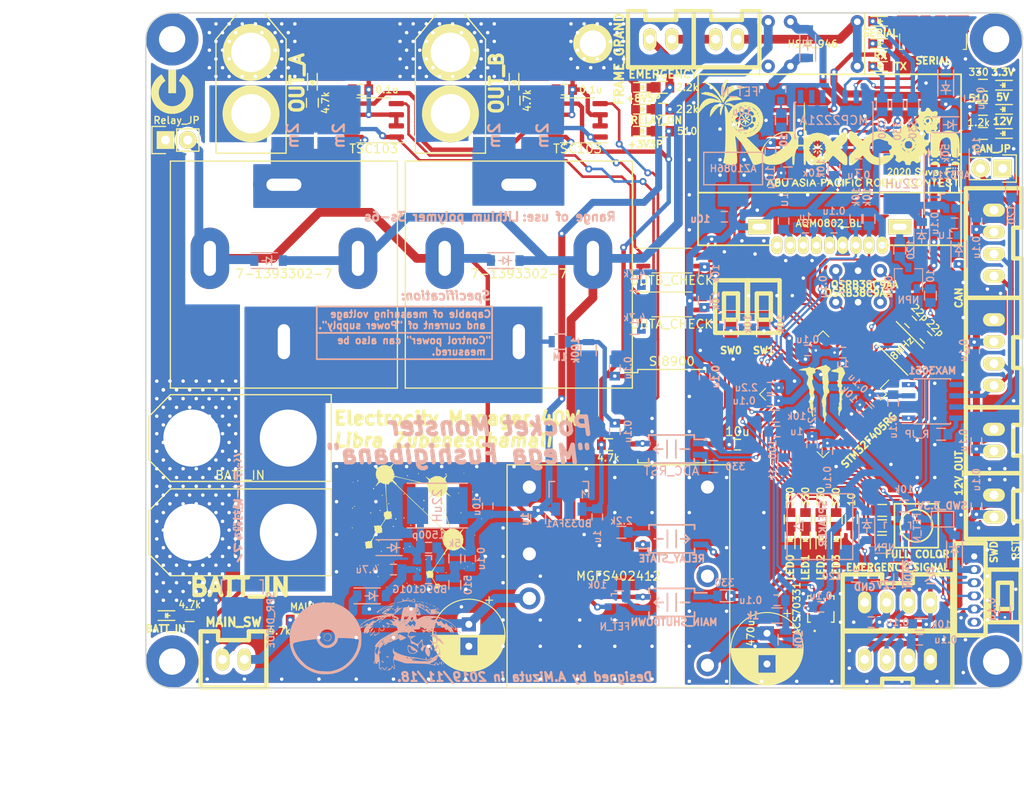
<source format=kicad_pcb>
(kicad_pcb (version 20171130) (host pcbnew "(5.1.4)-1")
  (layers (0 F.Cu signal) (31 B.Cu signal) (34 B.Paste user) (35 F.Paste user) (36 B.SilkS user) (37 F.SilkS user) (38 B.Mask user) (39 F.Mask user) (44 Edge.Cuts user))
  (net 0 "")
  (net 1 GND)
  (net 2 /OSC_IN)
  (net 3 +12V)
  (net 4 +3.3V)
  (net 5 /OSC_OUT)
  (net 6 "Net-(C11-Pad1)")
  (net 7 "Net-(C13-Pad1)")
  (net 8 +5V)
  (net 9 "Net-(C20-Pad2)")
  (net 10 "Net-(C21-Pad2)")
  (net 11 "Net-(C21-Pad1)")
  (net 12 3V3)
  (net 13 GNDPWR)
  (net 14 "Net-(C23-Pad1)")
  (net 15 "Net-(C23-Pad2)")
  (net 16 "Net-(C31-Pad1)")
  (net 17 /24V)
  (net 18 /ADC12_IN4)
  (net 19 "Net-(C35-Pad1)")
  (net 20 /Voltage)
  (net 21 /ADC12_IN5)
  (net 22 /ADC12_IN6)
  (net 23 "Net-(D1-Pad2)")
  (net 24 "Net-(D1-Pad1)")
  (net 25 "Net-(D2-Pad1)")
  (net 26 "Net-(D3-Pad1)")
  (net 27 "Net-(D4-Pad1)")
  (net 28 "Net-(D5-Pad1)")
  (net 29 "Net-(D6-Pad1)")
  (net 30 "Net-(D7-Pad1)")
  (net 31 "Net-(D8-Pad1)")
  (net 32 "Net-(D9-Pad1)")
  (net 33 +BATT)
  (net 34 "Net-(D10-Pad3)")
  (net 35 "Net-(D13-Pad1)")
  (net 36 "Net-(D14-Pad1)")
  (net 37 "Net-(D15-Pad1)")
  (net 38 "Net-(D16-Pad1)")
  (net 39 "Net-(D17-Pad1)")
  (net 40 "Net-(D18-Pad1)")
  (net 41 "Net-(D19-Pad1)")
  (net 42 "Net-(D20-Pad1)")
  (net 43 /Relay_Out)
  (net 44 "Net-(JP3-Pad1)")
  (net 45 /CAN_L)
  (net 46 /SWDIO)
  (net 47 /SWCLK)
  (net 48 /CAN_H)
  (net 49 /Relay_state)
  (net 50 /Fource_shutdown)
  (net 51 /USART1_TX)
  (net 52 /USART1_RX)
  (net 53 "Net-(P10-Pad2)")
  (net 54 /Coil)
  (net 55 "Net-(IC2-Pad3)")
  (net 56 "Net-(Q2-Pad1)")
  (net 57 "Net-(Q3-Pad1)")
  (net 58 "Net-(Q3-Pad3)")
  (net 59 /PB5)
  (net 60 "Net-(R8-Pad1)")
  (net 61 /PC0)
  (net 62 "Net-(IC3-Pad2)")
  (net 63 "Net-(R12-Pad1)")
  (net 64 /PC1)
  (net 65 "Net-(IC2-Pad1)")
  (net 66 /PC3)
  (net 67 /PC4)
  (net 68 /PC5)
  (net 69 /TIM1_CH1)
  (net 70 /TIM1_CH2)
  (net 71 /TIM1_CH3)
  (net 72 /TIM1_CH4)
  (net 73 "Net-(IC4-Pad2)")
  (net 74 /I2C2_SCL)
  (net 75 /I2C2_SDA)
  (net 76 "Net-(IC4-Pad4)")
  (net 77 /FB)
  (net 78 "Net-(R47-Pad2)")
  (net 79 /CAN1_TX)
  (net 80 /CAN1_RX)
  (net 81 "Net-(U1-Pad5)")
  (net 82 "Net-(U2-Pad3)")
  (net 83 /PC2)
  (net 84 /USART2_TX)
  (net 85 /USART2_RX)
  (net 86 "Net-(U2-Pad45)")
  (net 87 "Net-(U2-Pad51)")
  (net 88 "Net-(U2-Pad52)")
  (net 89 "Net-(U2-Pad53)")
  (net 90 "Net-(U2-Pad54)")
  (net 91 "Net-(U2-Pad55)")
  (net 92 "Net-(U2-Pad56)")
  (net 93 "Net-(U4-Pad1)")
  (net 94 "Net-(U6-Pad6)")
  (net 95 "Net-(U6-Pad11)")
  (net 96 "Net-(U6-Pad14)")
  (net 97 "Net-(U6-Pad15)")
  (net 98 "Net-(P1-Pad6)")
  (net 99 "Net-(C25-Pad1)")
  (net 100 /ADC12_IN7)
  (net 101 /PC15)
  (net 102 "Net-(P11-Pad2)")
  (net 103 "Net-(R44-Pad2)")
  (net 104 /PB15)
  (net 105 /PB14)
  (net 106 /PB13)
  (net 107 /PB12)
  (net 108 "Net-(D25-Pad1)")
  (net 109 "Net-(Q7-Pad1)")
  (net 110 "Net-(U19-Pad8)")
  (net 111 "Net-(D26-Pad2)")
  (net 112 "Net-(D27-Pad2)")
  (net 113 "Net-(D28-Pad2)")
  (net 114 "Net-(D29-Pad1)")
  (net 115 "Net-(R59-Pad2)")
  (net 116 "Net-(U19-Pad9)")
  (net 117 "Net-(U19-Pad10)")
  (net 118 /D-)
  (net 119 /D+)
  (net 120 "Net-(U22-Pad3)")
  (net 121 "Net-(J1-Pad6)")
  (net 122 "Net-(J1-Pad4)")
  (net 123 "Net-(R19-Pad2)")
  (net 124 "Net-(R51-Pad2)")
  (net 125 "Net-(R58-Pad2)")
  (net 126 "Net-(C36-Pad1)")
  (net 127 "Net-(C36-Pad2)")
  (net 128 /PC13)
  (net 129 "Net-(R29-Pad2)")
  (net 130 "Net-(Q2-Pad3)")
  (net 131 "Net-(R1-Pad2)")
  (net 132 "Net-(R5-Pad2)")
  (net 133 /PC6)
  (net 134 /PC7)
  (net 135 /PC8)
  (net 136 /PC9)
  (net 137 /ADC12_IN9)
  (net 138 /ADC12_IN8)
  (net 139 "Net-(R21-Pad2)")
  (net 140 "Net-(C30-Pad1)")
  (net 141 /~RST)
  (net 142 OUT_A)
  (net 143 OUT_B)
  (net 144 "Net-(R50-Pad2)")
  (net 145 /OUTB_Current)
  (net 146 /OUTA_Current)
  (net 147 /CoilReadPin_PA15)
  (net 148 "Net-(U2-Pad28)")
  (net 149 /PA1)
  (net 150 /PA0)
  (net 151 +8V)
  (net 152 /To_CurrentA)
  (net 153 /To_CurrentB)
  (net 154 "Net-(DCDC1-Pad2)")
  (module Mizz_lib:WSHP2818 (layer B.Cu) (at 70 112 90)
    (fp_text reference R56 hide)
    (fp_text value 2m (at 0 0 90) (layer B.SilkS) (effects (font (size 1.27 1.27) (thickness 0.254)) (justify mirror)))
    (pad 2 smd rect (at 2.1 0 90) (size 3.9 4.85) (layers B.Cu B.Paste B.Mask) (net 142 OUT_A))
    (pad 1 smd rect (at -2.1 0 90) (size 3.9 4.85) (layers B.Cu B.Paste B.Mask) (net 152 /To_CurrentA))
  )
  (module Mizz_lib:WSHP2818 (layer B.Cu) (at 64.75 112 90)
    (fp_text reference R55 hide)
    (fp_text value 2m (at 0 0 90) (layer B.SilkS) (effects (font (size 1.27 1.27) (thickness 0.254)) (justify mirror)))
    (pad 1 smd rect (at -2.1 0 90) (size 3.9 4.85) (layers B.Cu B.Paste B.Mask) (net 152 /To_CurrentA))
    (pad 2 smd rect (at 2.1 0 90) (size 3.9 4.85) (layers B.Cu B.Paste B.Mask) (net 142 OUT_A))
  )
  (module Mizz_lib:SOIJ-4_5.3x5.3mm_Pitch1.27mm (layer B.Cu) (at 107.96 147.75 180)
    (fp_text reference IC4 hide)
    (fp_text value ADC_RST (at 0 -2.5) (layer B.SilkS) (effects (justify mirror)))
    (pad 4 smd rect (at 3.3 0.635 180) (size 1.7 0.65) (layers B.Cu B.Paste B.Mask) (net 76 "Net-(IC4-Pad4)"))
    (pad 3 smd rect (at 3.3 -0.635 180) (size 1.7 0.65) (layers B.Cu B.Paste B.Mask) (net 13 GNDPWR))
    (pad 2 smd rect (at -3.3 -0.635 180) (size 1.7 0.65) (layers B.Cu B.Paste B.Mask) (net 73 "Net-(IC4-Pad2)"))
    (pad 1 smd rect (at -3.3 0.635 180) (size 1.7 0.65) (layers B.Cu B.Paste B.Mask) (net 104 /PB15))
  )
  (module Mizz_lib:OSRB38C9AA (layer F.Cu) (at 129.25 127.4 180)
    (fp_text reference U21 hide)
    (fp_text value OSRB38C9AA (at 0 -2.54) (layer F.SilkS) (effects (font (size 0.8 0.8) (thickness 0.2))))
    (pad 1 thru_hole circle (at -2.54 0 180) (size 1.524 1.524) (drill 0.762) (layers *.Cu *.Mask) (net 61 /PC0))
    (pad 2 thru_hole circle (at 0 0 180) (size 1.524 1.524) (drill 0.762) (layers *.Cu *.Mask) (net 1 GND))
    (pad 3 thru_hole circle (at 2.54 0 180) (size 1.524 1.524) (drill 0.762) (layers *.Cu *.Mask) (net 8 +5V))
  )
  (module Mizz_lib:C_0603 (layer F.Cu) (at 135.25 133.25 315)
    (fp_text reference C5 hide)
    (fp_text value 22p (at 0 -1.5 315) (layer F.SilkS) (effects (font (size 0.8 0.8))))
    (pad 1 smd rect (at -0.949999 0 315) (size 1 1.2) (layers F.Cu F.Paste F.Mask) (net 5 /OSC_OUT))
    (pad 2 smd rect (at 0.93 0 315) (size 1 1.2) (layers F.Cu F.Paste F.Mask) (net 1 GND))
  )
  (module Mizz_lib:Crystal_SMD_5032_2Pads (layer F.Cu) (at 134.25 136.25 135)
    (fp_text reference X1 hide)
    (fp_text value 8MHz (at 0 0 -135) (layer F.SilkS) (effects (font (size 0.8 0.8))))
    (pad 2 smd rect (at 2.05 0 135) (size 2 2.4) (layers F.Cu F.Paste F.Mask) (net 5 /OSC_OUT))
    (pad 1 smd rect (at -2.05 0 135) (size 2 2.4) (layers F.Cu F.Paste F.Mask) (net 2 /OSC_IN))
  )
  (module Mizz_lib:C_0603 (layer B.Cu) (at 124 147.25 270)
    (fp_text reference C13 hide)
    (fp_text value 2.2u (at -3 0 270) (layer B.SilkS) (effects (font (size 0.8 0.8)) (justify mirror)))
    (pad 2 smd rect (at 0.93 0 270) (size 1 1.2) (layers B.Cu B.Paste B.Mask) (net 1 GND))
    (pad 1 smd rect (at -0.949999 0 270) (size 1 1.2) (layers B.Cu B.Paste B.Mask) (net 7 "Net-(C13-Pad1)"))
  )
  (module Mizz_lib:R_0603 (layer F.Cu) (at 132 156.5)
    (fp_text reference R5 hide)
    (fp_text value 330)
    (pad 1 smd rect (at -0.78 0) (size 1 1.2) (layers F.Cu F.Paste F.Mask) (net 71 /TIM1_CH3))
    (pad 2 smd rect (at 0.78 0) (size 1 1.2) (layers F.Cu F.Paste F.Mask) (net 132 "Net-(R5-Pad2)"))
  )
  (module Mizz_lib:R_0603 (layer F.Cu) (at 131.97 158.25)
    (fp_text reference R21 hide)
    (fp_text value 330)
    (pad 2 smd rect (at 0.78 0) (size 1 1.2) (layers F.Cu F.Paste F.Mask) (net 139 "Net-(R21-Pad2)"))
    (pad 1 smd rect (at -0.78 0) (size 1 1.2) (layers F.Cu F.Paste F.Mask) (net 70 /TIM1_CH2))
  )
  (module Mizz_lib:R_0603 (layer F.Cu) (at 132 154.75)
    (fp_text reference R1 hide)
    (fp_text value 330)
    (pad 2 smd rect (at 0.78 0) (size 1 1.2) (layers F.Cu F.Paste F.Mask) (net 131 "Net-(R1-Pad2)"))
    (pad 1 smd rect (at -0.78 0) (size 1 1.2) (layers F.Cu F.Paste F.Mask) (net 72 /TIM1_CH4))
  )
  (module Mizz_lib:C_0603 (layer B.Cu) (at 133.25 142.5 270)
    (fp_text reference C4 hide)
    (fp_text value 0.1u (at 2.75 0 270) (layer B.SilkS) (effects (font (size 0.8 0.8)) (justify mirror)))
    (pad 1 smd rect (at -0.95 0 270) (size 1 1.2) (layers B.Cu B.Paste B.Mask) (net 4 +3.3V))
    (pad 2 smd rect (at 0.93 0 270) (size 1 1.2) (layers B.Cu B.Paste B.Mask) (net 1 GND))
  )
  (module Mizz_lib:C_0603 (layer B.Cu) (at 119.25 140.75 180)
    (fp_text reference C11 hide)
    (fp_text value 2.2u (at 2.75 0 180) (layer B.SilkS) (effects (font (size 0.8 0.8)) (justify mirror)))
    (pad 1 smd rect (at -0.949999 0 180) (size 1 1.2) (layers B.Cu B.Paste B.Mask) (net 6 "Net-(C11-Pad1)"))
    (pad 2 smd rect (at 0.93 0 180) (size 1 1.2) (layers B.Cu B.Paste B.Mask) (net 1 GND))
  )
  (module Mizz_lib:Inductor_Taiyo-Yuden_NR-50xx_HandSoldering (layer B.Cu) (at 134.25 117.5 90)
    (fp_text reference L1 hide)
    (fp_text value 22uH (at 0 0) (layer B.SilkS) (effects (justify mirror)))
    (pad 2 smd rect (at 2.25 0 90) (size 2.4 4.2) (layers B.Cu B.Paste B.Mask) (net 35 "Net-(D13-Pad1)"))
    (pad 1 smd rect (at -2.25 0 90) (size 2.4 4.2) (layers B.Cu B.Paste B.Mask) (net 14 "Net-(C23-Pad1)"))
  )
  (module Mizz_lib:C_0603 (layer B.Cu) (at 126.5 122.5)
    (fp_text reference C19 hide)
    (fp_text value 0.1u (at 0 -1.9) (layer B.SilkS) (effects (font (size 0.8 0.8)) (justify mirror)))
    (pad 1 smd rect (at -0.95 0) (size 1 1.2) (layers B.Cu B.Paste B.Mask) (net 4 +3.3V))
    (pad 2 smd rect (at 0.93 0) (size 1 1.2) (layers B.Cu B.Paste B.Mask) (net 1 GND))
  )
  (module Mizz_lib:SOD-123 (layer B.Cu) (at 140.75 125 90)
    (fp_text reference D12 hide)
    (fp_text value DIODE hide)
    (pad 1 smd rect (at -1.635 0 90) (size 0.91 1.22) (layers B.Cu B.Paste B.Mask) (net 3 +12V))
    (pad 2 smd rect (at 1.635 0 90) (size 0.91 1.22) (layers B.Cu B.Paste B.Mask) (net 99 "Net-(C25-Pad1)"))
  )
  (module Mizz_lib:R_0603 (layer B.Cu) (at 120.5 110.25 90)
    (fp_text reference R48 hide)
    (fp_text value 10 (at -2.25 0.25 90) (layer B.SilkS) (effects (font (size 0.8 0.8) (thickness 0.2)) (justify mirror)))
    (pad 1 smd rect (at -0.78 0 90) (size 1 1.2) (layers B.Cu B.Paste B.Mask) (net 83 /PC2))
    (pad 2 smd rect (at 0.78 0 90) (size 1 1.2) (layers B.Cu B.Paste B.Mask) (net 109 "Net-(Q7-Pad1)"))
  )
  (module Mizz_lib:LED_0603 (layer F.Cu) (at 123.25 158.03 90)
    (fp_text reference D6 hide)
    (fp_text value LED1 (at -3.22 0 90) (layer F.SilkS) (effects (font (size 0.8 0.8) (thickness 0.2))))
    (pad 2 smd rect (at -0.88 0 270) (size 1 1.2) (layers F.Cu F.Paste F.Mask) (net 1 GND))
    (pad 1 smd rect (at 0.88 0 270) (size 1 1.2) (layers F.Cu F.Paste F.Mask) (net 29 "Net-(D6-Pad1)"))
  )
  (module Mizz_lib:C_0603 (layer B.Cu) (at 119.25 142.25)
    (fp_text reference C9 hide)
    (fp_text value 0.1u (at -3 0) (layer B.SilkS) (effects (font (size 0.8 0.8)) (justify mirror)))
    (pad 2 smd rect (at 0.93 0) (size 1 1.2) (layers B.Cu B.Paste B.Mask) (net 4 +3.3V))
    (pad 1 smd rect (at -0.95 0) (size 1 1.2) (layers B.Cu B.Paste B.Mask) (net 1 GND))
  )
  (module Mizz_lib:UGCT7525AN4 (layer B.Cu) (at 125.25 156.25 180)
    (fp_text reference SP1 hide)
    (fp_text value SPEAKER (at 0 0 270) (layer B.SilkS) (effects (font (size 0.8 0.8) (thickness 0.2)) (justify mirror)))
    (pad 3 smd rect (at 3.6 -3.6 180) (size 2.3 2.3) (layers B.Cu B.Paste B.Mask))
    (pad 2 smd rect (at -3 -3.6 180) (size 2.3 2.3) (layers B.Cu B.Paste B.Mask) (net 32 "Net-(D9-Pad1)"))
    (pad 1 smd rect (at -3 3 180) (size 2.3 2.3) (layers B.Cu B.Paste B.Mask) (net 4 +3.3V))
  )
  (module Mizz_lib:C_0603 (layer B.Cu) (at 111.75 139.5 270)
    (fp_text reference C27 hide)
    (fp_text value 0.1u (at 0 -1.25 270) (layer B.SilkS) (effects (font (size 0.8 0.8) (thickness 0.2)) (justify mirror)))
    (pad 2 smd rect (at 0.93 0 270) (size 1 1.2) (layers B.Cu B.Paste B.Mask) (net 1 GND))
    (pad 1 smd rect (at -0.95 0 270) (size 1 1.2) (layers B.Cu B.Paste B.Mask) (net 4 +3.3V))
  )
  (module Mizz_lib:C_0603 (layer B.Cu) (at 120 165 180)
    (fp_text reference C44 hide)
    (fp_text value 0.1u (at 3 0 180) (layer B.SilkS) (effects (font (size 0.8 0.8)) (justify mirror)))
    (pad 1 smd rect (at -0.95 0 180) (size 1 1.2) (layers B.Cu B.Paste B.Mask) (net 138 /ADC12_IN8))
    (pad 2 smd rect (at 0.93 0 180) (size 1 1.2) (layers B.Cu B.Paste B.Mask) (net 1 GND))
  )
  (module Mizz_lib:SOT-23 (layer B.Cu) (at 119.5 107 180)
    (fp_text reference Q7 hide)
    (fp_text value FET_N (at 3.75 0 180) (layer B.SilkS) (effects (justify mirror)))
    (pad 1 smd rect (at -0.95 -1.00076 180) (size 0.8001 0.8001) (layers B.Cu B.Paste B.Mask) (net 109 "Net-(Q7-Pad1)"))
    (pad 2 smd rect (at 0.95 -1.00076 180) (size 0.8001 0.8001) (layers B.Cu B.Paste B.Mask) (net 1 GND))
    (pad 3 smd rect (at 0 0.99822 180) (size 0.8001 0.8001) (layers B.Cu B.Paste B.Mask) (net 108 "Net-(D25-Pad1)"))
  )
  (module Mizz_lib:R_0603 (layer B.Cu) (at 146.75 118.25 90)
    (fp_text reference R6 hide)
    (fp_text value 120 (at -2.75 0 90) (layer B.SilkS) (effects (font (size 0.8 0.8)) (justify mirror)))
    (pad 2 smd rect (at 0.78 0 90) (size 1 1.2) (layers B.Cu B.Paste B.Mask) (net 44 "Net-(JP3-Pad1)"))
    (pad 1 smd rect (at -0.78 0 90) (size 1 1.2) (layers B.Cu B.Paste B.Mask) (net 48 /CAN_H))
  )
  (module RP_KiCAD_Connector:XT60_F (layer F.Cu) (at 82.75 106 270)
    (fp_text reference P15 hide)
    (fp_text value OUT_B (at 0 -5.25 270) (layer F.SilkS) (effects (font (size 1.5 1.5) (thickness 0.375))))
    (pad 1 thru_hole circle (at -3.5 0 270) (size 6.5 6.5) (drill 4.5) (layers *.Cu *.Mask F.SilkS) (net 13 GNDPWR))
    (pad 2 thru_hole circle (at 3.5 0 270) (size 6.5 6.5) (drill 4.5) (layers *.Cu *.Mask F.SilkS) (net 143 OUT_B))
  )
  (module RP_KiCAD_Connector:XT60_M (layer F.Cu) (at 60 106 270)
    (fp_text reference P17 hide)
    (fp_text value OUT_A (at 0 -5.25 270) (layer F.SilkS) (effects (font (size 1.5 1.5) (thickness 0.375))))
    (pad 2 thru_hole circle (at 3.5 0 270) (size 6.5 6.5) (drill 4.5) (layers *.Cu *.Mask F.SilkS) (net 142 OUT_A))
    (pad 1 thru_hole circle (at -3.5 0 270) (size 6.5 6.5) (drill 4.5) (layers *.Cu *.Mask F.SilkS) (net 13 GNDPWR))
  )
  (module Mizz_lib:GS2 (layer B.Cu) (at 138.885 155.75 90)
    (fp_text reference JP2 hide)
    (fp_text value SWD_3.3V (at 1.524 0) (layer B.SilkS) (effects (font (size 0.8 0.8) (thickness 0.2)) (justify mirror)))
    (pad 2 smd rect (at 0 -0.635 90) (size 1.27 0.9652) (layers B.Cu B.Paste B.Mask) (net 4 +3.3V))
    (pad 1 smd rect (at 0 0.635 90) (size 1.27 0.9652) (layers B.Cu B.Paste B.Mask) (net 23 "Net-(D1-Pad2)"))
  )
  (module Mizz_lib:C_0603 (layer B.Cu) (at 131.25 142.25 135)
    (fp_text reference C12 hide)
    (fp_text value 0.1u (at 2.828427 0 135) (layer B.SilkS) (effects (font (size 0.8 0.8)) (justify mirror)))
    (pad 1 smd rect (at -0.949999 0 135) (size 1 1.2) (layers B.Cu B.Paste B.Mask) (net 1 GND))
    (pad 2 smd rect (at 0.93 0 135) (size 1 1.2) (layers B.Cu B.Paste B.Mask) (net 4 +3.3V))
  )
  (module Mizz_lib:C_0603 (layer B.Cu) (at 120.75 121.75 270)
    (fp_text reference C20 hide)
    (fp_text value 1u (at -2.5 0 270) (layer B.SilkS) (effects (justify mirror)))
    (pad 2 smd rect (at 0.93 0 270) (size 1 1.2) (layers B.Cu B.Paste B.Mask) (net 9 "Net-(C20-Pad2)"))
    (pad 1 smd rect (at -0.95 0 270) (size 1 1.2) (layers B.Cu B.Paste B.Mask) (net 4 +3.3V))
  )
  (module Mizz_lib:C_0603 (layer B.Cu) (at 138 119 90)
    (fp_text reference C23 hide)
    (fp_text value 0.1u (at -3 0 90) (layer B.SilkS) (effects (font (size 0.8 0.8)) (justify mirror)))
    (pad 1 smd rect (at -0.95 0 90) (size 1 1.2) (layers B.Cu B.Paste B.Mask) (net 14 "Net-(C23-Pad1)"))
    (pad 2 smd rect (at 0.93 0 90) (size 1 1.2) (layers B.Cu B.Paste B.Mask) (net 15 "Net-(C23-Pad2)"))
  )
  (module Mizz_lib:C_0603 (layer B.Cu) (at 119.25 113.75 270)
    (fp_text reference C24 hide)
    (fp_text value 10u (at 3 0 270) (layer B.SilkS) (effects (justify mirror)))
    (pad 1 smd rect (at -0.95 0 270) (size 1 1.2) (layers B.Cu B.Paste B.Mask) (net 8 +5V))
    (pad 2 smd rect (at 0.93 0 270) (size 1 1.2) (layers B.Cu B.Paste B.Mask) (net 1 GND))
  )
  (module Mizz_lib:C_0603 (layer B.Cu) (at 140.25 122 180)
    (fp_text reference C25 hide)
    (fp_text value 1u (at 1 -1.25 180) (layer B.SilkS) (effects (justify mirror)))
    (pad 2 smd rect (at 0.93 0 180) (size 1 1.2) (layers B.Cu B.Paste B.Mask) (net 1 GND))
    (pad 1 smd rect (at -0.95 0 180) (size 1 1.2) (layers B.Cu B.Paste B.Mask) (net 99 "Net-(C25-Pad1)"))
  )
  (module Mizz_lib:C_0603 (layer B.Cu) (at 114 121.25 180)
    (fp_text reference C26 hide)
    (fp_text value 10u (at 2.75 -0.25 180) (layer B.SilkS) (effects (font (size 0.8 0.8) (thickness 0.2)) (justify mirror)))
    (pad 1 smd rect (at -0.95 0 180) (size 1 1.2) (layers B.Cu B.Paste B.Mask) (net 4 +3.3V))
    (pad 2 smd rect (at 0.93 0 180) (size 1 1.2) (layers B.Cu B.Paste B.Mask) (net 1 GND))
  )
  (module Mizz_lib:C_0603 (layer F.Cu) (at 115.5 147.25)
    (fp_text reference C28 hide)
    (fp_text value 10u (at 0 -1.5) (layer F.SilkS))
    (pad 2 smd rect (at 0.93 0) (size 1 1.2) (layers F.Cu F.Paste F.Mask) (net 1 GND))
    (pad 1 smd rect (at -0.95 0) (size 1 1.2) (layers F.Cu F.Paste F.Mask) (net 4 +3.3V))
  )
  (module Mizz_lib:SOD-123 (layer B.Cu) (at 140.25 159.25 90)
    (fp_text reference D1 hide)
    (fp_text value DIODE hide)
    (pad 2 smd rect (at 1.635 0 90) (size 0.91 1.22) (layers B.Cu B.Paste B.Mask) (net 23 "Net-(D1-Pad2)"))
    (pad 1 smd rect (at -1.635 0 90) (size 0.91 1.22) (layers B.Cu B.Paste B.Mask) (net 24 "Net-(D1-Pad1)"))
  )
  (module Mizz_lib:SOD-123 (layer B.Cu) (at 130.25 156.5 90)
    (fp_text reference D9 hide)
    (fp_text value DIODE hide)
    (pad 1 smd rect (at -1.635 0 90) (size 0.91 1.22) (layers B.Cu B.Paste B.Mask) (net 32 "Net-(D9-Pad1)"))
    (pad 2 smd rect (at 1.635 0 90) (size 0.91 1.22) (layers B.Cu B.Paste B.Mask) (net 4 +3.3V))
  )
  (module Mizz_lib:SOD-123 (layer B.Cu) (at 136.5 123.5 90)
    (fp_text reference D11 hide)
    (fp_text value DIODE hide)
    (pad 2 smd rect (at 1.635 0 90) (size 0.91 1.22) (layers B.Cu B.Paste B.Mask) (net 14 "Net-(C23-Pad1)"))
    (pad 1 smd rect (at -1.635 0 90) (size 0.91 1.22) (layers B.Cu B.Paste B.Mask) (net 1 GND))
  )
  (module Mizz_lib:SOD-123 (layer B.Cu) (at 139.75 110.75)
    (fp_text reference D13 hide)
    (fp_text value DIODE hide)
    (pad 2 smd rect (at 1.635 0) (size 0.91 1.22) (layers B.Cu B.Paste B.Mask) (net 8 +5V))
    (pad 1 smd rect (at -1.635 0) (size 0.91 1.22) (layers B.Cu B.Paste B.Mask) (net 35 "Net-(D13-Pad1)"))
  )
  (module Mizz_lib:SOD-123 (layer B.Cu) (at 73.75 164.5)
    (fp_text reference D21 hide)
    (fp_text value DIODE hide)
    (pad 1 smd rect (at -1.635 0) (size 0.91 1.22) (layers B.Cu B.Paste B.Mask) (net 17 /24V))
    (pad 2 smd rect (at 1.635 0) (size 0.91 1.22) (layers B.Cu B.Paste B.Mask) (net 16 "Net-(C31-Pad1)"))
  )
  (module Mizz_lib:Pin_Header_Straight_1x02 (layer F.Cu) (at 145.75 115.75 270)
    (fp_text reference JP3 hide)
    (fp_text value CAN_JP (at -2.25 1.25) (layer F.SilkS) (effects (font (size 0.8 0.8) (thickness 0.2))))
    (pad 1 thru_hole rect (at 0 0 270) (size 2.032 2.032) (drill 1.016) (layers *.Cu *.Mask F.SilkS) (net 44 "Net-(JP3-Pad1)"))
    (pad 2 thru_hole oval (at 0 2.54 270) (size 2.032 2.032) (drill 1.016) (layers *.Cu *.Mask F.SilkS) (net 45 /CAN_L))
  )
  (module Mizz_lib:XA_4T (layer F.Cu) (at 144.75 128 90)
    (fp_text reference P3 hide)
    (fp_text value CAN)
    (pad 4 thru_hole oval (at 0 0 90) (size 1.5 2.5) (drill 1) (layers *.Cu *.Mask F.SilkS) (net 45 /CAN_L))
    (pad 3 thru_hole oval (at 2.5 0 90) (size 1.5 2.5) (drill 1) (layers *.Cu *.Mask F.SilkS) (net 48 /CAN_H))
    (pad 2 thru_hole oval (at 5 0 90) (size 1.5 2.5) (drill 1) (layers *.Cu *.Mask F.SilkS) (net 3 +12V))
    (pad 1 thru_hole oval (at 7.5 0 90) (size 1.5 2.5) (drill 1) (layers *.Cu *.Mask F.SilkS) (net 1 GND))
  )
  (module Mizz_lib:XA_2T (layer F.Cu) (at 59.25 171.75 180)
    (fp_text reference P9 hide)
    (fp_text value MAIN_SW (at 1.25 4.25 180) (layer F.SilkS) (effects (font (thickness 0.25))))
    (pad 2 thru_hole oval (at 0 0 180) (size 1.5 2.5) (drill 1) (layers *.Cu *.Mask F.SilkS) (net 17 /24V))
    (pad 1 thru_hole oval (at 2.5 0 180) (size 1.5 2.5) (drill 1) (layers *.Cu *.Mask F.SilkS) (net 34 "Net-(D10-Pad3)"))
  )
  (module Mizz_lib:XT90PB (layer F.Cu) (at 58.75 157.25 180)
    (fp_text reference P13 hide)
    (fp_text value BATT_IN (at 0 -6.25 180) (layer F.SilkS) (effects (font (size 2 2) (thickness 0.5))))
    (pad 1 thru_hole circle (at 5.5 0 180) (size 8.5 8.5) (drill 6.5) (layers *.Cu *.Mask) (net 13 GNDPWR))
    (pad 2 thru_hole circle (at -5.5 0 180) (size 8.5 8.5) (drill 6.5) (layers *.Cu *.Mask) (net 33 +BATT))
  )
  (module Mizz_lib:XT90PB (layer F.Cu) (at 58.75 146.5 180)
    (fp_text reference P16 hide)
    (fp_text value BATT_IN (at 0 -4.25 180) (layer F.SilkS))
    (pad 2 thru_hole circle (at -5.5 0 180) (size 8.5 8.5) (drill 6.5) (layers *.Cu *.Mask) (net 33 +BATT))
    (pad 1 thru_hole circle (at 5.5 0 180) (size 8.5 8.5) (drill 6.5) (layers *.Cu *.Mask) (net 13 GNDPWR))
  )
  (module Mizz_lib:SW_SPST_CK_RS282G05A3 (layer F.Cu) (at 146 164.5 270)
    (fp_text reference SW1 hide)
    (fp_text value RST (at -5.25 -1.25 270) (layer F.SilkS) (effects (font (size 0.8 0.8))))
    (pad 2 smd rect (at -2.8 0 270) (size 2.6 1.5) (layers F.Cu F.Paste F.Mask) (net 1 GND))
    (pad 1 smd rect (at 2.8 0 270) (size 2.6 1.5) (layers F.Cu F.Paste F.Mask) (net 141 /~RST))
  )
  (module Mizz_lib:TSOT-6-MK06A (layer B.Cu) (at 140.25 119)
    (fp_text reference U5 hide)
    (fp_text value AP3211 (at -0.5 -2.5) (layer B.SilkS) (effects (font (size 0.8 0.8)) (justify mirror)))
    (pad 6 smd rect (at -0.94996 1.30048) (size 0.69088 1.00076) (layers B.Cu B.Paste B.Mask) (net 14 "Net-(C23-Pad1)"))
    (pad 5 smd rect (at 0 1.30048) (size 0.69088 1.00076) (layers B.Cu B.Paste B.Mask) (net 99 "Net-(C25-Pad1)"))
    (pad 4 smd rect (at 0.94996 1.30048) (size 0.69088 1.00076) (layers B.Cu B.Paste B.Mask) (net 99 "Net-(C25-Pad1)"))
    (pad 3 smd rect (at 0.94996 -1.30048) (size 0.69088 1.00076) (layers B.Cu B.Paste B.Mask) (net 77 /FB))
    (pad 2 smd rect (at 0 -1.30048) (size 0.69088 1.00076) (layers B.Cu B.Paste B.Mask) (net 1 GND))
    (pad 1 smd rect (at -0.94996 -1.30048) (size 0.69088 1.00076) (layers B.Cu B.Paste B.Mask) (net 15 "Net-(C23-Pad2)"))
  )
  (module Mizz_lib:AZ1086H (layer B.Cu) (at 115 115.75)
    (fp_text reference U7 hide)
    (fp_text value AZ1086H (at 0 0) (layer B.SilkS) (effects (font (size 0.8 0.8)) (justify mirror)))
    (pad 2 smd rect (at 0 -2.9) (size 1.2 2) (layers B.Cu B.Paste B.Mask) (net 4 +3.3V))
    (pad 1 smd rect (at -2.3 -2.9) (size 1.2 2) (layers B.Cu B.Paste B.Mask) (net 1 GND))
    (pad 3 smd rect (at 2.3 -2.9) (size 1.2 2) (layers B.Cu B.Paste B.Mask) (net 8 +5V))
    (pad 2 smd rect (at 0 3.1) (size 3.5 2.5) (layers B.Cu B.Paste B.Mask) (net 4 +3.3V))
  )
  (module Mizz_lib:SOIJ-4_5.3x5.3mm_Pitch1.27mm (layer B.Cu) (at 108 165.25 180)
    (fp_text reference IC2 hide)
    (fp_text value MAIN_SHUTDOWN (at -0.25 -2.25 180) (layer B.SilkS) (effects (font (size 0.8 0.8) (thickness 0.2)) (justify mirror)))
    (pad 1 smd rect (at -3.3 0.635 180) (size 1.7 0.65) (layers B.Cu B.Paste B.Mask) (net 65 "Net-(IC2-Pad1)"))
    (pad 2 smd rect (at -3.3 -0.635 180) (size 1.7 0.65) (layers B.Cu B.Paste B.Mask) (net 1 GND))
    (pad 3 smd rect (at 3.3 -0.635 180) (size 1.7 0.65) (layers B.Cu B.Paste B.Mask) (net 55 "Net-(IC2-Pad3)"))
    (pad 4 smd rect (at 3.3 0.635 180) (size 1.7 0.65) (layers B.Cu B.Paste B.Mask) (net 151 +8V))
  )
  (module Mizz_lib:SOIJ-4_5.3x5.3mm_Pitch1.27mm (layer B.Cu) (at 108 158)
    (fp_text reference IC3 hide)
    (fp_text value RELAY_STATE (at 0 2.25) (layer B.SilkS) (effects (font (size 0.8 0.8) (thickness 0.2)) (justify mirror)))
    (pad 4 smd rect (at 3.3 0.635) (size 1.7 0.65) (layers B.Cu B.Paste B.Mask) (net 49 /Relay_state))
    (pad 3 smd rect (at 3.3 -0.635) (size 1.7 0.65) (layers B.Cu B.Paste B.Mask) (net 1 GND))
    (pad 2 smd rect (at -3.3 -0.635) (size 1.7 0.65) (layers B.Cu B.Paste B.Mask) (net 62 "Net-(IC3-Pad2)"))
    (pad 1 smd rect (at -3.3 0.635) (size 1.7 0.65) (layers B.Cu B.Paste B.Mask) (net 54 /Coil))
  )
  (module Mizz_lib:ZH_6T (layer F.Cu) (at 142.5 160 270)
    (fp_text reference P1 hide)
    (fp_text value SWD (at -0.5 -2.25 270) (layer F.SilkS) (effects (font (size 0.8 0.8) (thickness 0.2))))
    (pad 1 thru_hole oval (at 0 0 270) (size 1 1.524) (drill 0.7) (layers *.Cu *.Mask) (net 1 GND))
    (pad 2 thru_hole oval (at 1.5 0 270) (size 1 1.524) (drill 0.7) (layers *.Cu *.Mask) (net 24 "Net-(D1-Pad1)"))
    (pad 3 thru_hole oval (at 3 0 270) (size 1 1.524) (drill 0.7) (layers *.Cu *.Mask) (net 47 /SWCLK))
    (pad 4 thru_hole oval (at 4.5 0 270) (size 1 1.524) (drill 0.7) (layers *.Cu *.Mask) (net 46 /SWDIO))
    (pad 5 thru_hole oval (at 6 0 270) (size 1 1.524) (drill 0.7) (layers *.Cu *.Mask) (net 141 /~RST))
    (pad 6 thru_hole oval (at 7.5 0 270) (size 1 1.524) (drill 0.7) (layers *.Cu *.Mask) (net 98 "Net-(P1-Pad6)"))
  )
  (module Mizz_lib:C_0603 (layer F.Cu) (at 137 135 135)
    (fp_text reference C1 hide)
    (fp_text value 22p (at 0 1.5 135) (layer F.SilkS) (effects (font (size 0.8 0.8))))
    (pad 1 smd rect (at -0.949999 0 135) (size 1 1.2) (layers F.Cu F.Paste F.Mask) (net 2 /OSC_IN))
    (pad 2 smd rect (at 0.93 0 135) (size 1 1.2) (layers F.Cu F.Paste F.Mask) (net 1 GND))
  )
  (module Mizz_lib:C_0603 (layer B.Cu) (at 142.5 136.5 270)
    (fp_text reference C2 hide)
    (fp_text value 0.1u (at 0 1.25 270) (layer B.SilkS) (effects (font (size 0.8 0.8)) (justify mirror)))
    (pad 1 smd rect (at -0.95 0 270) (size 1 1.2) (layers B.Cu B.Paste B.Mask) (net 3 +12V))
    (pad 2 smd rect (at 0.93 0 270) (size 1 1.2) (layers B.Cu B.Paste B.Mask) (net 1 GND))
  )
  (module Mizz_lib:C_0603 (layer B.Cu) (at 146 166 90)
    (fp_text reference C3 hide)
    (fp_text value 0.1u (at 0 -1.5 90) (layer B.SilkS) (effects (font (size 0.8 0.8)) (justify mirror)))
    (pad 1 smd rect (at -0.95 0 90) (size 1 1.2) (layers B.Cu B.Paste B.Mask) (net 141 /~RST))
    (pad 2 smd rect (at 0.93 0 90) (size 1 1.2) (layers B.Cu B.Paste B.Mask) (net 1 GND))
  )
  (module Mizz_lib:C_0603 (layer B.Cu) (at 142.75 121.75 90)
    (fp_text reference C6 hide)
    (fp_text value 0.1u (at -3 0 90) (layer B.SilkS) (effects (font (size 0.8 0.8)) (justify mirror)))
    (pad 2 smd rect (at 0.93 0 90) (size 1 1.2) (layers B.Cu B.Paste B.Mask) (net 1 GND))
    (pad 1 smd rect (at -0.95 0 90) (size 1 1.2) (layers B.Cu B.Paste B.Mask) (net 3 +12V))
  )
  (module Mizz_lib:C_0603 (layer B.Cu) (at 136.25 169.5)
    (fp_text reference C7 hide)
    (fp_text value 0.1u (at 3 0) (layer B.SilkS) (effects (font (size 0.8 0.8)) (justify mirror)))
    (pad 2 smd rect (at 0.93 0) (size 1 1.2) (layers B.Cu B.Paste B.Mask) (net 1 GND))
    (pad 1 smd rect (at -0.95 0) (size 1 1.2) (layers B.Cu B.Paste B.Mask) (net 3 +12V))
  )
  (module Mizz_lib:C_0603 (layer B.Cu) (at 123.5 136.5)
    (fp_text reference C8 hide)
    (fp_text value 0.1u (at 0 -1.25) (layer B.SilkS) (effects (font (size 0.8 0.8)) (justify mirror)))
    (pad 1 smd rect (at -0.95 0) (size 1 1.2) (layers B.Cu B.Paste B.Mask) (net 1 GND))
    (pad 2 smd rect (at 0.93 0) (size 1 1.2) (layers B.Cu B.Paste B.Mask) (net 4 +3.3V))
  )
  (module Mizz_lib:C_0603 (layer B.Cu) (at 125.75 148 90)
    (fp_text reference C10 hide)
    (fp_text value 0.1u (at -3 0 90) (layer B.SilkS) (effects (font (size 0.8 0.8)) (justify mirror)))
    (pad 2 smd rect (at 0.93 0 90) (size 1 1.2) (layers B.Cu B.Paste B.Mask) (net 4 +3.3V))
    (pad 1 smd rect (at -0.95 0 90) (size 1 1.2) (layers B.Cu B.Paste B.Mask) (net 1 GND))
  )
  (module Mizz_lib:C_0603 (layer B.Cu) (at 130.75 167.5 180)
    (fp_text reference C14 hide)
    (fp_text value 0.1u (at -3 0 180) (layer B.SilkS) (effects (font (size 0.8 0.8)) (justify mirror)))
    (pad 2 smd rect (at 0.93 0 180) (size 1 1.2) (layers B.Cu B.Paste B.Mask) (net 1 GND))
    (pad 1 smd rect (at -0.95 0 180) (size 1 1.2) (layers B.Cu B.Paste B.Mask) (net 3 +12V))
  )
  (module Mizz_lib:C_0603 (layer B.Cu) (at 127.5 136.75 180)
    (fp_text reference C15 hide)
    (fp_text value 1u (at 0 -1.25 180) (layer B.SilkS) (effects (font (size 0.8 0.8)) (justify mirror)))
    (pad 2 smd rect (at 0.93 0 180) (size 1 1.2) (layers B.Cu B.Paste B.Mask) (net 4 +3.3V))
    (pad 1 smd rect (at -0.95 0 180) (size 1 1.2) (layers B.Cu B.Paste B.Mask) (net 1 GND))
  )
  (module Mizz_lib:C_0603 (layer B.Cu) (at 142.75 154.25 90)
    (fp_text reference C16 hide)
    (fp_text value 0.1u (at 3 0 90) (layer B.SilkS) (effects (font (size 0.8 0.8)) (justify mirror)))
    (pad 2 smd rect (at 0.93 0 90) (size 1 1.2) (layers B.Cu B.Paste B.Mask) (net 1 GND))
    (pad 1 smd rect (at -0.95 0 90) (size 1 1.2) (layers B.Cu B.Paste B.Mask) (net 3 +12V))
  )
  (module Mizz_lib:C_0603 (layer B.Cu) (at 142.75 146.8 90)
    (fp_text reference C17 hide)
    (fp_text value 0.1u (at 0.05 -1.5 90) (layer B.SilkS) (effects (font (size 0.8 0.8)) (justify mirror)))
    (pad 1 smd rect (at -0.95 0 90) (size 1 1.2) (layers B.Cu B.Paste B.Mask) (net 3 +12V))
    (pad 2 smd rect (at 0.93 0 90) (size 1 1.2) (layers B.Cu B.Paste B.Mask) (net 1 GND))
  )
  (module Mizz_lib:C_0603 (layer B.Cu) (at 129.32 115.25)
    (fp_text reference C18 hide)
    (fp_text value 0.1u (at 0 1.25) (layer B.SilkS) (effects (font (size 0.8 0.8)) (justify mirror)))
    (pad 1 smd rect (at -0.95 0) (size 1 1.2) (layers B.Cu B.Paste B.Mask) (net 1 GND))
    (pad 2 smd rect (at 0.93 0) (size 1 1.2) (layers B.Cu B.Paste B.Mask) (net 4 +3.3V))
  )
  (module Mizz_lib:C_0603 (layer B.Cu) (at 123.25 122.5 180)
    (fp_text reference C21 hide)
    (fp_text value 1u (at 0 1.25 180) (layer B.SilkS) (effects (font (size 0.8 0.8)) (justify mirror)))
    (pad 2 smd rect (at 0.93 0 180) (size 1 1.2) (layers B.Cu B.Paste B.Mask) (net 10 "Net-(C21-Pad2)"))
    (pad 1 smd rect (at -0.95 0 180) (size 1 1.2) (layers B.Cu B.Paste B.Mask) (net 11 "Net-(C21-Pad1)"))
  )
  (module Mizz_lib:C_0603 (layer B.Cu) (at 142 107.75 90)
    (fp_text reference C29 hide)
    (fp_text value 0.1u (at 0 1.25 90) (layer B.SilkS) (effects (font (size 0.8 0.8)) (justify mirror)))
    (pad 2 smd rect (at 0.93 0 90) (size 1 1.2) (layers B.Cu B.Paste B.Mask) (net 1 GND))
    (pad 1 smd rect (at -0.95 0 90) (size 1 1.2) (layers B.Cu B.Paste B.Mask) (net 8 +5V))
  )
  (module Mizz_lib:C_0603 (layer B.Cu) (at 85 160.25 90)
    (fp_text reference C30 hide)
    (fp_text value 0.1u (at 0 1.25 90) (layer B.SilkS) (effects (font (size 0.8 0.8)) (justify mirror)))
    (pad 2 smd rect (at 0.93 0 90) (size 1 1.2) (layers B.Cu B.Paste B.Mask) (net 151 +8V))
    (pad 1 smd rect (at -0.95 0 90) (size 1 1.2) (layers B.Cu B.Paste B.Mask) (net 140 "Net-(C30-Pad1)"))
  )
  (module Mizz_lib:C_0603 (layer B.Cu) (at 76.25 161.5 180)
    (fp_text reference C31 hide)
    (fp_text value 4.7u (at 3 0 180) (layer B.SilkS) (effects (font (size 0.8 0.8)) (justify mirror)))
    (pad 2 smd rect (at 0.93 0 180) (size 1 1.2) (layers B.Cu B.Paste B.Mask) (net 13 GNDPWR))
    (pad 1 smd rect (at -0.95 0 180) (size 1 1.2) (layers B.Cu B.Paste B.Mask) (net 16 "Net-(C31-Pad1)"))
  )
  (module Mizz_lib:C_0603 (layer B.Cu) (at 101.5 145.75 270)
    (fp_text reference C38 hide)
    (fp_text value 0.1u (at 0 -1.5 270) (layer B.SilkS) (effects (font (size 0.8 0.8)) (justify mirror)))
    (pad 1 smd rect (at -0.95 0 270) (size 1 1.2) (layers B.Cu B.Paste B.Mask) (net 20 /Voltage))
    (pad 2 smd rect (at 0.93 0 270) (size 1 1.2) (layers B.Cu B.Paste B.Mask) (net 13 GNDPWR))
  )
  (module Mizz_lib:C_0603 (layer B.Cu) (at 125 165.75)
    (fp_text reference C41 hide)
    (fp_text value 0.1u (at 0 -1.25) (layer B.SilkS) (effects (font (size 0.8 0.8)) (justify mirror)))
    (pad 2 smd rect (at 0.93 0) (size 1 1.2) (layers B.Cu B.Paste B.Mask) (net 1 GND))
    (pad 1 smd rect (at -0.95 0) (size 1 1.2) (layers B.Cu B.Paste B.Mask) (net 4 +3.3V))
  )
  (module Mizz_lib:C_0603 (layer B.Cu) (at 120 145.75)
    (fp_text reference C42 hide)
    (fp_text value 1u (at 2.25 0) (layer B.SilkS) (effects (font (size 0.8 0.8)) (justify mirror)))
    (pad 1 smd rect (at -0.95 0) (size 1 1.2) (layers B.Cu B.Paste B.Mask) (net 137 /ADC12_IN9))
    (pad 2 smd rect (at 0.93 0) (size 1 1.2) (layers B.Cu B.Paste B.Mask) (net 1 GND))
  )
  (module Mizz_lib:C_0603 (layer B.Cu) (at 99.5 155.5 90)
    (fp_text reference C43 hide)
    (fp_text value 1u (at -2.25 0 90) (layer B.SilkS) (effects (font (size 0.8 0.8)) (justify mirror)))
    (pad 1 smd rect (at -0.95 0 90) (size 1 1.2) (layers B.Cu B.Paste B.Mask) (net 13 GNDPWR))
    (pad 2 smd rect (at 0.93 0 90) (size 1 1.2) (layers B.Cu B.Paste B.Mask) (net 12 3V3))
  )
  (module Mizz_lib:LED_0603 (layer F.Cu) (at 145.75 111.75 180)
    (fp_text reference D2 hide)
    (fp_text value 12V (at 0 1.4 180) (layer F.SilkS) (effects (font (size 0.8 0.8) (thickness 0.2))))
    (pad 1 smd rect (at 0.88 0) (size 1 1.2) (layers F.Cu F.Paste F.Mask) (net 25 "Net-(D2-Pad1)"))
    (pad 2 smd rect (at -0.88 0) (size 1 1.2) (layers F.Cu F.Paste F.Mask) (net 1 GND))
  )
  (module Mizz_lib:LED_0603 (layer F.Cu) (at 145.75 109 180)
    (fp_text reference D3 hide)
    (fp_text value 5V (at 0 1.4 180) (layer F.SilkS) (effects (font (size 0.8 0.8) (thickness 0.2))))
    (pad 2 smd rect (at -0.88 0) (size 1 1.2) (layers F.Cu F.Paste F.Mask) (net 1 GND))
    (pad 1 smd rect (at 0.88 0) (size 1 1.2) (layers F.Cu F.Paste F.Mask) (net 26 "Net-(D3-Pad1)"))
  )
  (module Mizz_lib:LED_0603 (layer F.Cu) (at 145.75 106.25 180)
    (fp_text reference D4 hide)
    (fp_text value 3.3V (at 0 1.5 180) (layer F.SilkS) (effects (font (size 0.8 0.8) (thickness 0.2))))
    (pad 1 smd rect (at 0.88 0) (size 1 1.2) (layers F.Cu F.Paste F.Mask) (net 27 "Net-(D4-Pad1)"))
    (pad 2 smd rect (at -0.88 0) (size 1 1.2) (layers F.Cu F.Paste F.Mask) (net 1 GND))
  )
  (module Mizz_lib:LED_0603 (layer F.Cu) (at 121.5 158.03 90)
    (fp_text reference D5 hide)
    (fp_text value LED0 (at -3.22 0 90) (layer F.SilkS) (effects (font (size 0.8 0.8) (thickness 0.2))))
    (pad 1 smd rect (at 0.88 0 270) (size 1 1.2) (layers F.Cu F.Paste F.Mask) (net 28 "Net-(D5-Pad1)"))
    (pad 2 smd rect (at -0.88 0 270) (size 1 1.2) (layers F.Cu F.Paste F.Mask) (net 1 GND))
  )
  (module Mizz_lib:LED_0603 (layer F.Cu) (at 125 158.03 90)
    (fp_text reference D7 hide)
    (fp_text value LED2 (at -3.22 0 90) (layer F.SilkS) (effects (font (size 0.8 0.8) (thickness 0.2))))
    (pad 1 smd rect (at 0.88 0 270) (size 1 1.2) (layers F.Cu F.Paste F.Mask) (net 30 "Net-(D7-Pad1)"))
    (pad 2 smd rect (at -0.88 0 270) (size 1 1.2) (layers F.Cu F.Paste F.Mask) (net 1 GND))
  )
  (module Mizz_lib:LED_0603 (layer F.Cu) (at 126.75 158.03 90)
    (fp_text reference D8 hide)
    (fp_text value LED3 (at -3.22 0 90) (layer F.SilkS) (effects (font (size 0.8 0.8) (thickness 0.2))))
    (pad 2 smd rect (at -0.88 0 270) (size 1 1.2) (layers F.Cu F.Paste F.Mask) (net 1 GND))
    (pad 1 smd rect (at 0.88 0 270) (size 1 1.2) (layers F.Cu F.Paste F.Mask) (net 31 "Net-(D8-Pad1)"))
  )
  (module TO_SOT_Packages_SMD:TO-277A (layer B.Cu) (at 59 166)
    (fp_text reference D10 hide)
    (fp_text value SBR_DIODE (at 3.25 1.25 90) (layer B.SilkS) (effects (font (size 0.8 0.8)) (justify mirror)))
    (pad 1 smd rect (at 1.04 -2.765) (size 1.4 1.27) (layers B.Cu B.Paste B.Mask) (net 33 +BATT))
    (pad 3 smd rect (at 0 1.04) (size 4.72 4.8) (layers B.Cu B.Paste B.Mask) (net 34 "Net-(D10-Pad3)"))
    (pad 2 smd rect (at -1.04 -2.765) (size 1.4 1.27) (layers B.Cu B.Paste B.Mask) (net 33 +BATT))
  )
  (module Mizz_lib:LED_0603 (layer F.Cu) (at 50.5 166.75)
    (fp_text reference D14 hide)
    (fp_text value BATT_IN (at -0.25 1.5) (layer F.SilkS) (effects (font (size 0.8 0.8) (thickness 0.2))))
    (pad 1 smd rect (at 0.88 0 180) (size 1 1.2) (layers F.Cu F.Paste F.Mask) (net 36 "Net-(D14-Pad1)"))
    (pad 2 smd rect (at -0.88 0 180) (size 1 1.2) (layers F.Cu F.Paste F.Mask) (net 13 GNDPWR))
  )
  (module Mizz_lib:LED_0603 (layer F.Cu) (at 67.75 167.25 180)
    (fp_text reference D15 hide)
    (fp_text value MAIN_SW (at 0.75 1.5 180) (layer F.SilkS) (effects (font (size 0.8 0.8))))
    (pad 1 smd rect (at 0.88 0) (size 1 1.2) (layers F.Cu F.Paste F.Mask) (net 37 "Net-(D15-Pad1)"))
    (pad 2 smd rect (at -0.88 0) (size 1 1.2) (layers F.Cu F.Paste F.Mask) (net 13 GNDPWR))
  )
  (module Mizz_lib:LED_0603 (layer F.Cu) (at 67 106 270)
    (fp_text reference D16 hide)
    (fp_text value POWER_OUT)
    (pad 2 smd rect (at -0.88 0 90) (size 1 1.2) (layers F.Cu F.Paste F.Mask) (net 13 GNDPWR))
    (pad 1 smd rect (at 0.88 0 90) (size 1 1.2) (layers F.Cu F.Paste F.Mask) (net 38 "Net-(D16-Pad1)"))
  )
  (module Mizz_lib:LED_0603 (layer F.Cu) (at 90 106 270)
    (fp_text reference D17 hide)
    (fp_text value FUN_OUT)
    (pad 1 smd rect (at 0.88 0 90) (size 1 1.2) (layers F.Cu F.Paste F.Mask) (net 39 "Net-(D17-Pad1)"))
    (pad 2 smd rect (at -0.88 0 90) (size 1 1.2) (layers F.Cu F.Paste F.Mask) (net 13 GNDPWR))
  )
  (module Mizz_lib:LED_0603 (layer F.Cu) (at 104.74 108.99)
    (fp_text reference D18 hide)
    (fp_text value RELAY_ON (at 1.5 1.25) (layer F.SilkS) (effects (font (size 0.8 0.8) (thickness 0.2))))
    (pad 2 smd rect (at -0.88 0 180) (size 1 1.2) (layers F.Cu F.Paste F.Mask) (net 13 GNDPWR))
    (pad 1 smd rect (at 0.88 0 180) (size 1 1.2) (layers F.Cu F.Paste F.Mask) (net 40 "Net-(D18-Pad1)"))
  )
  (module Mizz_lib:LED_0603 (layer F.Cu) (at 104.74 106.49)
    (fp_text reference D19 hide)
    (fp_text value +8V5P (at 0 1.25) (layer F.SilkS) (effects (font (size 0.8 0.8) (thickness 0.2))))
    (pad 2 smd rect (at -0.88 0 180) (size 1 1.2) (layers F.Cu F.Paste F.Mask) (net 13 GNDPWR))
    (pad 1 smd rect (at 0.88 0 180) (size 1 1.2) (layers F.Cu F.Paste F.Mask) (net 41 "Net-(D19-Pad1)"))
  )
  (module Mizz_lib:LED_0603 (layer F.Cu) (at 104.74 111.49)
    (fp_text reference D20 hide)
    (fp_text value +3V3P (at 0.25 1.5) (layer F.SilkS) (effects (font (size 0.8 0.8) (thickness 0.2))))
    (pad 2 smd rect (at -0.88 0 180) (size 1 1.2) (layers F.Cu F.Paste F.Mask) (net 13 GNDPWR))
    (pad 1 smd rect (at 0.88 0 180) (size 1 1.2) (layers F.Cu F.Paste F.Mask) (net 42 "Net-(D20-Pad1)"))
  )
  (module Mizz_lib:Pin_Header_Straight_1x02 (layer F.Cu) (at 50.25 112.5 90)
    (fp_text reference JP1 hide)
    (fp_text value Relay_JP (at 2.25 1.25 -180) (layer F.SilkS) (effects (font (size 0.8 0.8))))
    (pad 1 thru_hole rect (at 0 0 90) (size 2.032 2.032) (drill 1.016) (layers *.Cu *.Mask F.SilkS) (net 13 GNDPWR))
    (pad 2 thru_hole oval (at 0 2.54 90) (size 2.032 2.032) (drill 1.016) (layers *.Cu *.Mask F.SilkS) (net 43 /Relay_Out))
  )
  (module Mizz_lib:Inductor_Taiyo-Yuden_NR-50xx_HandSoldering (layer B.Cu) (at 81.25 154.2)
    (fp_text reference L2 hide)
    (fp_text value 22uH (at 0 0 -90) (layer B.SilkS) (effects (justify mirror)))
    (pad 1 smd rect (at -2.25 0) (size 2.4 4.2) (layers B.Cu B.Paste B.Mask) (net 127 "Net-(C36-Pad2)"))
    (pad 2 smd rect (at 2.25 0) (size 2.4 4.2) (layers B.Cu B.Paste B.Mask) (net 151 +8V))
  )
  (module Mizz_lib:XA_4T (layer F.Cu) (at 137.5 165.25 180)
    (fp_text reference P5 hide)
    (fp_text value EMERGENCY_SIGNAL (at 3.75 4 180) (layer F.SilkS) (effects (font (size 0.8 0.8) (thickness 0.2))))
    (pad 4 thru_hole oval (at 0 0 180) (size 1.5 2.5) (drill 1) (layers *.Cu *.Mask F.SilkS) (net 49 /Relay_state))
    (pad 3 thru_hole oval (at 2.5 0 180) (size 1.5 2.5) (drill 1) (layers *.Cu *.Mask F.SilkS) (net 50 /Fource_shutdown))
    (pad 2 thru_hole oval (at 5 0 180) (size 1.5 2.5) (drill 1) (layers *.Cu *.Mask F.SilkS) (net 3 +12V))
    (pad 1 thru_hole oval (at 7.5 0 180) (size 1.5 2.5) (drill 1) (layers *.Cu *.Mask F.SilkS) (net 1 GND))
  )
  (module Mizz_lib:XA_2T (layer F.Cu) (at 144.75 155.5 90)
    (fp_text reference P6 hide)
    (fp_text value 12V_OUT (at 5 -4 90) (layer F.SilkS) (effects (font (size 0.8 0.8) (thickness 0.2))))
    (pad 1 thru_hole oval (at 2.5 0 90) (size 1.5 2.5) (drill 1) (layers *.Cu *.Mask F.SilkS) (net 1 GND))
    (pad 2 thru_hole oval (at 0 0 90) (size 1.5 2.5) (drill 1) (layers *.Cu *.Mask F.SilkS) (net 3 +12V))
  )
  (module Mizz_lib:XA_2T (layer F.Cu) (at 144.75 148 90)
    (fp_text reference P7 hide)
    (fp_text value 12V_OUT hide)
    (pad 2 thru_hole oval (at 0 0 90) (size 1.5 2.5) (drill 1) (layers *.Cu *.Mask F.SilkS) (net 3 +12V))
    (pad 1 thru_hole oval (at 2.5 0 90) (size 1.5 2.5) (drill 1) (layers *.Cu *.Mask F.SilkS) (net 1 GND))
  )
  (module Mizz_lib:XA_2T (layer F.Cu) (at 108 101 180)
    (fp_text reference P10 hide)
    (fp_text value EMERGENCY hide)
    (pad 2 thru_hole oval (at 0 0 180) (size 1.5 2.5) (drill 1) (layers *.Cu *.Mask F.SilkS) (net 53 "Net-(P10-Pad2)"))
    (pad 1 thru_hole oval (at 2.5 0 180) (size 1.5 2.5) (drill 1) (layers *.Cu *.Mask F.SilkS) (net 151 +8V))
  )
  (module Mizz_lib:XA_2T (layer F.Cu) (at 115.5 101 180)
    (fp_text reference P11 hide)
    (fp_text value EMERGENCY (at 8.5 -4) (layer F.SilkS) (effects (font (size 0.9 0.9) (thickness 0.2))))
    (pad 1 thru_hole oval (at 2.5 0 180) (size 1.5 2.5) (drill 1) (layers *.Cu *.Mask F.SilkS) (net 53 "Net-(P10-Pad2)"))
    (pad 2 thru_hole oval (at 0 0 180) (size 1.5 2.5) (drill 1) (layers *.Cu *.Mask F.SilkS) (net 102 "Net-(P11-Pad2)"))
  )
  (module Mizz_lib:SolderWirePad_single_3mmDrill (layer F.Cu) (at 99 101.5 90)
    (fp_text reference P12 hide)
    (fp_text value FRAME_GRAND (at -1.75 3 90) (layer F.SilkS) (effects (font (thickness 0.25))))
    (pad 1 thru_hole circle (at 0 0 90) (size 4.50088 4.50088) (drill 3) (layers *.Cu *.Mask F.SilkS) (net 13 GNDPWR))
  )
  (module Mizz_lib:SOT-23 (layer B.Cu) (at 101.75 165.75 270)
    (fp_text reference Q1 hide)
    (fp_text value FET_N (at 2.25 0.25) (layer B.SilkS) (effects (font (size 0.8 0.8)) (justify mirror)))
    (pad 1 smd rect (at -0.95 -1.00076 270) (size 0.8001 0.8001) (layers B.Cu B.Paste B.Mask) (net 55 "Net-(IC2-Pad3)"))
    (pad 2 smd rect (at 0.95 -1.00076 270) (size 0.8001 0.8001) (layers B.Cu B.Paste B.Mask) (net 13 GNDPWR))
    (pad 3 smd rect (at 0 0.99822 270) (size 0.8001 0.8001) (layers B.Cu B.Paste B.Mask) (net 43 /Relay_Out))
  )
  (module Mizz_lib:R_0603 (layer F.Cu) (at 143.5 111.75 180)
    (fp_text reference R2 hide)
    (fp_text value 1.2k (at 0.5 1.25 180) (layer F.SilkS) (effects (font (size 0.8 0.8))))
    (pad 2 smd rect (at 0.78 0 180) (size 1 1.2) (layers F.Cu F.Paste F.Mask) (net 3 +12V))
    (pad 1 smd rect (at -0.78 0 180) (size 1 1.2) (layers F.Cu F.Paste F.Mask) (net 25 "Net-(D2-Pad1)"))
  )
  (module Mizz_lib:R_0603 (layer F.Cu) (at 143.5 109 180)
    (fp_text reference R3 hide)
    (fp_text value 510 (at 0.5 1.25 180) (layer F.SilkS) (effects (font (size 0.8 0.8) (thickness 0.2))))
    (pad 1 smd rect (at -0.78 0 180) (size 1 1.2) (layers F.Cu F.Paste F.Mask) (net 26 "Net-(D3-Pad1)"))
    (pad 2 smd rect (at 0.78 0 180) (size 1 1.2) (layers F.Cu F.Paste F.Mask) (net 8 +5V))
  )
  (module Mizz_lib:R_0603 (layer F.Cu) (at 143.5 106.25 180)
    (fp_text reference R4 hide)
    (fp_text value 330 (at 0.5 1.5 180) (layer F.SilkS) (effects (font (size 0.8 0.8))))
    (pad 2 smd rect (at 0.78 0 180) (size 1 1.2) (layers F.Cu F.Paste F.Mask) (net 4 +3.3V))
    (pad 1 smd rect (at -0.78 0 180) (size 1 1.2) (layers F.Cu F.Paste F.Mask) (net 27 "Net-(D4-Pad1)"))
  )
  (module Mizz_lib:R_0603 (layer B.Cu) (at 102 163.25)
    (fp_text reference R7 hide)
    (fp_text value 10k (at -2.5 0) (layer B.SilkS) (effects (font (size 0.8 0.8)) (justify mirror)))
    (pad 1 smd rect (at -0.78 0) (size 1 1.2) (layers B.Cu B.Paste B.Mask) (net 13 GNDPWR))
    (pad 2 smd rect (at 0.78 0) (size 1 1.2) (layers B.Cu B.Paste B.Mask) (net 55 "Net-(IC2-Pad3)"))
  )
  (module Mizz_lib:R_0603 (layer B.Cu) (at 130 143.25 315)
    (fp_text reference R8 hide)
    (fp_text value 10k (at -2.474874 0 315) (layer B.SilkS) (effects (font (size 0.8 0.8)) (justify mirror)))
    (pad 2 smd rect (at 0.78 0 315) (size 1 1.2) (layers B.Cu B.Paste B.Mask) (net 1 GND))
    (pad 1 smd rect (at -0.78 0 315) (size 1 1.2) (layers B.Cu B.Paste B.Mask) (net 60 "Net-(R8-Pad1)"))
  )
  (module Mizz_lib:R_0603 (layer F.Cu) (at 121.5 155.78 270)
    (fp_text reference R10 hide)
    (fp_text value 330 (at -2.58 0 270) (layer F.SilkS) (effects (font (size 0.8 0.8))))
    (pad 2 smd rect (at 0.78 0 270) (size 1 1.2) (layers F.Cu F.Paste F.Mask) (net 28 "Net-(D5-Pad1)"))
    (pad 1 smd rect (at -0.78 0 270) (size 1 1.2) (layers F.Cu F.Paste F.Mask) (net 133 /PC6))
  )
  (module Mizz_lib:R_0603 (layer B.Cu) (at 102.25 157.25)
    (fp_text reference R11 hide)
    (fp_text value 2.2k (at 0 -1.3) (layer B.SilkS) (effects (font (size 0.8 0.8)) (justify mirror)))
    (pad 1 smd rect (at -0.78 0) (size 1 1.2) (layers B.Cu B.Paste B.Mask) (net 13 GNDPWR))
    (pad 2 smd rect (at 0.78 0) (size 1 1.2) (layers B.Cu B.Paste B.Mask) (net 62 "Net-(IC3-Pad2)"))
  )
  (module Mizz_lib:R_0603 (layer B.Cu) (at 138.72 146.06 180)
    (fp_text reference R12 hide)
    (fp_text value R_JP (at 2.75 0) (layer B.SilkS) (effects (font (size 0.8 0.8)) (justify mirror)))
    (pad 2 smd rect (at 0.78 0 180) (size 1 1.2) (layers B.Cu B.Paste B.Mask) (net 1 GND))
    (pad 1 smd rect (at -0.78 0 180) (size 1 1.2) (layers B.Cu B.Paste B.Mask) (net 63 "Net-(R12-Pad1)"))
  )
  (module Mizz_lib:R_0603 (layer F.Cu) (at 123.25 155.78 270)
    (fp_text reference R13 hide)
    (fp_text value 330 (at -2.58 0 270) (layer F.SilkS) (effects (font (size 0.8 0.8))))
    (pad 1 smd rect (at -0.78 0 270) (size 1 1.2) (layers F.Cu F.Paste F.Mask) (net 134 /PC7))
    (pad 2 smd rect (at 0.78 0 270) (size 1 1.2) (layers F.Cu F.Paste F.Mask) (net 29 "Net-(D6-Pad1)"))
  )
  (module Mizz_lib:R_0603 (layer F.Cu) (at 125 155.78 270)
    (fp_text reference R14 hide)
    (fp_text value 330 (at -2.58 0 270) (layer F.SilkS) (effects (font (size 0.8 0.8))))
    (pad 2 smd rect (at 0.78 0 270) (size 1 1.2) (layers F.Cu F.Paste F.Mask) (net 30 "Net-(D7-Pad1)"))
    (pad 1 smd rect (at -0.78 0 270) (size 1 1.2) (layers F.Cu F.Paste F.Mask) (net 135 /PC8))
  )
  (module Mizz_lib:R_0603 (layer B.Cu) (at 114 164.5)
    (fp_text reference R15 hide)
    (fp_text value 330 (at 0 -1.5) (layer B.SilkS) (effects (font (size 0.8 0.8)) (justify mirror)))
    (pad 2 smd rect (at 0.78 0) (size 1 1.2) (layers B.Cu B.Paste B.Mask) (net 50 /Fource_shutdown))
    (pad 1 smd rect (at -0.78 0) (size 1 1.2) (layers B.Cu B.Paste B.Mask) (net 65 "Net-(IC2-Pad1)"))
  )
  (module Mizz_lib:R_0603 (layer F.Cu) (at 126.75 155.78 270)
    (fp_text reference R16 hide)
    (fp_text value 330 (at -2.53 0 270) (layer F.SilkS) (effects (font (size 0.8 0.8))))
    (pad 1 smd rect (at -0.78 0 270) (size 1 1.2) (layers F.Cu F.Paste F.Mask) (net 136 /PC9))
    (pad 2 smd rect (at 0.78 0 270) (size 1 1.2) (layers F.Cu F.Paste F.Mask) (net 31 "Net-(D8-Pad1)"))
  )
  (module Mizz_lib:R_0603 (layer B.Cu) (at 136.25 167.75 180)
    (fp_text reference R17 hide)
    (fp_text value 10k (at -2.5 0 180) (layer B.SilkS) (effects (font (size 0.8 0.8)) (justify mirror)))
    (pad 2 smd rect (at 0.78 0 180) (size 1 1.2) (layers B.Cu B.Paste B.Mask) (net 3 +12V))
    (pad 1 smd rect (at -0.78 0 180) (size 1 1.2) (layers B.Cu B.Paste B.Mask) (net 49 /Relay_state))
  )
  (module Mizz_lib:R_0603 (layer F.Cu) (at 128.5 155.75 90)
    (fp_text reference R20 hide)
    (fp_text value 10 (at 2.25 0 90) (layer F.SilkS) (effects (font (size 0.8 0.8))))
    (pad 1 smd rect (at -0.78 0 90) (size 1 1.2) (layers F.Cu F.Paste F.Mask) (net 56 "Net-(Q2-Pad1)"))
    (pad 2 smd rect (at 0.78 0 90) (size 1 1.2) (layers F.Cu F.Paste F.Mask) (net 69 /TIM1_CH1))
  )
  (module Mizz_lib:R_0603 (layer B.Cu) (at 129 162.25 180)
    (fp_text reference R24 hide)
    (fp_text value 120 (at 2.75 0 180) (layer B.SilkS) (effects (font (size 0.8 0.8)) (justify mirror)))
    (pad 1 smd rect (at -0.78 0 180) (size 1 1.2) (layers B.Cu B.Paste B.Mask) (net 130 "Net-(Q2-Pad3)"))
    (pad 2 smd rect (at 0.78 0 180) (size 1 1.2) (layers B.Cu B.Paste B.Mask) (net 32 "Net-(D9-Pad1)"))
  )
  (module Mizz_lib:R_0603 (layer B.Cu) (at 112.72 149.75 180)
    (fp_text reference R25 hide)
    (fp_text value 330 (at -2.53 0 180) (layer B.SilkS) (effects (font (size 0.8 0.8)) (justify mirror)))
    (pad 1 smd rect (at -0.78 0 180) (size 1 1.2) (layers B.Cu B.Paste B.Mask) (net 1 GND))
    (pad 2 smd rect (at 0.78 0 180) (size 1 1.2) (layers B.Cu B.Paste B.Mask) (net 73 "Net-(IC4-Pad2)"))
  )
  (module Mizz_lib:R_0603 (layer B.Cu) (at 130.5 121.5 90)
    (fp_text reference R26 hide)
    (fp_text value 10k (at 2.5 -0.25 90) (layer B.SilkS) (effects (font (size 0.8 0.8)) (justify mirror)))
    (pad 2 smd rect (at 0.78 0 90) (size 1 1.2) (layers B.Cu B.Paste B.Mask) (net 4 +3.3V))
    (pad 1 smd rect (at -0.78 0 90) (size 1 1.2) (layers B.Cu B.Paste B.Mask) (net 74 /I2C2_SCL))
  )
  (module Mizz_lib:R_0603 (layer B.Cu) (at 129 121.5 90)
    (fp_text reference R27 hide)
    (fp_text value 10k (at 2.5 0 90) (layer B.SilkS) (effects (font (size 0.8 0.8)) (justify mirror)))
    (pad 1 smd rect (at -0.78 0 90) (size 1 1.2) (layers B.Cu B.Paste B.Mask) (net 75 /I2C2_SDA))
    (pad 2 smd rect (at 0.78 0 90) (size 1 1.2) (layers B.Cu B.Paste B.Mask) (net 4 +3.3V))
  )
  (module Mizz_lib:R_0603 (layer B.Cu) (at 137.5 130.25 270)
    (fp_text reference R28 hide)
    (fp_text value 10 (at -2.25 0 270) (layer B.SilkS) (effects (font (size 0.8 0.8)) (justify mirror)))
    (pad 2 smd rect (at 0.78 0 270) (size 1 1.2) (layers B.Cu B.Paste B.Mask) (net 128 /PC13))
    (pad 1 smd rect (at -0.78 0 270) (size 1 1.2) (layers B.Cu B.Paste B.Mask) (net 57 "Net-(Q3-Pad1)"))
  )
  (module Mizz_lib:R_0603 (layer B.Cu) (at 134 125 90)
    (fp_text reference R29 hide)
    (fp_text value 120 (at 0 1.25 90) (layer B.SilkS) (effects (font (size 0.8 0.8)) (justify mirror)))
    (pad 2 smd rect (at 0.78 0 90) (size 1 1.2) (layers B.Cu B.Paste B.Mask) (net 129 "Net-(R29-Pad2)"))
    (pad 1 smd rect (at -0.78 0 90) (size 1 1.2) (layers B.Cu B.Paste B.Mask) (net 58 "Net-(Q3-Pad3)"))
  )
  (module Mizz_lib:R_0603 (layer F.Cu) (at 100.75 147.25)
    (fp_text reference R30 hide)
    (fp_text value 4.7k (at 0 1.5) (layer F.SilkS) (effects (font (size 0.8 0.8))))
    (pad 2 smd rect (at 0.78 0) (size 1 1.2) (layers F.Cu F.Paste F.Mask) (net 76 "Net-(IC4-Pad4)"))
    (pad 1 smd rect (at -0.78 0) (size 1 1.2) (layers F.Cu F.Paste F.Mask) (net 12 3V3))
  )
  (module Mizz_lib:R_0603 (layer B.Cu) (at 138 114 90)
    (fp_text reference R31 hide)
    (fp_text value 50k (at 0 1.25 90) (layer B.SilkS) (effects (font (size 0.8 0.8)) (justify mirror)))
    (pad 2 smd rect (at 0.78 0 90) (size 1 1.2) (layers B.Cu B.Paste B.Mask) (net 35 "Net-(D13-Pad1)"))
    (pad 1 smd rect (at -0.78 0 90) (size 1 1.2) (layers B.Cu B.Paste B.Mask) (net 77 /FB))
  )
  (module Mizz_lib:R_0603 (layer B.Cu) (at 141.25 114 270)
    (fp_text reference R32 hide)
    (fp_text value 10k (at -0.75 -1.5 270) (layer B.SilkS) (effects (font (size 0.8 0.8)) (justify mirror)))
    (pad 1 smd rect (at -0.78 0 270) (size 1 1.2) (layers B.Cu B.Paste B.Mask) (net 1 GND))
    (pad 2 smd rect (at 0.78 0 270) (size 1 1.2) (layers B.Cu B.Paste B.Mask) (net 77 /FB))
  )
  (module Mizz_lib:R_0603 (layer F.Cu) (at 53 166.75)
    (fp_text reference R33 hide)
    (fp_text value 4.7k (at 0 -1.25) (layer F.SilkS) (effects (font (size 0.8 0.8))))
    (pad 1 smd rect (at -0.78 0) (size 1 1.2) (layers F.Cu F.Paste F.Mask) (net 36 "Net-(D14-Pad1)"))
    (pad 2 smd rect (at 0.78 0) (size 1 1.2) (layers F.Cu F.Paste F.Mask) (net 33 +BATT))
  )
  (module Mizz_lib:R_0603 (layer F.Cu) (at 65.25 167.25 180)
    (fp_text reference R34 hide)
    (fp_text value 4.7k (at 2 -1.25 180) (layer F.SilkS) (effects (font (size 0.8 0.8))))
    (pad 2 smd rect (at 0.78 0 180) (size 1 1.2) (layers F.Cu F.Paste F.Mask) (net 17 /24V))
    (pad 1 smd rect (at -0.78 0 180) (size 1 1.2) (layers F.Cu F.Paste F.Mask) (net 37 "Net-(D15-Pad1)"))
  )
  (module Mizz_lib:R_0603 (layer F.Cu) (at 67 108.25 270)
    (fp_text reference R35 hide)
    (fp_text value 4.7k (at 0 -1.5 270) (layer F.SilkS) (effects (font (size 0.8 0.8))))
    (pad 1 smd rect (at -0.78 0 270) (size 1 1.2) (layers F.Cu F.Paste F.Mask) (net 38 "Net-(D16-Pad1)"))
    (pad 2 smd rect (at 0.78 0 270) (size 1 1.2) (layers F.Cu F.Paste F.Mask) (net 142 OUT_A))
  )
  (module Mizz_lib:R_0603 (layer F.Cu) (at 90 108 270)
    (fp_text reference R36 hide)
    (fp_text value 4.7k (at 0 -1.5 270) (layer F.SilkS) (effects (font (size 0.8 0.8))))
    (pad 2 smd rect (at 0.78 0 270) (size 1 1.2) (layers F.Cu F.Paste F.Mask) (net 143 OUT_B))
    (pad 1 smd rect (at -0.78 0 270) (size 1 1.2) (layers F.Cu F.Paste F.Mask) (net 39 "Net-(D17-Pad1)"))
  )
  (module Mizz_lib:R_0603 (layer F.Cu) (at 107 108.99)
    (fp_text reference R37 hide)
    (fp_text value 2.2k (at 2.75 0) (layer F.SilkS) (effects (font (size 0.8 0.8))))
    (pad 1 smd rect (at -0.78 0) (size 1 1.2) (layers F.Cu F.Paste F.Mask) (net 40 "Net-(D18-Pad1)"))
    (pad 2 smd rect (at 0.78 0) (size 1 1.2) (layers F.Cu F.Paste F.Mask) (net 54 /Coil))
  )
  (module Mizz_lib:R_0603 (layer F.Cu) (at 107 106.49)
    (fp_text reference R38 hide)
    (fp_text value 2.2k (at 2.75 0) (layer F.SilkS) (effects (font (size 0.8 0.8))))
    (pad 2 smd rect (at 0.78 0) (size 1 1.2) (layers F.Cu F.Paste F.Mask) (net 151 +8V))
    (pad 1 smd rect (at -0.78 0) (size 1 1.2) (layers F.Cu F.Paste F.Mask) (net 41 "Net-(D19-Pad1)"))
  )
  (module Mizz_lib:R_0603 (layer F.Cu) (at 107 111.49)
    (fp_text reference R39 hide)
    (fp_text value 510 (at 2.75 0) (layer F.SilkS) (effects (font (size 0.8 0.8))))
    (pad 2 smd rect (at 0.78 0) (size 1 1.2) (layers F.Cu F.Paste F.Mask) (net 12 3V3))
    (pad 1 smd rect (at -0.78 0) (size 1 1.2) (layers F.Cu F.Paste F.Mask) (net 42 "Net-(D20-Pad1)"))
  )
  (module Mizz_lib:R_0603 (layer B.Cu) (at 83.25 160.25 270)
    (fp_text reference R41 hide)
    (fp_text value 5k (at -1.75 0) (layer B.SilkS) (effects (font (size 0.8 0.8)) (justify mirror)))
    (pad 2 smd rect (at 0.78 0 270) (size 1 1.2) (layers B.Cu B.Paste B.Mask) (net 140 "Net-(C30-Pad1)"))
    (pad 1 smd rect (at -0.78 0 270) (size 1 1.2) (layers B.Cu B.Paste B.Mask) (net 151 +8V))
  )
  (module Mizz_lib:R_0603 (layer B.Cu) (at 83.25 163.25 90)
    (fp_text reference R42 hide)
    (fp_text value 510 (at 0 1.5 90) (layer B.SilkS) (effects (font (size 0.8 0.8)) (justify mirror)))
    (pad 2 smd rect (at 0.78 0 90) (size 1 1.2) (layers B.Cu B.Paste B.Mask) (net 140 "Net-(C30-Pad1)"))
    (pad 1 smd rect (at -0.78 0 90) (size 1 1.2) (layers B.Cu B.Paste B.Mask) (net 13 GNDPWR))
  )
  (module Mizz_lib:R_0603 (layer B.Cu) (at 120.75 149.5 270)
    (fp_text reference R47 hide)
    (fp_text value 100-1k (at -0.5 1.25 90) (layer B.SilkS) (effects (font (size 0.8 0.8)) (justify mirror)))
    (pad 1 smd rect (at -0.78 0 270) (size 1 1.2) (layers B.Cu B.Paste B.Mask) (net 137 /ADC12_IN9))
    (pad 2 smd rect (at 0.78 0 270) (size 1 1.2) (layers B.Cu B.Paste B.Mask) (net 78 "Net-(R47-Pad2)"))
  )
  (module Mizz_lib:XA_4T (layer F.Cu) (at 144.75 140.5 90)
    (fp_text reference P2 hide)
    (fp_text value CAN (at 10 -4 90) (layer F.SilkS) (effects (font (size 0.8 0.8) (thickness 0.2))))
    (pad 4 thru_hole oval (at 0 0 90) (size 1.5 2.5) (drill 1) (layers *.Cu *.Mask F.SilkS) (net 45 /CAN_L))
    (pad 3 thru_hole oval (at 2.5 0 90) (size 1.5 2.5) (drill 1) (layers *.Cu *.Mask F.SilkS) (net 48 /CAN_H))
    (pad 2 thru_hole oval (at 5 0 90) (size 1.5 2.5) (drill 1) (layers *.Cu *.Mask F.SilkS) (net 3 +12V))
    (pad 1 thru_hole oval (at 7.5 0 90) (size 1.5 2.5) (drill 1) (layers *.Cu *.Mask F.SilkS) (net 1 GND))
  )
  (module Mizz_lib:C_0603 (layer B.Cu) (at 101.5 138.5 270)
    (fp_text reference C22 hide)
    (fp_text value 0.1u (at 0 -1.5 270) (layer B.SilkS) (effects (font (size 0.8 0.8)) (justify mirror)))
    (pad 1 smd rect (at -0.95 0 270) (size 1 1.2) (layers B.Cu B.Paste B.Mask) (net 13 GNDPWR))
    (pad 2 smd rect (at 0.93 0 270) (size 1 1.2) (layers B.Cu B.Paste B.Mask) (net 12 3V3))
  )
  (module Mizz_lib:SOD-123 (layer B.Cu) (at 62 126.25)
    (fp_text reference D22 hide)
    (fp_text value DIODE hide)
    (pad 2 smd rect (at 1.635 0) (size 0.91 1.22) (layers B.Cu B.Paste B.Mask) (net 54 /Coil))
    (pad 1 smd rect (at -1.635 0) (size 0.91 1.22) (layers B.Cu B.Paste B.Mask) (net 43 /Relay_Out))
  )
  (module Mizz_lib:SOD-123 (layer B.Cu) (at 89 126.25)
    (fp_text reference D23 hide)
    (fp_text value DIODE hide)
    (pad 1 smd rect (at -1.635 0) (size 0.91 1.22) (layers B.Cu B.Paste B.Mask) (net 43 /Relay_Out))
    (pad 2 smd rect (at 1.635 0) (size 0.91 1.22) (layers B.Cu B.Paste B.Mask) (net 54 /Coil))
  )
  (module Mizz_lib:R_0805 (layer B.Cu) (at 95.25 135.5 180)
    (fp_text reference R45 hide)
    (fp_text value 1M (at 0 -1.75 180) (layer B.SilkS) (effects (font (size 0.8 0.8) (thickness 0.2)) (justify mirror)))
    (pad 2 smd rect (at 0.95 0 180) (size 0.7 1.3) (layers B.Cu B.Paste B.Mask) (net 33 +BATT))
    (pad 1 smd rect (at -0.95 0 180) (size 0.7 1.3) (layers B.Cu B.Paste B.Mask) (net 20 /Voltage))
  )
  (module Mizz_lib:R_0805 (layer B.Cu) (at 98.5 136.5 90)
    (fp_text reference R46 hide)
    (fp_text value 100k (at 0 -1.5 90) (layer B.SilkS) (effects (font (size 0.8 0.8) (thickness 0.2)) (justify mirror)))
    (pad 1 smd rect (at -0.95 0 90) (size 0.7 1.3) (layers B.Cu B.Paste B.Mask) (net 13 GNDPWR))
    (pad 2 smd rect (at 0.95 0 90) (size 0.7 1.3) (layers B.Cu B.Paste B.Mask) (net 20 /Voltage))
  )
  (module Mizz_lib:SOIC-16_7.5x10.3mm_Pitch1.27mm (layer F.Cu) (at 108 144)
    (fp_text reference U6 hide)
    (fp_text value SI8900 (at 0 -6.25) (layer F.SilkS))
    (pad 1 smd rect (at -4.65 -4.445) (size 1.5 0.6) (layers F.Cu F.Paste F.Mask) (net 12 3V3))
    (pad 2 smd rect (at -4.65 -3.175) (size 1.5 0.6) (layers F.Cu F.Paste F.Mask) (net 12 3V3))
    (pad 3 smd rect (at -4.65 -1.905) (size 1.5 0.6) (layers F.Cu F.Paste F.Mask) (net 146 /OUTA_Current))
    (pad 4 smd rect (at -4.65 -0.635) (size 1.5 0.6) (layers F.Cu F.Paste F.Mask) (net 145 /OUTB_Current))
    (pad 5 smd rect (at -4.65 0.635) (size 1.5 0.6) (layers F.Cu F.Paste F.Mask) (net 20 /Voltage))
    (pad 6 smd rect (at -4.65 1.905) (size 1.5 0.6) (layers F.Cu F.Paste F.Mask) (net 94 "Net-(U6-Pad6)"))
    (pad 7 smd rect (at -4.65 3.175) (size 1.5 0.6) (layers F.Cu F.Paste F.Mask) (net 76 "Net-(IC4-Pad4)"))
    (pad 8 smd rect (at -4.65 4.445) (size 1.5 0.6) (layers F.Cu F.Paste F.Mask) (net 13 GNDPWR))
    (pad 9 smd rect (at 4.65 4.445) (size 1.5 0.6) (layers F.Cu F.Paste F.Mask) (net 1 GND))
    (pad 10 smd rect (at 4.65 3.175) (size 1.5 0.6) (layers F.Cu F.Paste F.Mask) (net 4 +3.3V))
    (pad 11 smd rect (at 4.65 1.905) (size 1.5 0.6) (layers F.Cu F.Paste F.Mask) (net 95 "Net-(U6-Pad11)"))
    (pad 12 smd rect (at 4.65 0.635) (size 1.5 0.6) (layers F.Cu F.Paste F.Mask) (net 85 /USART2_RX))
    (pad 13 smd rect (at 4.65 -0.635) (size 1.5 0.6) (layers F.Cu F.Paste F.Mask) (net 84 /USART2_TX))
    (pad 14 smd rect (at 4.65 -1.905) (size 1.5 0.6) (layers F.Cu F.Paste F.Mask) (net 96 "Net-(U6-Pad14)"))
    (pad 15 smd rect (at 4.65 -3.175) (size 1.5 0.6) (layers F.Cu F.Paste F.Mask) (net 97 "Net-(U6-Pad15)"))
    (pad 16 smd rect (at 4.65 -4.445) (size 1.5 0.6) (layers F.Cu F.Paste F.Mask) (net 4 +3.3V))
  )
  (module Mizz_lib:SOT89-3_Housing (layer B.Cu) (at 96.25 152.7507 180)
    (fp_text reference U15 hide)
    (fp_text value BD33FA1 (at 0 -3.5 180) (layer B.SilkS) (effects (font (size 0.8 0.8)) (justify mirror)))
    (pad 1 smd rect (at -1.50114 -1.85166 180) (size 1.00076 1.50114) (layers B.Cu B.Paste B.Mask) (net 12 3V3))
    (pad 2 smd rect (at 0 -1.85166 180) (size 1.00076 1.50114) (layers B.Cu B.Paste B.Mask) (net 13 GNDPWR))
    (pad 3 smd rect (at 1.50114 -1.85166 180) (size 1.00076 1.50114) (layers B.Cu B.Paste B.Mask) (net 151 +8V))
    (pad 2 smd rect (at 0 1.09982 180) (size 1.99898 2.99974) (layers B.Cu B.Paste B.Mask) (net 13 GNDPWR))
    (pad 2 smd trapezoid (at 0 -0.7493) (size 1.50114 0.7493) (rect_delta 0 -0.50038) (layers B.Cu B.Paste B.Mask) (net 13 GNDPWR))
  )
  (module Mizz_lib:C_0805 (layer B.Cu) (at 92.75 155.75 90)
    (fp_text reference C37 hide)
    (fp_text value 1u (at 0 -1.5 90) (layer B.SilkS) (effects (font (size 0.8 0.8) (thickness 0.2)) (justify mirror)))
    (pad 1 smd rect (at -1 0 90) (size 1 1.25) (layers B.Cu B.Paste B.Mask) (net 13 GNDPWR))
    (pad 2 smd rect (at 1 0 90) (size 1 1.25) (layers B.Cu B.Paste B.Mask) (net 151 +8V))
  )
  (module Mizz_lib:R_0805 (layer B.Cu) (at 121 169.5 270)
    (fp_text reference R52 hide)
    (fp_text value 10k (at 0 -1.5 270) (layer B.SilkS) (effects (font (size 0.8 0.8) (thickness 0.2)) (justify mirror)))
    (pad 2 smd rect (at 0.95 0 270) (size 0.7 1.3) (layers B.Cu B.Paste B.Mask) (net 19 "Net-(C35-Pad1)"))
    (pad 1 smd rect (at -0.95 0 270) (size 0.7 1.3) (layers B.Cu B.Paste B.Mask) (net 138 /ADC12_IN8))
  )
  (module Mizz_lib:XA_4T (layer F.Cu) (at 130 171.75)
    (fp_text reference P4 hide)
    (fp_text value EMERGENCY_SIGNAL)
    (pad 4 thru_hole oval (at 0 0) (size 1.5 2.5) (drill 1) (layers *.Cu *.Mask F.SilkS) (net 49 /Relay_state))
    (pad 3 thru_hole oval (at 2.5 0) (size 1.5 2.5) (drill 1) (layers *.Cu *.Mask F.SilkS) (net 50 /Fource_shutdown))
    (pad 2 thru_hole oval (at 5 0) (size 1.5 2.5) (drill 1) (layers *.Cu *.Mask F.SilkS) (net 3 +12V))
    (pad 1 thru_hole oval (at 7.5 0) (size 1.5 2.5) (drill 1) (layers *.Cu *.Mask F.SilkS) (net 1 GND))
  )
  (module Mizz_lib:Mini_Monster (layer F.Cu) (at 125.25 141.5)
    (fp_text reference U18 hide)
    (fp_text value LOGO hide)
  )
  (module Mizz_lib:Power_logo_Silk_5x5 (layer F.Cu) (at 51 107)
    (fp_text reference U17 hide)
    (fp_text value LOGO hide)
  )
  (module Mizz_lib:C_0603 (layer B.Cu) (at 130.55 129.25 180)
    (fp_text reference C47 hide)
    (fp_text value 0.1u (at -2.2 0 270) (layer B.SilkS) (effects (font (size 0.8 0.8)) (justify mirror)))
    (pad 2 smd rect (at 0.93 0 180) (size 1 1.2) (layers B.Cu B.Paste B.Mask) (net 1 GND))
    (pad 1 smd rect (at -0.95 0 180) (size 1 1.2) (layers B.Cu B.Paste B.Mask) (net 8 +5V))
  )
  (module Mizz_lib:C_0603 (layer B.Cu) (at 127.5 129.25)
    (fp_text reference C48 hide)
    (fp_text value 0.1u (at -2.25 0 270) (layer B.SilkS) (effects (font (size 0.8 0.8)) (justify mirror)))
    (pad 2 smd rect (at 0.93 0) (size 1 1.2) (layers B.Cu B.Paste B.Mask) (net 1 GND))
    (pad 1 smd rect (at -0.95 0) (size 1 1.2) (layers B.Cu B.Paste B.Mask) (net 8 +5V))
  )
  (module Mizz_lib:SOD-123 (layer B.Cu) (at 123.5 101.5 90)
    (fp_text reference D25 hide)
    (fp_text value DIODE hide)
    (pad 1 smd rect (at -1.635 0 90) (size 0.91 1.22) (layers B.Cu B.Paste B.Mask) (net 108 "Net-(D25-Pad1)"))
    (pad 2 smd rect (at 1.635 0 90) (size 0.91 1.22) (layers B.Cu B.Paste B.Mask) (net 8 +5V))
  )
  (module Mizz_lib:R_0603 (layer B.Cu) (at 121.25 116.25 180)
    (fp_text reference R18 hide)
    (fp_text value 10k (at -2.75 0 180) (layer B.SilkS) (effects (font (size 0.8 0.8)) (justify mirror)))
    (pad 1 smd rect (at -0.78 0 180) (size 1 1.2) (layers B.Cu B.Paste B.Mask) (net 1 GND))
    (pad 2 smd rect (at 0.78 0 180) (size 1 1.2) (layers B.Cu B.Paste B.Mask) (net 83 /PC2))
  )
  (module Mizz_lib:LED_0603 (layer F.Cu) (at 131.8 104.1)
    (fp_text reference D26 hide)
    (fp_text value TX (at 2.3 0) (layer F.SilkS) (effects (font (size 0.8 0.8) (thickness 0.2))))
    (pad 2 smd rect (at -0.88 0 180) (size 1 1.2) (layers F.Cu F.Paste F.Mask) (net 111 "Net-(D26-Pad2)"))
    (pad 1 smd rect (at 0.88 0 180) (size 1 1.2) (layers F.Cu F.Paste F.Mask) (net 4 +3.3V))
  )
  (module Mizz_lib:LED_0603 (layer F.Cu) (at 131.8 101.5)
    (fp_text reference D27 hide)
    (fp_text value RX (at 0 1.35) (layer F.SilkS) (effects (font (size 0.8 0.8) (thickness 0.2))))
    (pad 1 smd rect (at 0.88 0 180) (size 1 1.2) (layers F.Cu F.Paste F.Mask) (net 4 +3.3V))
    (pad 2 smd rect (at -0.88 0 180) (size 1 1.2) (layers F.Cu F.Paste F.Mask) (net 112 "Net-(D27-Pad2)"))
  )
  (module Mizz_lib:LED_0603 (layer F.Cu) (at 131.8 98.95)
    (fp_text reference D28 hide)
    (fp_text value SERIAL (at 0 1.35) (layer F.SilkS) (effects (font (size 0.8 0.8) (thickness 0.2))))
    (pad 2 smd rect (at -0.88 0 180) (size 1 1.2) (layers F.Cu F.Paste F.Mask) (net 113 "Net-(D28-Pad2)"))
    (pad 1 smd rect (at 0.88 0 180) (size 1 1.2) (layers F.Cu F.Paste F.Mask) (net 4 +3.3V))
  )
  (module Mizz_lib:SOD-123 (layer B.Cu) (at 139.25 106.5 270)
    (fp_text reference D29 hide)
    (fp_text value DIODE hide)
    (pad 1 smd rect (at -1.635 0 270) (size 0.91 1.22) (layers B.Cu B.Paste B.Mask) (net 114 "Net-(D29-Pad1)"))
    (pad 2 smd rect (at 1.635 0 270) (size 0.91 1.22) (layers B.Cu B.Paste B.Mask) (net 8 +5V))
  )
  (module Mizz_lib:R_0603 (layer B.Cu) (at 132 108.5 270)
    (fp_text reference R19 hide)
    (fp_text value 330 (at 2.75 0 270) (layer B.SilkS) (effects (font (size 0.8 0.8)) (justify mirror)))
    (pad 1 smd rect (at -0.78 0 270) (size 1 1.2) (layers B.Cu B.Paste B.Mask) (net 111 "Net-(D26-Pad2)"))
    (pad 2 smd rect (at 0.78 0 270) (size 1 1.2) (layers B.Cu B.Paste B.Mask) (net 123 "Net-(R19-Pad2)"))
  )
  (module Mizz_lib:R_0603 (layer B.Cu) (at 133.75 108.5 270)
    (fp_text reference R51 hide)
    (fp_text value 330 (at 2.94 0.01 270) (layer B.SilkS) (effects (font (size 0.8 0.8)) (justify mirror)))
    (pad 2 smd rect (at 0.78 0 270) (size 1 1.2) (layers B.Cu B.Paste B.Mask) (net 124 "Net-(R51-Pad2)"))
    (pad 1 smd rect (at -0.78 0 270) (size 1 1.2) (layers B.Cu B.Paste B.Mask) (net 112 "Net-(D27-Pad2)"))
  )
  (module Mizz_lib:R_0603 (layer B.Cu) (at 135.5 108.5 270)
    (fp_text reference R58 hide)
    (fp_text value 330 (at 2.75 0 270) (layer B.SilkS) (effects (font (size 0.8 0.8)) (justify mirror)))
    (pad 1 smd rect (at -0.78 0 270) (size 1 1.2) (layers B.Cu B.Paste B.Mask) (net 113 "Net-(D28-Pad2)"))
    (pad 2 smd rect (at 0.78 0 270) (size 1 1.2) (layers B.Cu B.Paste B.Mask) (net 125 "Net-(R58-Pad2)"))
  )
  (module Mizz_lib:R_0603 (layer B.Cu) (at 126.5 115.75 90)
    (fp_text reference R59 hide)
    (fp_text value 10k (at 0 -1.5 90) (layer B.SilkS) (effects (font (size 0.8 0.8)) (justify mirror)))
    (pad 2 smd rect (at 0.78 0 90) (size 1 1.2) (layers B.Cu B.Paste B.Mask) (net 115 "Net-(R59-Pad2)"))
    (pad 1 smd rect (at -0.78 0 90) (size 1 1.2) (layers B.Cu B.Paste B.Mask) (net 4 +3.3V))
  )
  (module Mizz_lib:SOIC-14_3.9x8.7mm_Pitch1.27mm (layer B.Cu) (at 126.5 110.25 90)
    (fp_text reference U19 hide)
    (fp_text value MCP2221A (at 0 0 180) (layer B.SilkS) (effects (justify mirror)))
    (pad 1 smd rect (at -2.7 3.81 90) (size 1.5 0.6) (layers B.Cu B.Paste B.Mask) (net 4 +3.3V))
    (pad 2 smd rect (at -2.7 2.54 90) (size 1.5 0.6) (layers B.Cu B.Paste B.Mask) (net 123 "Net-(R19-Pad2)"))
    (pad 3 smd rect (at -2.7 1.27 90) (size 1.5 0.6) (layers B.Cu B.Paste B.Mask) (net 124 "Net-(R51-Pad2)"))
    (pad 4 smd rect (at -2.7 0 90) (size 1.5 0.6) (layers B.Cu B.Paste B.Mask) (net 115 "Net-(R59-Pad2)"))
    (pad 5 smd rect (at -2.7 -1.27 90) (size 1.5 0.6) (layers B.Cu B.Paste B.Mask) (net 51 /USART1_TX))
    (pad 6 smd rect (at -2.7 -2.54 90) (size 1.5 0.6) (layers B.Cu B.Paste B.Mask) (net 52 /USART1_RX))
    (pad 7 smd rect (at -2.7 -3.81 90) (size 1.5 0.6) (layers B.Cu B.Paste B.Mask) (net 125 "Net-(R58-Pad2)"))
    (pad 8 smd rect (at 2.7 -3.81 90) (size 1.5 0.6) (layers B.Cu B.Paste B.Mask) (net 110 "Net-(U19-Pad8)"))
    (pad 9 smd rect (at 2.7 -2.54 90) (size 1.5 0.6) (layers B.Cu B.Paste B.Mask) (net 116 "Net-(U19-Pad9)"))
    (pad 10 smd rect (at 2.7 -1.27 90) (size 1.5 0.6) (layers B.Cu B.Paste B.Mask) (net 117 "Net-(U19-Pad10)"))
    (pad 11 smd rect (at 2.7 0 90) (size 1.5 0.6) (layers B.Cu B.Paste B.Mask) (net 4 +3.3V))
    (pad 12 smd rect (at 2.7 1.27 90) (size 1.5 0.6) (layers B.Cu B.Paste B.Mask) (net 118 /D-))
    (pad 13 smd rect (at 2.7 2.54 90) (size 1.5 0.6) (layers B.Cu B.Paste B.Mask) (net 119 /D+))
    (pad 14 smd rect (at 2.7 3.81 90) (size 1.5 0.6) (layers B.Cu B.Paste B.Mask) (net 1 GND))
  )
  (module Mizz_lib:relay_HSINDA_Y14H (layer F.Cu) (at 119 99)
    (fp_text reference U22 hide)
    (fp_text value HSIN_946 (at 5.08 2.54) (layer F.SilkS) (effects (font (size 0.8 0.8))))
    (pad 1 thru_hole circle (at 10.16 0) (size 1.524 1.524) (drill 0.762) (layers *.Cu *.Mask) (net 102 "Net-(P11-Pad2)"))
    (pad 1 thru_hole circle (at 10.16 5.08) (size 1.524 1.524) (drill 0.762) (layers *.Cu *.Mask) (net 102 "Net-(P11-Pad2)"))
    (pad 5 thru_hole circle (at 2.54 0) (size 1.524 1.524) (drill 0.762) (layers *.Cu *.Mask) (net 8 +5V))
    (pad 2 thru_hole circle (at 2.54 5.08) (size 1.524 1.524) (drill 0.762) (layers *.Cu *.Mask) (net 108 "Net-(D25-Pad1)"))
    (pad 3 thru_hole circle (at 0 5.08) (size 1.524 1.524) (drill 0.762) (layers *.Cu *.Mask) (net 120 "Net-(U22-Pad3)"))
    (pad 4 thru_hole circle (at 0 0) (size 1.524 1.524) (drill 0.762) (layers *.Cu *.Mask) (net 54 /Coil))
  )
  (module Mizz_lib:USB_Micro-B_Molex_47346-0001 (layer F.Cu) (at 137.8 100.45 180)
    (fp_text reference J1 hide)
    (fp_text value SERIAL (at 0 -3) (layer F.SilkS) (effects (font (size 0.8 0.8) (thickness 0.2))))
    (pad 6 smd rect (at 0.84 1.2 180) (size 1.175 1.9) (layers F.Cu F.Paste F.Mask) (net 121 "Net-(J1-Pad6)"))
    (pad 6 smd rect (at -0.84 1.2 180) (size 1.175 1.9) (layers F.Cu F.Paste F.Mask) (net 121 "Net-(J1-Pad6)"))
    (pad 6 smd rect (at 2.91 1.2 180) (size 2.375 1.9) (layers F.Cu F.Paste F.Mask) (net 121 "Net-(J1-Pad6)"))
    (pad 6 smd rect (at -2.91 1.2 180) (size 2.375 1.9) (layers F.Cu F.Paste F.Mask) (net 121 "Net-(J1-Pad6)"))
    (pad 6 smd rect (at 2.4625 -1.1 180) (size 1.475 2.1) (layers F.Cu F.Paste F.Mask) (net 121 "Net-(J1-Pad6)"))
    (pad 6 smd rect (at -2.4625 -1.1 180) (size 1.475 2.1) (layers F.Cu F.Paste F.Mask) (net 121 "Net-(J1-Pad6)"))
    (pad 5 smd rect (at 1.3 -1.46 180) (size 0.45 1.38) (layers F.Cu F.Paste F.Mask) (net 1 GND))
    (pad 4 smd rect (at 0.65 -1.46 180) (size 0.45 1.38) (layers F.Cu F.Paste F.Mask) (net 122 "Net-(J1-Pad4)"))
    (pad 3 smd rect (at 0 -1.46 180) (size 0.45 1.38) (layers F.Cu F.Paste F.Mask) (net 119 /D+))
    (pad 2 smd rect (at -0.65 -1.46 180) (size 0.45 1.38) (layers F.Cu F.Paste F.Mask) (net 118 /D-))
    (pad 1 smd rect (at -1.3 -1.46 180) (size 0.45 1.38) (layers F.Cu F.Paste F.Mask) (net 114 "Net-(D29-Pad1)"))
  )
  (module Mizz_lib:OSRB38C9AA (layer F.Cu) (at 129.25 131)
    (fp_text reference U20 hide)
    (fp_text value OSRB38C9AA (at 0.75 -2) (layer F.SilkS) (effects (font (size 0.8 0.8) (thickness 0.2))))
    (pad 3 thru_hole circle (at 2.54 0) (size 1.524 1.524) (drill 0.762) (layers *.Cu *.Mask) (net 8 +5V))
    (pad 2 thru_hole circle (at 0 0) (size 1.524 1.524) (drill 0.762) (layers *.Cu *.Mask) (net 1 GND))
    (pad 1 thru_hole circle (at -2.54 0) (size 1.524 1.524) (drill 0.762) (layers *.Cu *.Mask) (net 61 /PC0))
  )
  (module Mizz_lib:C_0603 (layer B.Cu) (at 80.25 159 180)
    (fp_text reference C36 hide)
    (fp_text value 1500p (at 0 1.45 180) (layer B.SilkS) (effects (font (size 0.8 0.8)) (justify mirror)))
    (pad 2 smd rect (at 0.93 0 180) (size 1 1.2) (layers B.Cu B.Paste B.Mask) (net 127 "Net-(C36-Pad2)"))
    (pad 1 smd rect (at -0.95 0 180) (size 1 1.2) (layers B.Cu B.Paste B.Mask) (net 126 "Net-(C36-Pad1)"))
  )
  (module Mizz_lib:C_0603 (layer B.Cu) (at 87 154.25 90)
    (fp_text reference C46 hide)
    (fp_text value 10u (at 0 -1.25 90) (layer B.SilkS) (effects (font (size 0.8 0.8)) (justify mirror)))
    (pad 2 smd rect (at 0.93 0 90) (size 1 1.2) (layers B.Cu B.Paste B.Mask) (net 13 GNDPWR))
    (pad 1 smd rect (at -0.95 0 90) (size 1 1.2) (layers B.Cu B.Paste B.Mask) (net 151 +8V))
  )
  (module Mizz_lib:TSOT-6-MK06A (layer B.Cu) (at 80.25 161.5 270)
    (fp_text reference U10 hide)
    (fp_text value BD9G101G (at 2.25 1 180) (layer B.SilkS) (effects (font (size 0.8 0.8)) (justify mirror)))
    (pad 6 smd rect (at -0.94996 1.30048 270) (size 0.69088 1.00076) (layers B.Cu B.Paste B.Mask) (net 127 "Net-(C36-Pad2)"))
    (pad 5 smd rect (at 0 1.30048 270) (size 0.69088 1.00076) (layers B.Cu B.Paste B.Mask) (net 16 "Net-(C31-Pad1)"))
    (pad 4 smd rect (at 0.94996 1.30048 270) (size 0.69088 1.00076) (layers B.Cu B.Paste B.Mask) (net 16 "Net-(C31-Pad1)"))
    (pad 3 smd rect (at 0.94996 -1.30048 270) (size 0.69088 1.00076) (layers B.Cu B.Paste B.Mask) (net 140 "Net-(C30-Pad1)"))
    (pad 2 smd rect (at 0 -1.30048 270) (size 0.69088 1.00076) (layers B.Cu B.Paste B.Mask) (net 13 GNDPWR))
    (pad 1 smd rect (at -0.94996 -1.30048 270) (size 0.69088 1.00076) (layers B.Cu B.Paste B.Mask) (net 126 "Net-(C36-Pad1)"))
  )
  (module Mizz_lib:SOD-123 (layer B.Cu) (at 76.25 159)
    (fp_text reference D24 hide)
    (fp_text value DIODE hide)
    (pad 1 smd rect (at -1.635 0) (size 0.91 1.22) (layers B.Cu B.Paste B.Mask) (net 13 GNDPWR))
    (pad 2 smd rect (at 1.635 0) (size 0.91 1.22) (layers B.Cu B.Paste B.Mask) (net 127 "Net-(C36-Pad2)"))
  )
  (module Mizz_lib:C_0603 (layer B.Cu) (at 116 110.75)
    (fp_text reference C49 hide)
    (fp_text value 10u (at 0 -1.5) (layer B.SilkS) (effects (font (size 0.8 0.8)) (justify mirror)))
    (pad 1 smd rect (at -0.95 0) (size 1 1.2) (layers B.Cu B.Paste B.Mask) (net 4 +3.3V))
    (pad 2 smd rect (at 0.93 0) (size 1 1.2) (layers B.Cu B.Paste B.Mask) (net 1 GND))
  )
  (module Mizz_lib:R_0805 (layer B.Cu) (at 120 166.75)
    (fp_text reference R53 hide)
    (fp_text value 1k (at -2.75 0) (layer B.SilkS) (effects (font (size 0.8 0.8) (thickness 0.2)) (justify mirror)))
    (pad 2 smd rect (at 0.95 0) (size 0.7 1.3) (layers B.Cu B.Paste B.Mask) (net 138 /ADC12_IN8))
    (pad 1 smd rect (at -0.95 0) (size 0.7 1.3) (layers B.Cu B.Paste B.Mask) (net 1 GND))
  )
  (module Mizz_lib:SW_SPST_CK_RS282G05A3 (layer F.Cu) (at 114.75 131.5 90)
    (fp_text reference SW2 hide)
    (fp_text value SW0 (at -5 0 180) (layer F.SilkS) (effects (font (size 0.8 0.8) (thickness 0.2))))
    (pad 2 smd rect (at -2.8 0 90) (size 2.6 1.5) (layers F.Cu F.Paste F.Mask) (net 68 /PC5))
    (pad 1 smd rect (at 2.8 0 90) (size 2.6 1.5) (layers F.Cu F.Paste F.Mask) (net 1 GND))
  )
  (module Mizz_lib:SW_SPST_CK_RS282G05A3 (layer F.Cu) (at 118.5 131.5 90)
    (fp_text reference SW3 hide)
    (fp_text value SW1 (at -5 0 180) (layer F.SilkS) (effects (font (size 0.8 0.8) (thickness 0.2))))
    (pad 1 smd rect (at 2.8 0 90) (size 2.6 1.5) (layers F.Cu F.Paste F.Mask) (net 1 GND))
    (pad 2 smd rect (at -2.8 0 90) (size 2.6 1.5) (layers F.Cu F.Paste F.Mask) (net 67 /PC4))
  )
  (module Mizz_lib:OSTBABS4C2B (layer F.Cu) (at 136 156.5 270)
    (fp_text reference U3 hide)
    (fp_text value "FULL COLOR" (at 3.25 0) (layer F.SilkS) (effects (font (size 0.8 0.8) (thickness 0.2))))
    (pad 6 smd rect (at -1.6 -2.4 270) (size 1 1.5) (layers F.Cu F.Paste F.Mask) (net 1 GND))
    (pad 5 smd rect (at 0 -2.4 270) (size 1 1.5) (layers F.Cu F.Paste F.Mask) (net 1 GND))
    (pad 4 smd rect (at 1.6 -2.4 270) (size 1 1.5) (layers F.Cu F.Paste F.Mask) (net 1 GND))
    (pad 3 smd rect (at 1.6 2.6 270) (size 1 1.5) (layers F.Cu F.Paste F.Mask) (net 139 "Net-(R21-Pad2)"))
    (pad 2 smd rect (at 0 2.6 270) (size 1 1.5) (layers F.Cu F.Paste F.Mask) (net 132 "Net-(R5-Pad2)"))
    (pad 1 smd rect (at -1.6 2.6 270) (size 1 1.5) (layers F.Cu F.Paste F.Mask) (net 131 "Net-(R1-Pad2)"))
  )
  (module Mizz_lib:R_0603 (layer B.Cu) (at 114.75 133.5 270)
    (fp_text reference R22 hide)
    (fp_text value 10k (at 0 -1.9 270) (layer B.SilkS) (effects (font (size 0.8 0.8)) (justify mirror)))
    (pad 2 smd rect (at 0.78 0 270) (size 1 1.2) (layers B.Cu B.Paste B.Mask) (net 68 /PC5))
    (pad 1 smd rect (at -0.78 0 270) (size 1 1.2) (layers B.Cu B.Paste B.Mask) (net 4 +3.3V))
  )
  (module Mizz_lib:R_0603 (layer B.Cu) (at 118.5 133.5 270)
    (fp_text reference R23 hide)
    (fp_text value 10k (at 0 -1.9 270) (layer B.SilkS) (effects (font (size 0.8 0.8)) (justify mirror)))
    (pad 1 smd rect (at -0.78 0 270) (size 1 1.2) (layers B.Cu B.Paste B.Mask) (net 4 +3.3V))
    (pad 2 smd rect (at 0.78 0 270) (size 1 1.2) (layers B.Cu B.Paste B.Mask) (net 67 /PC4))
  )
  (module Mizz_lib:AQM0802_BackLight (layer F.Cu) (at 111 105)
    (fp_text reference U4 hide)
    (fp_text value AQM0802_BL (at 14.9 17) (layer F.SilkS) (effects (font (size 0.8 0.8))))
    (pad 9 thru_hole oval (at 21 19.5) (size 1.2 2) (drill 0.8) (layers *.Cu *.Mask F.SilkS) (net 4 +3.3V))
    (pad 8 thru_hole oval (at 19.5 19.5) (size 1.2 2) (drill 0.8) (layers *.Cu *.Mask F.SilkS) (net 74 /I2C2_SCL))
    (pad 7 thru_hole oval (at 18 19.5) (size 1.2 2) (drill 0.8) (layers *.Cu *.Mask F.SilkS) (net 75 /I2C2_SDA))
    (pad 6 thru_hole oval (at 16.5 19.5) (size 1.2 2) (drill 0.8) (layers *.Cu *.Mask F.SilkS) (net 1 GND))
    (pad 5 thru_hole oval (at 15 19.5) (size 1.2 2) (drill 0.8) (layers *.Cu *.Mask F.SilkS) (net 4 +3.3V))
    (pad 4 thru_hole oval (at 13.5 19.5) (size 1.2 2) (drill 0.8) (layers *.Cu *.Mask F.SilkS) (net 11 "Net-(C21-Pad1)"))
    (pad 3 thru_hole oval (at 12 19.5) (size 1.2 2) (drill 0.8) (layers *.Cu *.Mask F.SilkS) (net 10 "Net-(C21-Pad2)"))
    (pad 2 thru_hole oval (at 10.5 19.5) (size 1.2 2) (drill 0.8) (layers *.Cu *.Mask F.SilkS) (net 9 "Net-(C20-Pad2)"))
    (pad 1 thru_hole oval (at 9 19.5) (size 1.2 2) (drill 0.8) (layers *.Cu *.Mask F.SilkS) (net 93 "Net-(U4-Pad1)"))
    (pad 11 thru_hole rect (at 23 17.4) (size 2.6 1.7) (drill oval 1.6 0.7) (layers *.Cu *.Mask F.SilkS) (net 129 "Net-(R29-Pad2)"))
    (pad 10 thru_hole rect (at 7 17.4) (size 2.6 1.7) (drill oval 1.6 0.7) (layers *.Cu *.Mask F.SilkS) (net 4 +3.3V))
  )
  (module Mizz_lib:SOIC-8_3.9x4.9mm_Pitch1.27mm (layer B.Cu) (at 137.72 142.31)
    (fp_text reference U1 hide)
    (fp_text value MAX3051 (at 0 -3.5) (layer B.SilkS) (effects (font (size 0.8 0.8) (thickness 0.2)) (justify mirror)))
    (pad 1 smd rect (at -2.7 1.905) (size 1.55 0.6) (layers B.Cu B.Paste B.Mask) (net 79 /CAN1_TX))
    (pad 2 smd rect (at -2.7 0.635) (size 1.55 0.6) (layers B.Cu B.Paste B.Mask) (net 1 GND))
    (pad 3 smd rect (at -2.7 -0.635) (size 1.55 0.6) (layers B.Cu B.Paste B.Mask) (net 4 +3.3V))
    (pad 4 smd rect (at -2.7 -1.905) (size 1.55 0.6) (layers B.Cu B.Paste B.Mask) (net 80 /CAN1_RX))
    (pad 5 smd rect (at 2.7 -1.905) (size 1.55 0.6) (layers B.Cu B.Paste B.Mask) (net 81 "Net-(U1-Pad5)"))
    (pad 6 smd rect (at 2.7 -0.635) (size 1.55 0.6) (layers B.Cu B.Paste B.Mask) (net 45 /CAN_L))
    (pad 7 smd rect (at 2.7 0.635) (size 1.55 0.6) (layers B.Cu B.Paste B.Mask) (net 48 /CAN_H))
    (pad 8 smd rect (at 2.7 1.905) (size 1.55 0.6) (layers B.Cu B.Paste B.Mask) (net 63 "Net-(R12-Pad1)"))
  )
  (module Package_QFP:LQFP-64_10x10mm_P0.5mm (layer F.Cu) (at 125.25 141.5 225)
    (fp_text reference U2 hide)
    (fp_text value STM32F405RG (at 0 -7.424621 225) (layer F.SilkS) (effects (font (size 0.8 0.8) (thickness 0.2))))
    (pad 1 smd roundrect (at -5.675 -3.749999 225) (size 1.55 0.3) (layers F.Cu F.Paste F.Mask) (net 4 +3.3V))
    (pad 2 smd roundrect (at -5.675 -3.25 225) (size 1.55 0.3) (layers F.Cu F.Paste F.Mask) (net 128 /PC13))
    (pad 3 smd roundrect (at -5.675 -2.75 225) (size 1.55 0.3) (layers F.Cu F.Paste F.Mask) (net 82 "Net-(U2-Pad3)"))
    (pad 4 smd roundrect (at -5.675 -2.25 225) (size 1.55 0.3) (layers F.Cu F.Paste F.Mask) (net 101 /PC15))
    (pad 5 smd roundrect (at -5.675 -1.75 225) (size 1.55 0.3) (layers F.Cu F.Paste F.Mask) (net 2 /OSC_IN))
    (pad 6 smd roundrect (at -5.675 -1.249999 225) (size 1.55 0.3) (layers F.Cu F.Paste F.Mask) (net 5 /OSC_OUT))
    (pad 7 smd roundrect (at -5.675 -0.75 225) (size 1.55 0.3) (layers F.Cu F.Paste F.Mask) (net 141 /~RST))
    (pad 8 smd roundrect (at -5.675 -0.25 225) (size 1.55 0.3) (layers F.Cu F.Paste F.Mask) (net 61 /PC0))
    (pad 9 smd roundrect (at -5.675 0.25 225) (size 1.55 0.3) (layers F.Cu F.Paste F.Mask) (net 64 /PC1))
    (pad 10 smd roundrect (at -5.675 0.75 225) (size 1.55 0.3) (layers F.Cu F.Paste F.Mask) (net 83 /PC2))
    (pad 11 smd roundrect (at -5.675 1.249999 225) (size 1.55 0.3) (layers F.Cu F.Paste F.Mask) (net 66 /PC3))
    (pad 12 smd roundrect (at -5.675 1.75 225) (size 1.55 0.3) (layers F.Cu F.Paste F.Mask) (net 1 GND))
    (pad 13 smd roundrect (at -5.675 2.25 225) (size 1.55 0.3) (layers F.Cu F.Paste F.Mask) (net 4 +3.3V))
    (pad 14 smd roundrect (at -5.675 2.75 225) (size 1.55 0.3) (layers F.Cu F.Paste F.Mask) (net 150 /PA0))
    (pad 15 smd roundrect (at -5.675 3.25 225) (size 1.55 0.3) (layers F.Cu F.Paste F.Mask) (net 149 /PA1))
    (pad 16 smd roundrect (at -5.675 3.749999 225) (size 1.55 0.3) (layers F.Cu F.Paste F.Mask) (net 84 /USART2_TX))
    (pad 17 smd roundrect (at -3.749999 5.675 225) (size 0.3 1.55) (layers F.Cu F.Paste F.Mask) (net 85 /USART2_RX))
    (pad 18 smd roundrect (at -3.25 5.675 225) (size 0.3 1.55) (layers F.Cu F.Paste F.Mask) (net 1 GND))
    (pad 19 smd roundrect (at -2.75 5.675 225) (size 0.3 1.55) (layers F.Cu F.Paste F.Mask) (net 4 +3.3V))
    (pad 20 smd roundrect (at -2.25 5.675 225) (size 0.3 1.55) (layers F.Cu F.Paste F.Mask) (net 18 /ADC12_IN4))
    (pad 21 smd roundrect (at -1.75 5.675 225) (size 0.3 1.55) (layers F.Cu F.Paste F.Mask) (net 21 /ADC12_IN5))
    (pad 22 smd roundrect (at -1.249999 5.675 225) (size 0.3 1.55) (layers F.Cu F.Paste F.Mask) (net 22 /ADC12_IN6))
    (pad 23 smd roundrect (at -0.75 5.675 225) (size 0.3 1.55) (layers F.Cu F.Paste F.Mask) (net 100 /ADC12_IN7))
    (pad 24 smd roundrect (at -0.25 5.675 225) (size 0.3 1.55) (layers F.Cu F.Paste F.Mask) (net 67 /PC4))
    (pad 25 smd roundrect (at 0.25 5.675 225) (size 0.3 1.55) (layers F.Cu F.Paste F.Mask) (net 68 /PC5))
    (pad 26 smd roundrect (at 0.75 5.675 225) (size 0.3 1.55) (layers F.Cu F.Paste F.Mask) (net 138 /ADC12_IN8))
    (pad 27 smd roundrect (at 1.249999 5.675 225) (size 0.3 1.55) (layers F.Cu F.Paste F.Mask) (net 137 /ADC12_IN9))
    (pad 28 smd roundrect (at 1.75 5.675 225) (size 0.3 1.55) (layers F.Cu F.Paste F.Mask) (net 148 "Net-(U2-Pad28)"))
    (pad 29 smd roundrect (at 2.25 5.675 225) (size 0.3 1.55) (layers F.Cu F.Paste F.Mask) (net 74 /I2C2_SCL))
    (pad 30 smd roundrect (at 2.75 5.675 225) (size 0.3 1.55) (layers F.Cu F.Paste F.Mask) (net 75 /I2C2_SDA))
    (pad 31 smd roundrect (at 3.25 5.675 225) (size 0.3 1.55) (layers F.Cu F.Paste F.Mask) (net 6 "Net-(C11-Pad1)"))
    (pad 32 smd roundrect (at 3.749999 5.675 225) (size 0.3 1.55) (layers F.Cu F.Paste F.Mask) (net 4 +3.3V))
    (pad 33 smd roundrect (at 5.675 3.749999 225) (size 1.55 0.3) (layers F.Cu F.Paste F.Mask) (net 107 /PB12))
    (pad 34 smd roundrect (at 5.675 3.25 225) (size 1.55 0.3) (layers F.Cu F.Paste F.Mask) (net 106 /PB13))
    (pad 35 smd roundrect (at 5.675 2.75 225) (size 1.55 0.3) (layers F.Cu F.Paste F.Mask) (net 105 /PB14))
    (pad 36 smd roundrect (at 5.675 2.25 225) (size 1.55 0.3) (layers F.Cu F.Paste F.Mask) (net 104 /PB15))
    (pad 37 smd roundrect (at 5.675 1.75 225) (size 1.55 0.3) (layers F.Cu F.Paste F.Mask) (net 133 /PC6))
    (pad 38 smd roundrect (at 5.675 1.249999 225) (size 1.55 0.3) (layers F.Cu F.Paste F.Mask) (net 134 /PC7))
    (pad 39 smd roundrect (at 5.675 0.75 225) (size 1.55 0.3) (layers F.Cu F.Paste F.Mask) (net 135 /PC8))
    (pad 40 smd roundrect (at 5.675 0.25 225) (size 1.55 0.3) (layers F.Cu F.Paste F.Mask) (net 136 /PC9))
    (pad 41 smd roundrect (at 5.675 -0.25 225) (size 1.55 0.3) (layers F.Cu F.Paste F.Mask) (net 69 /TIM1_CH1))
    (pad 42 smd roundrect (at 5.675 -0.75 225) (size 1.55 0.3) (layers F.Cu F.Paste F.Mask) (net 70 /TIM1_CH2))
    (pad 43 smd roundrect (at 5.675 -1.249999 225) (size 1.55 0.3) (layers F.Cu F.Paste F.Mask) (net 71 /TIM1_CH3))
    (pad 44 smd roundrect (at 5.675 -1.75 225) (size 1.55 0.3) (layers F.Cu F.Paste F.Mask) (net 72 /TIM1_CH4))
    (pad 45 smd roundrect (at 5.675 -2.25 225) (size 1.55 0.3) (layers F.Cu F.Paste F.Mask) (net 86 "Net-(U2-Pad45)"))
    (pad 46 smd roundrect (at 5.675 -2.75 225) (size 1.55 0.3) (layers F.Cu F.Paste F.Mask) (net 46 /SWDIO))
    (pad 47 smd roundrect (at 5.675 -3.25 225) (size 1.55 0.3) (layers F.Cu F.Paste F.Mask) (net 7 "Net-(C13-Pad1)"))
    (pad 48 smd roundrect (at 5.675 -3.749999 225) (size 1.55 0.3) (layers F.Cu F.Paste F.Mask) (net 4 +3.3V))
    (pad 49 smd roundrect (at 3.749999 -5.675 225) (size 0.3 1.55) (layers F.Cu F.Paste F.Mask) (net 47 /SWCLK))
    (pad 50 smd roundrect (at 3.25 -5.675 225) (size 0.3 1.55) (layers F.Cu F.Paste F.Mask) (net 147 /CoilReadPin_PA15))
    (pad 51 smd roundrect (at 2.75 -5.675 225) (size 0.3 1.55) (layers F.Cu F.Paste F.Mask) (net 87 "Net-(U2-Pad51)"))
    (pad 52 smd roundrect (at 2.25 -5.675 225) (size 0.3 1.55) (layers F.Cu F.Paste F.Mask) (net 88 "Net-(U2-Pad52)"))
    (pad 53 smd roundrect (at 1.75 -5.675 225) (size 0.3 1.55) (layers F.Cu F.Paste F.Mask) (net 89 "Net-(U2-Pad53)"))
    (pad 54 smd roundrect (at 1.249999 -5.675 225) (size 0.3 1.55) (layers F.Cu F.Paste F.Mask) (net 90 "Net-(U2-Pad54)"))
    (pad 55 smd roundrect (at 0.75 -5.675 225) (size 0.3 1.55) (layers F.Cu F.Paste F.Mask) (net 91 "Net-(U2-Pad55)"))
    (pad 56 smd roundrect (at 0.25 -5.675 225) (size 0.3 1.55) (layers F.Cu F.Paste F.Mask) (net 92 "Net-(U2-Pad56)"))
    (pad 57 smd roundrect (at -0.25 -5.675 225) (size 0.3 1.55) (layers F.Cu F.Paste F.Mask) (net 59 /PB5))
    (pad 58 smd roundrect (at -0.75 -5.675 225) (size 0.3 1.55) (layers F.Cu F.Paste F.Mask) (net 51 /USART1_TX))
    (pad 59 smd roundrect (at -1.249999 -5.675 225) (size 0.3 1.55) (layers F.Cu F.Paste F.Mask) (net 52 /USART1_RX))
    (pad 60 smd roundrect (at -1.75 -5.675 225) (size 0.3 1.55) (layers F.Cu F.Paste F.Mask) (net 60 "Net-(R8-Pad1)"))
    (pad 61 smd roundrect (at -2.25 -5.675 225) (size 0.3 1.55) (layers F.Cu F.Paste F.Mask) (net 80 /CAN1_RX))
    (pad 62 smd roundrect (at -2.75 -5.675 225) (size 0.3 1.55) (layers F.Cu F.Paste F.Mask) (net 79 /CAN1_TX))
    (pad 63 smd roundrect (at -3.25 -5.675 225) (size 0.3 1.55) (layers F.Cu F.Paste F.Mask) (net 1 GND))
    (pad 64 smd roundrect (at -3.749999 -5.675 225) (size 0.3 1.55) (layers F.Cu F.Paste F.Mask) (net 4 +3.3V))
  )
  (module Mizz_lib:Battery_Killer_logo (layer B.Cu) (at 58.5 154.5 270)
    (fp_text reference U23 hide)
    (fp_text value LOGO hide)
  )
  (module Mizz_lib:MonsterBall_10x10_silk (layer B.Cu) (at 67.75 169.75 180)
    (fp_text reference U25 hide)
    (fp_text value LOGO hide)
  )
  (module Mizz_lib:R_0603 (layer B.Cu) (at 119.75 144)
    (fp_text reference R43 hide)
    (fp_text value 10k (at 2.5 0) (layer B.SilkS) (effects (font (size 0.8 0.8)) (justify mirror)))
    (pad 1 smd rect (at -0.78 0) (size 1 1.2) (layers B.Cu B.Paste B.Mask) (net 137 /ADC12_IN9))
    (pad 2 smd rect (at 0.78 0) (size 1 1.2) (layers B.Cu B.Paste B.Mask) (net 1 GND))
  )
  (module Mizz_lib:R_0603 (layer B.Cu) (at 111.71 130.81 270)
    (fp_text reference R40 hide)
    (fp_text value 10k (at 0 -1.29 90) (layer B.SilkS) (effects (font (size 0.8 0.8)) (justify mirror)))
    (pad 1 smd rect (at -0.78 0 270) (size 1 1.2) (layers B.Cu B.Paste B.Mask) (net 1 GND))
    (pad 2 smd rect (at 0.78 0 270) (size 1 1.2) (layers B.Cu B.Paste B.Mask) (net 149 /PA1))
  )
  (module Mizz_lib:R_0603 (layer B.Cu) (at 103.75 134)
    (fp_text reference R44 hide)
    (fp_text value 4.7k (at 0 -1.25) (layer B.SilkS) (effects (font (size 0.8 0.8)) (justify mirror)))
    (pad 1 smd rect (at -0.78 0) (size 1 1.2) (layers B.Cu B.Paste B.Mask) (net 13 GNDPWR))
    (pad 2 smd rect (at 0.78 0) (size 1 1.2) (layers B.Cu B.Paste B.Mask) (net 103 "Net-(R44-Pad2)"))
  )
  (module Mizz_lib:R_0603 (layer B.Cu) (at 111.75 127.75 90)
    (fp_text reference R49 hide)
    (fp_text value 10k (at 0 1.25 90) (layer B.SilkS) (effects (font (size 0.8 0.8)) (justify mirror)))
    (pad 2 smd rect (at 0.78 0 90) (size 1 1.2) (layers B.Cu B.Paste B.Mask) (net 150 /PA0))
    (pad 1 smd rect (at -0.78 0 90) (size 1 1.2) (layers B.Cu B.Paste B.Mask) (net 1 GND))
  )
  (module Mizz_lib:R_0603 (layer B.Cu) (at 103.75 129)
    (fp_text reference R50 hide)
    (fp_text value 4.7k (at 0 -1.25) (layer B.SilkS) (effects (font (size 0.8 0.8)) (justify mirror)))
    (pad 2 smd rect (at 0.78 0) (size 1 1.2) (layers B.Cu B.Paste B.Mask) (net 144 "Net-(R50-Pad2)"))
    (pad 1 smd rect (at -0.78 0) (size 1 1.2) (layers B.Cu B.Paste B.Mask) (net 13 GNDPWR))
  )
  (module Package_SO:SOIC-4_4.55x2.6mm_P1.27mm (layer F.Cu) (at 108 131.25)
    (fp_text reference U11 hide)
    (fp_text value OUTA_CHECK (at 0 2.25) (layer F.SilkS))
    (pad 1 smd roundrect (at -3.25 -0.635) (size 1.6 0.55) (layers F.Cu F.Paste F.Mask) (net 142 OUT_A))
    (pad 2 smd roundrect (at -3.25 0.635) (size 1.6 0.55) (layers F.Cu F.Paste F.Mask) (net 103 "Net-(R44-Pad2)"))
    (pad 3 smd roundrect (at 3.25 0.635) (size 1.6 0.55) (layers F.Cu F.Paste F.Mask) (net 149 /PA1))
    (pad 4 smd roundrect (at 3.25 -0.635) (size 1.6 0.55) (layers F.Cu F.Paste F.Mask) (net 4 +3.3V))
  )
  (module Mizz_lib:Robocon2020_30.0x12.5_silk (layer F.Cu) (at 126.05 111.75)
    (fp_text reference U16 hide)
    (fp_text value LOGO hide)
  )
  (module Mizz_lib:SOT-23 (layer B.Cu) (at 133.75 156.75 180)
    (fp_text reference Q4 hide)
    (fp_text value FET_N (at -2.25 0 90) (layer B.SilkS) (effects (font (size 0.8 0.8)) (justify mirror)))
    (pad 1 smd rect (at -0.95 -1.00076 180) (size 0.8001 0.8001) (layers B.Cu B.Paste B.Mask) (net 49 /Relay_state))
    (pad 2 smd rect (at 0.95 -1.00076 180) (size 0.8001 0.8001) (layers B.Cu B.Paste B.Mask) (net 1 GND))
    (pad 3 smd rect (at 0 0.99822 180) (size 0.8001 0.8001) (layers B.Cu B.Paste B.Mask) (net 147 /CoilReadPin_PA15))
  )
  (module Mizz_lib:R_0603 (layer B.Cu) (at 134.5 154.25)
    (fp_text reference R54 hide)
    (fp_text value 10k (at 0 -1.9) (layer B.SilkS) (effects (font (size 0.8 0.8)) (justify mirror)))
    (pad 1 smd rect (at -0.78 0) (size 1 1.2) (layers B.Cu B.Paste B.Mask) (net 147 /CoilReadPin_PA15))
    (pad 2 smd rect (at 0.78 0) (size 1 1.2) (layers B.Cu B.Paste B.Mask) (net 4 +3.3V))
  )
  (module Package_SO:SOIC-4_4.55x2.6mm_P1.27mm (layer F.Cu) (at 108 126.25)
    (fp_text reference U14 hide)
    (fp_text value OUTB_CHECK (at 0 2.25) (layer F.SilkS))
    (pad 1 smd roundrect (at -3.25 -0.635) (size 1.6 0.55) (layers F.Cu F.Paste F.Mask) (net 143 OUT_B))
    (pad 2 smd roundrect (at -3.25 0.635) (size 1.6 0.55) (layers F.Cu F.Paste F.Mask) (net 144 "Net-(R50-Pad2)"))
    (pad 3 smd roundrect (at 3.25 0.635) (size 1.6 0.55) (layers F.Cu F.Paste F.Mask) (net 150 /PA0))
    (pad 4 smd roundrect (at 3.25 -0.635) (size 1.6 0.55) (layers F.Cu F.Paste F.Mask) (net 4 +3.3V))
  )
  (module Package_SO:SO-8_3.9x4.9mm_P1.27mm (layer F.Cu) (at 74 110.25 180)
    (fp_text reference AMP1 hide)
    (fp_text value TSC103 (at 0 -3.25) (layer F.SilkS))
    (pad 8 smd roundrect (at 2.575 -1.905 180) (size 1.75 0.6) (layers F.Cu F.Paste F.Mask) (net 152 /To_CurrentA))
    (pad 7 smd roundrect (at 2.575 -0.635 180) (size 1.75 0.6) (layers F.Cu F.Paste F.Mask) (net 13 GNDPWR))
    (pad 6 smd roundrect (at 2.575 0.635 180) (size 1.75 0.6) (layers F.Cu F.Paste F.Mask) (net 13 GNDPWR))
    (pad 5 smd roundrect (at 2.575 1.905 180) (size 1.75 0.6) (layers F.Cu F.Paste F.Mask) (net 12 3V3))
    (pad 4 smd roundrect (at -2.575 1.905 180) (size 1.75 0.6) (layers F.Cu F.Paste F.Mask) (net 146 /OUTA_Current))
    (pad 3 smd roundrect (at -2.575 0.635 180) (size 1.75 0.6) (layers F.Cu F.Paste F.Mask) (net 13 GNDPWR))
    (pad 2 smd roundrect (at -2.575 -0.635 180) (size 1.75 0.6) (layers F.Cu F.Paste F.Mask) (net 13 GNDPWR))
    (pad 1 smd roundrect (at -2.575 -1.905 180) (size 1.75 0.6) (layers F.Cu F.Paste F.Mask) (net 142 OUT_A))
  )
  (module Package_SO:SO-8_3.9x4.9mm_P1.27mm (layer F.Cu) (at 97.25 110.25 180)
    (fp_text reference AMP2 hide)
    (fp_text value TSC103 (at 0 -3.25) (layer F.SilkS))
    (pad 1 smd roundrect (at -2.575 -1.905 180) (size 1.75 0.6) (layers F.Cu F.Paste F.Mask) (net 143 OUT_B))
    (pad 2 smd roundrect (at -2.575 -0.635 180) (size 1.75 0.6) (layers F.Cu F.Paste F.Mask) (net 13 GNDPWR))
    (pad 3 smd roundrect (at -2.575 0.635 180) (size 1.75 0.6) (layers F.Cu F.Paste F.Mask) (net 13 GNDPWR))
    (pad 4 smd roundrect (at -2.575 1.905 180) (size 1.75 0.6) (layers F.Cu F.Paste F.Mask) (net 145 /OUTB_Current))
    (pad 5 smd roundrect (at 2.575 1.905 180) (size 1.75 0.6) (layers F.Cu F.Paste F.Mask) (net 12 3V3))
    (pad 6 smd roundrect (at 2.575 0.635 180) (size 1.75 0.6) (layers F.Cu F.Paste F.Mask) (net 13 GNDPWR))
    (pad 7 smd roundrect (at 2.575 -0.635 180) (size 1.75 0.6) (layers F.Cu F.Paste F.Mask) (net 13 GNDPWR))
    (pad 8 smd roundrect (at 2.575 -1.905 180) (size 1.75 0.6) (layers F.Cu F.Paste F.Mask) (net 153 /To_CurrentB))
  )
  (module Mizz_lib:C_0603 (layer F.Cu) (at 72.5 106.75)
    (fp_text reference C33 hide)
    (fp_text value 0.1u (at 3 0) (layer F.SilkS) (effects (font (size 0.8 0.8))))
    (pad 2 smd rect (at 0.93 0) (size 1 1.2) (layers F.Cu F.Paste F.Mask) (net 13 GNDPWR))
    (pad 1 smd rect (at -0.95 0) (size 1 1.2) (layers F.Cu F.Paste F.Mask) (net 12 3V3))
  )
  (module Mizz_lib:C_0603 (layer F.Cu) (at 95.75 106.75)
    (fp_text reference C34 hide)
    (fp_text value 0.1u (at 3 0) (layer F.SilkS) (effects (font (size 0.8 0.8))))
    (pad 1 smd rect (at -0.95 0) (size 1 1.2) (layers F.Cu F.Paste F.Mask) (net 12 3V3))
    (pad 2 smd rect (at 0.93 0) (size 1 1.2) (layers F.Cu F.Paste F.Mask) (net 13 GNDPWR))
  )
  (module Mizz_lib:WSHP2818 (layer B.Cu) (at 87.75 112 90)
    (fp_text reference R57 hide)
    (fp_text value 2m (at 0 0 90) (layer B.SilkS) (effects (font (size 1.27 1.27) (thickness 0.254)) (justify mirror)))
    (pad 1 smd rect (at -2.1 0 90) (size 3.9 4.85) (layers B.Cu B.Paste B.Mask) (net 153 /To_CurrentB))
    (pad 2 smd rect (at 2.1 0 90) (size 3.9 4.85) (layers B.Cu B.Paste B.Mask) (net 143 OUT_B))
  )
  (module Mizz_lib:WSHP2818 (layer B.Cu) (at 93.25 112 90)
    (fp_text reference R60 hide)
    (fp_text value 2m (at 0 0 90) (layer B.SilkS) (effects (font (size 1.27 1.27) (thickness 0.254)) (justify mirror)))
    (pad 2 smd rect (at 2.1 0 90) (size 3.9 4.85) (layers B.Cu B.Paste B.Mask) (net 143 OUT_B))
    (pad 1 smd rect (at -2.1 0 90) (size 3.9 4.85) (layers B.Cu B.Paste B.Mask) (net 153 /To_CurrentB))
  )
  (module Package_TO_SOT_SMD:SOT-23W (layer B.Cu) (at 132.25 161.25)
    (fp_text reference Q2 hide)
    (fp_text value NPN (at 0 -2.25) (layer B.SilkS) (effects (font (size 0.8 0.8)) (justify mirror)))
    (pad 1 smd rect (at -1.2 0.95) (size 1 0.7) (layers B.Cu B.Paste B.Mask) (net 56 "Net-(Q2-Pad1)"))
    (pad 2 smd rect (at -1.2 -0.95) (size 1 0.7) (layers B.Cu B.Paste B.Mask) (net 1 GND))
    (pad 3 smd rect (at 1.2 0) (size 1 0.7) (layers B.Cu B.Paste B.Mask) (net 130 "Net-(Q2-Pad3)"))
  )
  (module Package_TO_SOT_SMD:SOT-23W (layer B.Cu) (at 135 128.25 90)
    (fp_text reference Q3 hide)
    (fp_text value NPN (at -2.5 0 180) (layer B.SilkS) (effects (font (size 0.8 0.8)) (justify mirror)))
    (pad 3 smd rect (at 1.2 0 90) (size 1 0.7) (layers B.Cu B.Paste B.Mask) (net 58 "Net-(Q3-Pad3)"))
    (pad 2 smd rect (at -1.2 -0.95 90) (size 1 0.7) (layers B.Cu B.Paste B.Mask) (net 1 GND))
    (pad 1 smd rect (at -1.2 0.95 90) (size 1 0.7) (layers B.Cu B.Paste B.Mask) (net 57 "Net-(Q3-Pad1)"))
  )
  (module Mizz_lib:MGFS402412 (layer F.Cu) (at 91.75 162.25)
    (fp_text reference DCDC1 (at 10.16 0) (layer F.SilkS) (effects (font (size 0.001 0.001) (thickness 0.0001))))
    (fp_text value MGFS402412 (at 10.16 0) (layer F.SilkS))
    (pad 6 thru_hole circle (at 0 2.54) (size 2.5 2.5) (drill 1.5) (layers *.Cu *.Mask) (net 17 /24V))
    (pad 5 thru_hole circle (at 0 -2.54) (size 2.5 2.5) (drill 1.5) (layers *.Cu *.Mask) (net 13 GNDPWR))
    (pad 4 thru_hole circle (at 0 -10.16) (size 2.5 2.5) (drill 1.5) (layers *.Cu *.Mask) (net 13 GNDPWR))
    (pad 3 thru_hole circle (at 20.32 10.16) (size 2.5 2.5) (drill 1.5) (layers *.Cu *.Mask) (net 19 "Net-(C35-Pad1)"))
    (pad 2 thru_hole circle (at 20.32 0) (size 2.5 2.5) (drill 1.5) (layers *.Cu *.Mask) (net 154 "Net-(DCDC1-Pad2)"))
    (pad 1 thru_hole circle (at 20.32 -10.16) (size 2.5 2.5) (drill 1.5) (layers *.Cu *.Mask) (net 1 GND))
  )
  (module Mizz_lib:7-1393302-7 (layer F.Cu) (at 63.75 126 90)
    (fp_text reference RL1 (at 0 0 180) (layer F.SilkS) (effects (font (size 0.001 0.001) (thickness 0.0001))))
    (fp_text value 7-1393302-7 (at -1.75 0 180) (layer F.SilkS))
    (pad 2 thru_hole oval (at 0 8.45 90) (size 7 4.4) (drill oval 4 1.4) (layers *.Cu *.Mask) (net 54 /Coil))
    (pad 1 thru_hole oval (at 0 -8.45 90) (size 7 4.4) (drill oval 4 1.4) (layers *.Cu *.Mask) (net 43 /Relay_Out))
    (pad 14 thru_hole oval (at 8.4 0 180) (size 7 4.4) (drill oval 4 1.4) (layers *.Cu *.Mask) (net 152 /To_CurrentA))
    (pad 7 thru_hole oval (at -9.5 0 90) (size 7 4.4) (drill oval 4 1.4) (layers *.Cu *.Mask) (net 33 +BATT))
  )
  (module Mizz_lib:7-1393302-7 (layer F.Cu) (at 90.55 126 90)
    (fp_text reference RL2 (at 0 0 180) (layer F.SilkS) (effects (font (size 0.001 0.001) (thickness 0.0001))))
    (fp_text value 7-1393302-7 (at -1.75 0 180) (layer F.SilkS))
    (pad 7 thru_hole oval (at -9.5 0 90) (size 7 4.4) (drill oval 4 1.4) (layers *.Cu *.Mask) (net 33 +BATT))
    (pad 14 thru_hole oval (at 8.4 0 180) (size 7 4.4) (drill oval 4 1.4) (layers *.Cu *.Mask) (net 153 /To_CurrentB))
    (pad 1 thru_hole oval (at 0 -8.45 90) (size 7 4.4) (drill oval 4 1.4) (layers *.Cu *.Mask) (net 43 /Relay_Out))
    (pad 2 thru_hole oval (at 0 8.45 90) (size 7 4.4) (drill oval 4 1.4) (layers *.Cu *.Mask) (net 54 /Coil))
  )
  (module Mizz_lib:ALLEGRO_ACS70331EESATR-005U3 (layer F.Cu) (at 125 166 90)
    (fp_text reference U8 hide)
    (fp_text value ACS70331 (at 0.04 -2.75 90) (layer F.SilkS) (effects (font (size 0.8 0.8))))
    (pad 4 smd rect (at -1.35 0.7 90) (size 1.3 0.4) (layers F.Cu F.Paste F.Mask) (net 3 +12V))
    (pad 2 smd rect (at -1.35 -0.3 90) (size 1.3 0.4) (layers F.Cu F.Paste F.Mask) (net 19 "Net-(C35-Pad1)"))
    (pad 12 smd rect (at 0.15 -1.45) (size 0.85 0.3) (layers F.Cu F.Paste F.Mask) (net 4 +3.3V))
    (pad 11 smd rect (at 0.65 -1.45) (size 0.85 0.3) (layers F.Cu F.Paste F.Mask))
    (pad 10 smd rect (at 1.35 -0.75 270) (size 0.85 0.3) (layers F.Cu F.Paste F.Mask) (net 78 "Net-(R47-Pad2)"))
    (pad 9 smd rect (at 1.35 -0.25 270) (size 0.85 0.3) (layers F.Cu F.Paste F.Mask))
    (pad 8 smd rect (at 1.35 0.25 270) (size 0.85 0.3) (layers F.Cu F.Paste F.Mask))
    (pad 7 smd rect (at 1.35 0.75 270) (size 0.85 0.3) (layers F.Cu F.Paste F.Mask))
    (pad 6 smd rect (at 0.65 1.45) (size 0.85 0.3) (layers F.Cu F.Paste F.Mask))
    (pad 5 smd rect (at 0.15 1.45) (size 0.85 0.3) (layers F.Cu F.Paste F.Mask) (net 1 GND))
    (pad 3 smd rect (at -1.35 0.3 90) (size 1.3 0.4) (layers F.Cu F.Paste F.Mask) (net 3 +12V))
    (pad 1 smd rect (at -1.35 -0.7 90) (size 1.3 0.4) (layers F.Cu F.Paste F.Mask) (net 19 "Net-(C35-Pad1)"))
  )
  (module Mizz_lib:Mega_Fusigibana_15x9_silk (layer B.Cu) (at 78 168.5 180)
    (fp_text reference U9 hide)
    (fp_text value LOGO hide)
  )
  (module Capacitor_THT:CP_Radial_D8.0mm_P2.50mm (layer F.Cu) (at 84.85 167.75 270)
    (fp_text reference C32 hide)
    (fp_text value 220u)
    (pad 1 thru_hole rect (at 0 0 270) (size 1.6 1.6) (drill 0.8) (layers *.Cu *.Mask) (net 17 /24V))
    (pad 2 thru_hole circle (at 2.5 0 270) (size 1.6 1.6) (drill 0.8) (layers *.Cu *.Mask) (net 13 GNDPWR))
  )
  (module Capacitor_THT:CP_Radial_D8.0mm_P3.50mm (layer F.Cu) (at 118.86 168.77 270)
    (fp_text reference C35 hide)
    (fp_text value 470u (at -0.02 1.86 270) (layer F.SilkS) (effects (font (size 0.8 0.8))))
    (pad 1 thru_hole rect (at 0 0 270) (size 1.6 1.6) (drill 0.8) (layers *.Cu *.Mask) (net 19 "Net-(C35-Pad1)"))
    (pad 2 thru_hole circle (at 3.5 0 270) (size 1.6 1.6) (drill 0.8) (layers *.Cu *.Mask) (net 1 GND))
  )
  (module Mizz_lib:Libra_15x15_silk (layer F.Cu) (at 79 156.25)
    (fp_text reference U12 hide)
    (fp_text value LOGO hide)
  )
  (module Mizz_lib:RP_KIT_Logo_mask_15.0x15.0 (layer F.Cu) (at 74.5 169.25)
    (fp_text reference U13 hide)
    (fp_text value LOGO hide)
  )
  (gr_text "Lithium polymer 3s-6s" (at 90.75 121.25) (layer B.SilkS) (effects (font (size 1 1) (thickness 0.25)) (justify left mirror)))
  (gr_text "Range of use:" (at 101.75 121.25) (layer B.SilkS) (effects (font (size 1 1) (thickness 0.25)) (justify left mirror)))
  (gr_text "Libra Zubeneschamali" (at 69.25 146.75) (layer F.SilkS) (effects (font (size 1.5 1.5) (thickness 0.375) italic) (justify left)))
  (gr_text "Pocket Monster \n\"Mega Fushigibana\"" (at 99.25 146.75) (layer B.SilkS) (effects (font (size 2 2) (thickness 0.5) italic) (justify left mirror)))
  (gr_line (start 67.5 137.5) (end 68 137.5) (layer B.SilkS) (width 0.2))
  (gr_line (start 67.5 134.5) (end 67.5 137.5) (layer B.SilkS) (width 0.2))
  (gr_line (start 67.5 131.5) (end 68 131.5) (layer B.SilkS) (width 0.2))
  (gr_line (start 67.5 134.5) (end 67.5 131.5) (layer B.SilkS) (width 0.2))
  (gr_line (start 68 134.5) (end 67.5 134.5) (layer B.SilkS) (width 0.2))
  (gr_line (start 68.75 137.5) (end 68 137.5) (layer B.SilkS) (width 0.2))
  (gr_line (start 77.5 137.5) (end 68.75 137.5) (layer B.SilkS) (width 0.2))
  (gr_line (start 85.5 137.5) (end 77.5 137.5) (layer B.SilkS) (width 0.2))
  (gr_line (start 87.5 137.5) (end 85.5 137.5) (layer B.SilkS) (width 0.2))
  (gr_line (start 87.5 134.5) (end 87.5 137.5) (layer B.SilkS) (width 0.2))
  (gr_line (start 79.25 134.5) (end 68 134.5) (layer B.SilkS) (width 0.2))
  (gr_line (start 87.5 134.5) (end 79.25 134.5) (layer B.SilkS) (width 0.2))
  (gr_line (start 87.5 131.5) (end 87.5 134.5) (layer B.SilkS) (width 0.2))
  (gr_line (start 82.25 131.5) (end 68 131.5) (layer B.SilkS) (width 0.2))
  (gr_line (start 87.5 131.5) (end 82.25 131.5) (layer B.SilkS) (width 0.2))
  (gr_text "\"Control power\" can also be \n measured." (at 87.5 136) (layer B.SilkS) (effects (font (size 0.8 0.8) (thickness 0.2)) (justify left mirror)))
  (gr_text "Capable of measuring voltage\n and current of \"Power supply\"." (at 87.5 133) (layer B.SilkS) (effects (font (size 0.8 0.8) (thickness 0.2)) (justify left mirror)))
  (gr_text Specification: (at 82.25 130.25) (layer B.SilkS) (effects (font (size 1 1) (thickness 0.25) italic) (justify mirror)))
  (gr_text "Electrocity Manager_40W" (at 69.25 144.25) (layer F.SilkS) (effects (font (size 1.5 1.5) (thickness 0.375)) (justify left)))
  (gr_text "Designed by A.Mizuta in 2019/11/18." (at 106 173.75) (layer B.SilkS) (effects (font (size 1 1) (thickness 0.25) italic) (justify left mirror)))
  (gr_arc (start 51 172) (end 48 172) (angle -90) (layer Edge.Cuts) (width 0.15))
  (gr_arc (start 51 101) (end 51 98) (angle -90) (layer Edge.Cuts) (width 0.15))
  (gr_line (start 48 172) (end 48 101) (layer Edge.Cuts) (width 0.15))
  (gr_line (start 145 175) (end 51 175) (layer Edge.Cuts) (width 0.15))
  (gr_line (start 148 101) (end 148 172) (layer Edge.Cuts) (width 0.15))
  (gr_line (start 51 98) (end 145 98) (layer Edge.Cuts) (width 0.15))
  (gr_arc (start 145 172) (end 145 175) (angle -90) (layer Edge.Cuts) (width 0.15))
  (gr_arc (start 145 101) (end 148 101) (angle -90) (layer Edge.Cuts) (width 0.2))
  (gr_text GND (at 130 163.5) (layer B.SilkS) (effects (font (size 0.8 0.8) (thickness 0.2)) (justify mirror)))
  (gr_text 12V (at 132.5 163.25) (layer B.SilkS) (effects (font (size 0.8 0.8) (thickness 0.2)) (justify mirror)))
  (gr_text I/O (at 137.5 162.25 270) (layer B.SilkS) (effects (font (size 0.8 0.8) (thickness 0.2)) (justify mirror)))
  (gr_text ~SHDN (at 135 162 90) (layer B.SilkS) (effects (font (size 0.8 0.8) (thickness 0.2)) (justify mirror)))
  (via (at 51 172) (size 6) (drill 3) (layers F.Cu B.Cu) (net 0))
  (via (at 145 101) (size 6) (drill 3) (layers F.Cu B.Cu) (net 0))
  (via (at 145 172) (size 6) (drill 3) (layers F.Cu B.Cu) (net 0))
  (via (at 51 101) (size 6) (drill 3) (layers F.Cu B.Cu) (net 0))
  (via (at 131.28 160.2) (size 0.8) (drill 0.4) (layers F.Cu B.Cu) (net 1))
  (via (at 110 174.25) (size 0.8) (drill 0.4) (layers F.Cu B.Cu) (net 1))
  (via (at 114.25 174.25) (size 0.8) (drill 0.4) (layers F.Cu B.Cu) (net 1))
  (via (at 118.25 174.25) (size 0.8) (drill 0.4) (layers F.Cu B.Cu) (net 1))
  (via (at 122.25 174.25) (size 0.8) (drill 0.4) (layers F.Cu B.Cu) (net 1))
  (via (at 126.25 174.25) (size 0.8) (drill 0.4) (layers F.Cu B.Cu) (net 1))
  (via (at 130.25 174.25) (size 0.8) (drill 0.4) (layers F.Cu B.Cu) (net 1))
  (via (at 134.25 174.25) (size 0.8) (drill 0.4) (layers F.Cu B.Cu) (net 1))
  (via (at 138.25 174.25) (size 0.8) (drill 0.4) (layers F.Cu B.Cu) (net 1))
  (via (at 141.25 173.25) (size 0.8) (drill 0.4) (layers F.Cu B.Cu) (net 1))
  (via (at 141.5 169.5) (size 0.8) (drill 0.4) (layers F.Cu B.Cu) (net 1))
  (via (at 147.25 163.75) (size 0.8) (drill 0.4) (layers F.Cu B.Cu) (net 1))
  (via (at 110 170.25) (size 0.8) (drill 0.4) (layers F.Cu B.Cu) (net 1))
  (via (at 110 166.25) (size 0.8) (drill 0.4) (layers F.Cu B.Cu) (net 1))
  (via (at 110 155) (size 0.8) (drill 0.4) (layers F.Cu B.Cu) (net 1))
  (via (at 110 151) (size 0.8) (drill 0.4) (layers F.Cu B.Cu) (net 1))
  (via (at 110 145.75) (size 0.8) (drill 0.4) (layers F.Cu B.Cu) (net 1))
  (via (at 110 141.75) (size 0.8) (drill 0.4) (layers F.Cu B.Cu) (net 1))
  (via (at 110 138.75) (size 0.8) (drill 0.4) (layers F.Cu B.Cu) (net 1))
  (via (at 110 122.75) (size 0.8) (drill 0.4) (layers F.Cu B.Cu) (net 1))
  (via (at 110 118.75) (size 0.8) (drill 0.4) (layers F.Cu B.Cu) (net 1))
  (via (at 110 114.75) (size 0.8) (drill 0.4) (layers F.Cu B.Cu) (net 1))
  (via (at 110 111.75) (size 0.8) (drill 0.4) (layers F.Cu B.Cu) (net 1))
  (via (at 110.5 108.25) (size 0.8) (drill 0.4) (layers F.Cu B.Cu) (net 1))
  (via (at 112.5 106.5) (size 0.8) (drill 0.4) (layers F.Cu B.Cu) (net 1))
  (via (at 115.25 106.5) (size 0.8) (drill 0.4) (layers F.Cu B.Cu) (net 1))
  (via (at 118.25 106.5) (size 0.8) (drill 0.4) (layers F.Cu B.Cu) (net 1))
  (via (at 120.75 106.5) (size 0.8) (drill 0.4) (layers F.Cu B.Cu) (net 1))
  (via (at 141.5 103.25) (size 0.8) (drill 0.4) (layers F.Cu B.Cu) (net 1))
  (via (at 143 104.75) (size 0.8) (drill 0.4) (layers F.Cu B.Cu) (net 1))
  (via (at 145 105) (size 0.8) (drill 0.4) (layers F.Cu B.Cu) (net 1))
  (via (at 147 104.5) (size 0.8) (drill 0.4) (layers F.Cu B.Cu) (net 1))
  (via (at 147 113.5) (size 0.8) (drill 0.4) (layers F.Cu B.Cu) (net 1))
  (via (at 147 142.25) (size 0.8) (drill 0.4) (layers F.Cu B.Cu) (net 1))
  (via (at 147 145.25) (size 0.8) (drill 0.4) (layers F.Cu B.Cu) (net 1))
  (via (at 147 148.25) (size 0.8) (drill 0.4) (layers F.Cu B.Cu) (net 1))
  (via (at 147 152.25) (size 0.8) (drill 0.4) (layers F.Cu B.Cu) (net 1))
  (via (at 147 156.25) (size 0.8) (drill 0.4) (layers F.Cu B.Cu) (net 1))
  (via (at 147 160.25) (size 0.8) (drill 0.4) (layers F.Cu B.Cu) (net 1))
  (segment (start 129.25 129.62) (end 129.62 129.25) (width 0.8) (layer B.Cu) (net 1))
  (segment (start 129.25 131) (end 129.25 129.62) (width 0.8) (layer B.Cu) (net 1))
  (segment (start 129.25 128.43) (end 128.43 129.25) (width 0.8) (layer B.Cu) (net 1))
  (segment (start 129.25 127.4) (end 129.25 128.43) (width 0.8) (layer B.Cu) (net 1))
  (via (at 128.37 115.25) (size 0.5) (drill 0.3) (layers F.Cu B.Cu) (net 1))
  (via (at 141.24 136.88) (size 0.8) (drill 0.4) (layers F.Cu B.Cu) (net 1))
  (via (at 130 109.75) (size 0.8) (drill 0.4) (layers F.Cu B.Cu) (net 1))
  (via (at 122.5 110.25) (size 0.8) (drill 0.4) (layers F.Cu B.Cu) (net 1))
  (segment (start 126.45 165.85) (end 125.92 165.85) (width 0.25) (layer F.Cu) (net 1))
  (via (at 123 164.25) (size 0.8) (drill 0.4) (layers F.Cu B.Cu) (net 1))
  (via (at 127.25 164.25) (size 0.8) (drill 0.4) (layers F.Cu B.Cu) (net 1))
  (via (at 136.25 163.75) (size 0.8) (drill 0.4) (layers F.Cu B.Cu) (net 1))
  (via (at 143 156.75) (size 0.8) (drill 0.4) (layers F.Cu B.Cu) (net 1))
  (via (at 144 167.25) (size 0.8) (drill 0.4) (layers F.Cu B.Cu) (net 1))
  (via (at 144 165) (size 0.8) (drill 0.4) (layers F.Cu B.Cu) (net 1))
  (via (at 144 162.25) (size 0.8) (drill 0.4) (layers F.Cu B.Cu) (net 1))
  (via (at 141 167) (size 0.8) (drill 0.4) (layers F.Cu B.Cu) (net 1))
  (via (at 115.75 145.75) (size 0.8) (drill 0.4) (layers F.Cu B.Cu) (net 1))
  (via (at 115 137.5) (size 0.8) (drill 0.4) (layers F.Cu B.Cu) (net 1))
  (via (at 123.25 137.5) (size 0.8) (drill 0.4) (layers F.Cu B.Cu) (net 1))
  (via (at 122 140) (size 0.8) (drill 0.4) (layers F.Cu B.Cu) (net 1))
  (via (at 124 142) (size 0.8) (drill 0.4) (layers F.Cu B.Cu) (net 1))
  (via (at 124.25 145) (size 0.8) (drill 0.4) (layers F.Cu B.Cu) (net 1))
  (via (at 125 139.25) (size 0.8) (drill 0.4) (layers F.Cu B.Cu) (net 1))
  (via (at 122 143.5) (size 0.8) (drill 0.4) (layers F.Cu B.Cu) (net 1))
  (via (at 127.5 138) (size 0.8) (drill 0.4) (layers F.Cu B.Cu) (net 1))
  (via (at 128.5 143.75) (size 0.8) (drill 0.4) (layers F.Cu B.Cu) (net 1))
  (via (at 141.25 128.75) (size 0.8) (drill 0.4) (layers F.Cu B.Cu) (net 1))
  (via (at 141.25 132.75) (size 0.8) (drill 0.4) (layers F.Cu B.Cu) (net 1))
  (via (at 144 129.5) (size 0.8) (drill 0.4) (layers F.Cu B.Cu) (net 1))
  (via (at 145.5 130) (size 0.8) (drill 0.4) (layers F.Cu B.Cu) (net 1))
  (via (at 142.5 114) (size 0.8) (drill 0.4) (layers F.Cu B.Cu) (net 1))
  (via (at 137 106) (size 0.8) (drill 0.4) (layers F.Cu B.Cu) (net 1))
  (via (at 136.5 103) (size 0.5) (drill 0.3) (layers F.Cu B.Cu) (net 1))
  (segment (start 136.5 101.91) (end 136.5 103) (width 0.3) (layer F.Cu) (net 1))
  (via (at 111.25 136.5) (size 0.8) (drill 0.4) (layers F.Cu B.Cu) (net 1))
  (segment (start 127.5 137.434315) (end 127.5 138) (width 0.25) (layer F.Cu) (net 1))
  (segment (start 127.406676 137.340991) (end 127.5 137.434315) (width 0.25) (layer F.Cu) (net 1))
  (segment (start 127.406676 136.86845) (end 127.406676 137.340991) (width 0.25) (layer F.Cu) (net 1))
  (segment (start 128.025394 136.249732) (end 127.406676 136.86845) (width 0.25) (layer F.Cu) (net 1))
  (segment (start 130.94221 142.596016) (end 130.426016 142.596016) (width 0.25) (layer F.Cu) (net 1))
  (segment (start 131.560928 143.214734) (end 130.94221 142.596016) (width 0.25) (layer F.Cu) (net 1))
  (segment (start 130.426016 142.596016) (end 130.31 142.48) (width 0.25) (layer F.Cu) (net 1))
  (segment (start 124.186194 135.84) (end 124.88 135.84) (width 0.25) (layer F.Cu) (net 1))
  (segment (start 123.535266 135.189072) (end 124.186194 135.84) (width 0.25) (layer F.Cu) (net 1))
  (segment (start 124.88 135.84) (end 124.98 135.94) (width 0.25) (layer F.Cu) (net 1))
  (via (at 138.75 160) (size 0.8) (drill 0.4) (layers F.Cu B.Cu) (net 1))
  (via (at 137 154) (size 0.8) (drill 0.4) (layers F.Cu B.Cu) (net 1))
  (via (at 141 155.25) (size 0.8) (drill 0.4) (layers F.Cu B.Cu) (net 1))
  (via (at 114 125.25) (size 0.8) (drill 0.4) (layers F.Cu B.Cu) (net 1))
  (via (at 126.75 149.75) (size 0.8) (drill 0.4) (layers F.Cu B.Cu) (net 1))
  (via (at 136 151) (size 0.8) (drill 0.4) (layers F.Cu B.Cu) (net 1))
  (via (at 127.43 122.5) (size 0.8) (drill 0.4) (layers F.Cu B.Cu) (net 1))
  (via (at 113.5 108.5) (size 0.8) (drill 0.4) (layers F.Cu B.Cu) (net 1))
  (via (at 113.5 111.25) (size 0.8) (drill 0.4) (layers F.Cu B.Cu) (net 1))
  (via (at 118.75 110.25) (size 0.8) (drill 0.4) (layers F.Cu B.Cu) (net 1))
  (via (at 113.5 114.75) (size 0.8) (drill 0.4) (layers F.Cu B.Cu) (net 1))
  (via (at 113.5 116.5) (size 0.8) (drill 0.4) (layers F.Cu B.Cu) (net 1))
  (via (at 116.25 116.5) (size 0.8) (drill 0.4) (layers F.Cu B.Cu) (net 1))
  (via (at 116.25 114.75) (size 0.8) (drill 0.4) (layers F.Cu B.Cu) (net 1))
  (via (at 118.75 116.5) (size 0.8) (drill 0.4) (layers F.Cu B.Cu) (net 1))
  (via (at 117.75 120.5) (size 0.8) (drill 0.4) (layers F.Cu B.Cu) (net 1))
  (via (at 120.5 118.75) (size 0.8) (drill 0.4) (layers F.Cu B.Cu) (net 1))
  (via (at 123.5 118.75) (size 0.8) (drill 0.4) (layers F.Cu B.Cu) (net 1))
  (via (at 123.5 116) (size 0.8) (drill 0.4) (layers F.Cu B.Cu) (net 1))
  (via (at 129 116.75) (size 0.8) (drill 0.4) (layers F.Cu B.Cu) (net 1))
  (via (at 116 124) (size 0.8) (drill 0.4) (layers F.Cu B.Cu) (net 1))
  (via (at 118.5 124) (size 0.8) (drill 0.4) (layers F.Cu B.Cu) (net 1))
  (via (at 117.5 125.5) (size 0.8) (drill 0.4) (layers F.Cu B.Cu) (net 1))
  (via (at 121 126.25) (size 0.8) (drill 0.4) (layers F.Cu B.Cu) (net 1))
  (via (at 124 126.25) (size 0.8) (drill 0.4) (layers F.Cu B.Cu) (net 1))
  (via (at 123 128.25) (size 0.8) (drill 0.4) (layers F.Cu B.Cu) (net 1))
  (via (at 121.75 130.25) (size 0.8) (drill 0.4) (layers F.Cu B.Cu) (net 1))
  (via (at 120 130.25) (size 0.8) (drill 0.4) (layers F.Cu B.Cu) (net 1))
  (via (at 116.75 130.25) (size 0.8) (drill 0.4) (layers F.Cu B.Cu) (net 1))
  (via (at 113 130.25) (size 0.8) (drill 0.4) (layers F.Cu B.Cu) (net 1))
  (via (at 113 128) (size 0.8) (drill 0.4) (layers F.Cu B.Cu) (net 1))
  (via (at 111.25 134.25) (size 0.8) (drill 0.4) (layers F.Cu B.Cu) (net 1))
  (via (at 130.5 146.75) (size 0.8) (drill 0.4) (layers F.Cu B.Cu) (net 1))
  (via (at 136 146.75) (size 0.8) (drill 0.4) (layers F.Cu B.Cu) (net 1))
  (via (at 133 149.5) (size 0.8) (drill 0.4) (layers F.Cu B.Cu) (net 1))
  (via (at 138 147.25) (size 0.8) (drill 0.4) (layers F.Cu B.Cu) (net 1))
  (via (at 138 151) (size 0.8) (drill 0.4) (layers F.Cu B.Cu) (net 1))
  (via (at 141.5 151) (size 0.8) (drill 0.4) (layers F.Cu B.Cu) (net 1))
  (via (at 141.5 147.25) (size 0.8) (drill 0.4) (layers F.Cu B.Cu) (net 1))
  (via (at 144.25 150) (size 0.8) (drill 0.4) (layers F.Cu B.Cu) (net 1))
  (via (at 146 150) (size 0.8) (drill 0.4) (layers F.Cu B.Cu) (net 1))
  (via (at 146 151.25) (size 0.8) (drill 0.4) (layers F.Cu B.Cu) (net 1))
  (via (at 144.25 151.25) (size 0.8) (drill 0.4) (layers F.Cu B.Cu) (net 1))
  (via (at 144 159.25) (size 0.8) (drill 0.4) (layers F.Cu B.Cu) (net 1))
  (via (at 127.25 167.5) (size 0.8) (drill 0.4) (layers F.Cu B.Cu) (net 1))
  (via (at 128.75 167.5) (size 0.8) (drill 0.4) (layers F.Cu B.Cu) (net 1))
  (via (at 122.5 166.75) (size 0.8) (drill 0.4) (layers F.Cu B.Cu) (net 1))
  (via (at 128.25 170.75) (size 0.8) (drill 0.4) (layers F.Cu B.Cu) (net 1))
  (via (at 128.25 172.75) (size 0.8) (drill 0.4) (layers F.Cu B.Cu) (net 1))
  (via (at 139 169.5) (size 0.8) (drill 0.4) (layers F.Cu B.Cu) (net 1))
  (via (at 114.25 166.25) (size 0.8) (drill 0.4) (layers F.Cu B.Cu) (net 1))
  (via (at 117.5 170.25) (size 0.8) (drill 0.4) (layers F.Cu B.Cu) (net 1))
  (via (at 114.25 159) (size 0.8) (drill 0.4) (layers F.Cu B.Cu) (net 1))
  (via (at 114.25 151) (size 0.8) (drill 0.4) (layers F.Cu B.Cu) (net 1))
  (via (at 118.5 155) (size 0.8) (drill 0.4) (layers F.Cu B.Cu) (net 1))
  (via (at 118.5 159) (size 0.8) (drill 0.4) (layers F.Cu B.Cu) (net 1))
  (via (at 138 144.25) (size 0.8) (drill 0.4) (layers F.Cu B.Cu) (net 1))
  (via (at 138 140.25) (size 0.8) (drill 0.4) (layers F.Cu B.Cu) (net 1))
  (via (at 141.25 139.25) (size 0.8) (drill 0.4) (layers F.Cu B.Cu) (net 1))
  (via (at 136.5 111.75) (size 0.8) (drill 0.4) (layers F.Cu B.Cu) (net 1))
  (segment (start 131.525305 137.699569) (end 135.699569 137.699569) (width 0.25) (layer F.Cu) (net 2))
  (segment (start 130.517946 138.706928) (end 131.525305 137.699569) (width 0.25) (layer F.Cu) (net 2))
  (segment (start 137.671751 135.727387) (end 137.671751 135.671751) (width 0.25) (layer F.Cu) (net 2))
  (segment (start 135.699569 137.699569) (end 137.671751 135.727387) (width 0.25) (layer F.Cu) (net 2))
  (segment (start 144.75 123) (end 143.91 123) (width 1) (layer F.Cu) (net 3))
  (segment (start 142.75 147.75) (end 142.52 147.75) (width 0.8) (layer B.Cu) (net 3))
  (segment (start 144.5 147.75) (end 144.75 148) (width 1) (layer B.Cu) (net 3))
  (segment (start 142.75 147.75) (end 144.5 147.75) (width 1) (layer B.Cu) (net 3))
  (segment (start 144.45 155.2) (end 144.75 155.5) (width 1) (layer B.Cu) (net 3))
  (segment (start 142.75 155.2) (end 144.45 155.2) (width 1) (layer B.Cu) (net 3))
  (segment (start 132.5 165.25) (end 132.5 165.05) (width 0.8) (layer F.Cu) (net 3))
  (segment (start 135.3 171.45) (end 135 171.75) (width 1) (layer B.Cu) (net 3))
  (segment (start 135.3 169.5) (end 135.3 171.45) (width 1) (layer B.Cu) (net 3))
  (via (at 131.7 167.5) (size 0.8) (drill 0.4) (layers F.Cu B.Cu) (net 3))
  (segment (start 130.27 168.93) (end 131.7 167.5) (width 0.8) (layer F.Cu) (net 3))
  (segment (start 132.5 166.7) (end 131.7 167.5) (width 0.8) (layer B.Cu) (net 3))
  (segment (start 132.5 165.25) (end 132.5 166.7) (width 0.8) (layer B.Cu) (net 3))
  (segment (start 133.25 168.93) (end 134.32 168.93) (width 0.8) (layer F.Cu) (net 3))
  (segment (start 133.25 168.93) (end 134.73 168.93) (width 0.8) (layer F.Cu) (net 3))
  (segment (start 130.27 168.93) (end 133.25 168.93) (width 0.8) (layer F.Cu) (net 3))
  (segment (start 134.32 168.93) (end 137.32 168.93) (width 0.8) (layer F.Cu) (net 3))
  (segment (start 137.32 168.93) (end 140.75 165.5) (width 0.8) (layer F.Cu) (net 3))
  (via (at 142.75 155.2) (size 0.8) (drill 0.4) (layers F.Cu B.Cu) (net 3))
  (segment (start 140.75 165.5) (end 140.75 157.2) (width 0.8) (layer F.Cu) (net 3))
  (segment (start 140.75 157.2) (end 142.75 155.2) (width 0.8) (layer F.Cu) (net 3))
  (via (at 142.75 147.75) (size 0.8) (drill 0.4) (layers F.Cu B.Cu) (net 3))
  (segment (start 142.75 155.2) (end 142.75 147.75) (width 0.8) (layer F.Cu) (net 3))
  (segment (start 142.75 135.8) (end 142.5 135.55) (width 0.8) (layer F.Cu) (net 3))
  (via (at 142.5 135.55) (size 0.8) (drill 0.4) (layers F.Cu B.Cu) (net 3))
  (segment (start 144.7 135.55) (end 144.75 135.5) (width 0.8) (layer B.Cu) (net 3))
  (segment (start 142.5 135.55) (end 144.7 135.55) (width 0.8) (layer B.Cu) (net 3))
  (via (at 142.75 122.7) (size 0.8) (drill 0.4) (layers F.Cu B.Cu) (net 3))
  (segment (start 144.45 122.7) (end 144.75 123) (width 0.8) (layer B.Cu) (net 3))
  (segment (start 142.75 122.7) (end 144.45 122.7) (width 0.8) (layer B.Cu) (net 3))
  (via (at 134.73 168.93) (size 0.8) (drill 0.4) (layers F.Cu B.Cu) (net 3))
  (segment (start 135.47 167.75) (end 135.47 168.19) (width 0.8) (layer B.Cu) (net 3))
  (segment (start 135.47 168.19) (end 134.73 168.93) (width 0.8) (layer B.Cu) (net 3))
  (segment (start 135.3 169.5) (end 134.73 168.93) (width 0.8) (layer B.Cu) (net 3))
  (segment (start 141.42 111.75) (end 140.25 112.92) (width 0.8) (layer F.Cu) (net 3))
  (segment (start 142.72 111.75) (end 141.42 111.75) (width 0.8) (layer F.Cu) (net 3))
  (segment (start 140.25 118.5) (end 141.44 119.69) (width 0.8) (layer F.Cu) (net 3))
  (segment (start 140.25 112.92) (end 140.25 118.5) (width 0.8) (layer F.Cu) (net 3))
  (segment (start 142.75 136.51) (end 142.75 135.8) (width 0.8) (layer F.Cu) (net 3))
  (segment (start 142.75 147.75) (end 142.75 136.51) (width 0.8) (layer F.Cu) (net 3))
  (segment (start 142.75 121) (end 141.44 119.69) (width 0.8) (layer F.Cu) (net 3))
  (segment (start 142.75 122.7) (end 142.75 121) (width 0.8) (layer F.Cu) (net 3))
  (segment (start 142.75 136.51) (end 142.75 128.9) (width 0.8) (layer F.Cu) (net 3))
  (segment (start 142.75 128.9) (end 142.75 122.7) (width 0.8) (layer F.Cu) (net 3))
  (via (at 140.75 126.635) (size 0.8) (drill 0.4) (layers F.Cu B.Cu) (net 3))
  (segment (start 142.75 128.48) (end 142.75 128.9) (width 0.8) (layer F.Cu) (net 3))
  (segment (start 140.905 126.635) (end 142.75 128.48) (width 0.8) (layer F.Cu) (net 3))
  (segment (start 140.75 126.635) (end 140.905 126.635) (width 0.8) (layer F.Cu) (net 3))
  (segment (start 125.7 167.8) (end 125.7 167.35) (width 0.8) (layer F.Cu) (net 3))
  (segment (start 126.83 168.93) (end 125.7 167.8) (width 0.8) (layer F.Cu) (net 3))
  (segment (start 130.27 168.93) (end 126.83 168.93) (width 0.8) (layer F.Cu) (net 3))
  (segment (start 130.25 113.01) (end 130.31 112.95) (width 0.8) (layer B.Cu) (net 4))
  (segment (start 130.25 115.25) (end 130.25 113.01) (width 0.8) (layer B.Cu) (net 4))
  (segment (start 132.68 101.5) (end 132.68 98.95) (width 0.5) (layer F.Cu) (net 4))
  (via (at 123.55 165.950002) (size 0.5) (drill 0.3) (layers F.Cu B.Cu) (net 4))
  (segment (start 123.55 165.85) (end 123.55 165.950002) (width 0.25) (layer F.Cu) (net 4))
  (segment (start 128.18 153.18) (end 128.25 153.25) (width 0.8) (layer B.Cu) (net 4))
  (via (at 115.05 110.75) (size 0.8) (drill 0.4) (layers F.Cu B.Cu) (net 4))
  (segment (start 115.05 112.8) (end 115 112.85) (width 0.5) (layer B.Cu) (net 4))
  (segment (start 115.05 110.75) (end 115.05 112.8) (width 0.5) (layer B.Cu) (net 4))
  (segment (start 132.68 101.5) (end 132.68 104.1) (width 0.5) (layer F.Cu) (net 4))
  (via (at 126.5 104.75) (size 0.8) (drill 0.4) (layers F.Cu B.Cu) (net 4))
  (segment (start 126.5 107.55) (end 126.5 104.75) (width 0.5) (layer B.Cu) (net 4))
  (segment (start 126.5 104.75) (end 128.5 102.75) (width 0.5) (layer F.Cu) (net 4))
  (segment (start 132.68 104) (end 132.68 104.1) (width 0.5) (layer F.Cu) (net 4))
  (segment (start 131.43 102.75) (end 132.68 104) (width 0.5) (layer F.Cu) (net 4))
  (segment (start 128.5 102.75) (end 131.43 102.75) (width 0.5) (layer F.Cu) (net 4))
  (segment (start 130.31 112.5) (end 130.31 112.95) (width 0.5) (layer B.Cu) (net 4))
  (segment (start 115 112.85) (end 115 118.85) (width 0.8) (layer B.Cu) (net 4))
  (segment (start 115 121.2) (end 114.95 121.25) (width 0.8) (layer B.Cu) (net 4))
  (segment (start 115 118.85) (end 115 121.2) (width 0.8) (layer B.Cu) (net 4))
  (segment (start 114.95 121.25) (end 114.95 121.7) (width 0.8) (layer B.Cu) (net 4))
  (segment (start 115.65 122.4) (end 118 122.4) (width 0.8) (layer B.Cu) (net 4))
  (segment (start 114.95 121.7) (end 115.65 122.4) (width 0.8) (layer B.Cu) (net 4))
  (segment (start 119.6 120.8) (end 118 122.4) (width 0.8) (layer B.Cu) (net 4))
  (segment (start 120.75 120.8) (end 119.6 120.8) (width 0.8) (layer B.Cu) (net 4))
  (segment (start 125.55 121.1) (end 125.55 122.5) (width 0.8) (layer B.Cu) (net 4))
  (segment (start 125.25 120.8) (end 125.55 121.1) (width 0.8) (layer B.Cu) (net 4))
  (segment (start 126 122.95) (end 126 124.5) (width 0.8) (layer B.Cu) (net 4))
  (segment (start 125.55 122.5) (end 126 122.95) (width 0.8) (layer B.Cu) (net 4))
  (segment (start 125.25 120.8) (end 128.2 120.8) (width 0.8) (layer B.Cu) (net 4))
  (segment (start 128.28 120.72) (end 129 120.72) (width 0.8) (layer B.Cu) (net 4))
  (segment (start 128.2 120.8) (end 128.28 120.72) (width 0.8) (layer B.Cu) (net 4))
  (segment (start 129 120.72) (end 130.5 120.72) (width 0.8) (layer B.Cu) (net 4))
  (segment (start 130.5 120.72) (end 130.97 120.72) (width 0.8) (layer B.Cu) (net 4))
  (segment (start 132 121.75) (end 132 124.5) (width 0.8) (layer B.Cu) (net 4))
  (segment (start 130.97 120.72) (end 132 121.75) (width 0.8) (layer B.Cu) (net 4))
  (segment (start 111.65 138.55) (end 111.75 138.55) (width 0.8) (layer B.Cu) (net 4))
  (segment (start 110.05 136.95) (end 111.65 138.55) (width 0.8) (layer B.Cu) (net 4))
  (via (at 111.75 138.55) (size 0.8) (drill 0.4) (layers F.Cu B.Cu) (net 4))
  (segment (start 111.75 138.655) (end 112.65 139.555) (width 0.8) (layer F.Cu) (net 4))
  (segment (start 111.75 138.55) (end 111.75 138.655) (width 0.8) (layer F.Cu) (net 4))
  (segment (start 128.635 153.25) (end 130.25 154.865) (width 0.8) (layer B.Cu) (net 4))
  (segment (start 128.25 153.25) (end 128.635 153.25) (width 0.8) (layer B.Cu) (net 4))
  (segment (start 126.5 104.75) (end 126.5 106.05) (width 0.8) (layer F.Cu) (net 4))
  (segment (start 127.70001 107.25001) (end 131.65001 107.25001) (width 0.8) (layer F.Cu) (net 4))
  (segment (start 126.5 106.05) (end 127.70001 107.25001) (width 0.8) (layer F.Cu) (net 4))
  (segment (start 131.65001 107.25001) (end 131.81 107.41) (width 0.8) (layer F.Cu) (net 4))
  (segment (start 131.81 107.41) (end 139.98 107.41) (width 0.8) (layer F.Cu) (net 4))
  (segment (start 141.14 106.25) (end 142.72 106.25) (width 0.8) (layer F.Cu) (net 4))
  (segment (start 139.98 107.41) (end 141.14 106.25) (width 0.8) (layer F.Cu) (net 4))
  (segment (start 122.86 120.8) (end 123.54 120.8) (width 0.8) (layer B.Cu) (net 4))
  (segment (start 122.86 120.8) (end 125.25 120.8) (width 0.8) (layer B.Cu) (net 4))
  (segment (start 120.75 120.8) (end 122.86 120.8) (width 0.8) (layer B.Cu) (net 4))
  (segment (start 126.5 117.84) (end 126.5 116.53) (width 0.8) (layer B.Cu) (net 4))
  (segment (start 123.54 120.8) (end 126.5 117.84) (width 0.8) (layer B.Cu) (net 4))
  (segment (start 130.25 118.75) (end 128.2 120.8) (width 0.8) (layer B.Cu) (net 4))
  (segment (start 130.25 115.25) (end 130.25 118.75) (width 0.8) (layer B.Cu) (net 4))
  (segment (start 115.05 110.65) (end 115.05 110.75) (width 0.8) (layer F.Cu) (net 4))
  (segment (start 116.6 109.1) (end 115.05 110.65) (width 0.5) (layer F.Cu) (net 4))
  (via (at 126.510779 108.88922) (size 0.8) (drill 0.4) (layers F.Cu B.Cu) (net 4))
  (segment (start 126.5 107.55) (end 126.5 108.878441) (width 0.5) (layer B.Cu) (net 4))
  (segment (start 126.5 108.878441) (end 126.510779 108.88922) (width 0.5) (layer B.Cu) (net 4))
  (segment (start 126.510779 108.919221) (end 126.33 109.1) (width 0.5) (layer F.Cu) (net 4))
  (segment (start 126.510779 108.88922) (end 126.510779 108.919221) (width 0.5) (layer F.Cu) (net 4))
  (segment (start 126.33 109.1) (end 116.6 109.1) (width 0.5) (layer F.Cu) (net 4))
  (segment (start 110.05 129.48) (end 110.05 130.85) (width 0.8) (layer B.Cu) (net 4))
  (segment (start 114.75 132.72) (end 118.5 132.72) (width 0.8) (layer B.Cu) (net 4))
  (via (at 114.55 147.25) (size 0.8) (drill 0.4) (layers F.Cu B.Cu) (net 4))
  (segment (start 114.55 145.85) (end 114.55 147.25) (width 0.8) (layer B.Cu) (net 4))
  (segment (start 114.55 141.049998) (end 114.55 145.85) (width 0.8) (layer B.Cu) (net 4))
  (segment (start 112.050002 138.55) (end 114.55 141.049998) (width 0.8) (layer B.Cu) (net 4))
  (segment (start 111.75 138.55) (end 112.050002 138.55) (width 0.8) (layer B.Cu) (net 4))
  (segment (start 114.475 147.175) (end 114.55 147.25) (width 0.8) (layer F.Cu) (net 4))
  (segment (start 112.65 147.175) (end 114.475 147.175) (width 0.8) (layer F.Cu) (net 4))
  (segment (start 118.567841 140.121142) (end 120.01 141.563301) (width 0.25) (layer F.Cu) (net 4))
  (segment (start 120.18 141.733301) (end 120.01 141.563301) (width 0.25) (layer F.Cu) (net 4))
  (segment (start 120.18 142.25) (end 120.18 141.733301) (width 0.25) (layer F.Cu) (net 4))
  (segment (start 124.05 165.669999) (end 124.05 165.75) (width 0.8) (layer B.Cu) (net 4))
  (segment (start 126.08 163.639999) (end 124.05 165.669999) (width 0.8) (layer B.Cu) (net 4))
  (segment (start 126.08 157.37) (end 126.08 163.639999) (width 0.8) (layer B.Cu) (net 4))
  (segment (start 128.25 155.2) (end 126.08 157.37) (width 0.8) (layer B.Cu) (net 4))
  (segment (start 128.25 153.25) (end 128.25 155.2) (width 0.8) (layer B.Cu) (net 4))
  (segment (start 136.75 155.75) (end 138.25 155.75) (width 0.8) (layer B.Cu) (net 4))
  (segment (start 123.459998 139.59) (end 123.459998 140.460002) (width 0.8) (layer B.Cu) (net 4))
  (segment (start 121.67 142.25) (end 120.18 142.25) (width 0.8) (layer B.Cu) (net 4))
  (segment (start 123.459998 140.460002) (end 121.67 142.25) (width 0.8) (layer B.Cu) (net 4))
  (segment (start 123.459998 139.59) (end 122.529998 138.66) (width 0.8) (layer B.Cu) (net 4))
  (segment (start 123.67 138.66) (end 124.43 137.9) (width 0.8) (layer B.Cu) (net 4))
  (segment (start 122.529998 138.66) (end 123.67 138.66) (width 0.8) (layer B.Cu) (net 4))
  (segment (start 124.95 136.75) (end 124.43 137.27) (width 0.8) (layer B.Cu) (net 4))
  (segment (start 126.57 136.75) (end 124.95 136.75) (width 0.8) (layer B.Cu) (net 4))
  (segment (start 124.43 137.9) (end 124.43 137.27) (width 0.8) (layer B.Cu) (net 4))
  (segment (start 124.43 137.27) (end 124.43 136.5) (width 0.8) (layer B.Cu) (net 4))
  (via (at 120.18 142.25) (size 0.5) (drill 0.3) (layers F.Cu B.Cu) (net 4))
  (via (at 124.43 136.5) (size 0.5) (drill 0.3) (layers F.Cu B.Cu) (net 4))
  (segment (start 124.139088 136.5) (end 124.43 136.5) (width 0.25) (layer F.Cu) (net 4))
  (segment (start 123.181713 135.542625) (end 124.139088 136.5) (width 0.25) (layer F.Cu) (net 4))
  (via (at 126.57 136.75) (size 0.5) (drill 0.3) (layers F.Cu B.Cu) (net 4))
  (segment (start 126.81802 136.75) (end 126.57 136.75) (width 0.25) (layer F.Cu) (net 4))
  (segment (start 127.671841 135.896179) (end 126.81802 136.75) (width 0.25) (layer F.Cu) (net 4))
  (via (at 130.592391 141.592391) (size 0.5) (drill 0.3) (layers F.Cu B.Cu) (net 4))
  (segment (start 130.645691 141.592391) (end 131.914481 142.861181) (width 0.25) (layer F.Cu) (net 4))
  (segment (start 130.592391 141.592391) (end 130.645691 141.592391) (width 0.25) (layer F.Cu) (net 4))
  (segment (start 130.592391 141.460909) (end 131.914481 140.138819) (width 0.25) (layer F.Cu) (net 4))
  (segment (start 130.592391 141.592391) (end 130.592391 141.460909) (width 0.25) (layer F.Cu) (net 4))
  (via (at 125.75 147.07) (size 0.5) (drill 0.3) (layers F.Cu B.Cu) (net 4))
  (segment (start 124.9833 147.07) (end 123.888819 148.164481) (width 0.25) (layer F.Cu) (net 4))
  (segment (start 125.75 147.07) (end 124.9833 147.07) (width 0.25) (layer F.Cu) (net 4))
  (segment (start 133.125 141.675) (end 133 141.55) (width 0.5) (layer B.Cu) (net 4))
  (segment (start 135.02 141.675) (end 133.125 141.675) (width 0.5) (layer B.Cu) (net 4))
  (segment (start 129.73 140.73) (end 130.592391 141.592391) (width 0.8) (layer B.Cu) (net 4))
  (segment (start 124.599998 140.73) (end 129.73 140.73) (width 0.8) (layer B.Cu) (net 4))
  (segment (start 124.599998 140.73) (end 123.459998 139.59) (width 0.8) (layer B.Cu) (net 4))
  (segment (start 125.32 141.450002) (end 124.599998 140.73) (width 0.8) (layer B.Cu) (net 4))
  (segment (start 130.634782 141.55) (end 130.592391 141.592391) (width 0.5) (layer B.Cu) (net 4))
  (segment (start 133 141.55) (end 130.634782 141.55) (width 0.5) (layer B.Cu) (net 4))
  (via (at 121.405564 135.111968) (size 0.8) (drill 0.4) (layers F.Cu B.Cu) (net 4))
  (segment (start 121.397534 135.119998) (end 121.405564 135.111968) (width 0.3) (layer B.Cu) (net 4))
  (segment (start 121.369998 135.119998) (end 121.397534 135.119998) (width 0.3) (layer B.Cu) (net 4))
  (via (at 119.850002 133.5) (size 0.8) (drill 0.4) (layers F.Cu B.Cu) (net 4))
  (segment (start 119.070002 132.72) (end 119.850002 133.5) (width 0.8) (layer B.Cu) (net 4))
  (segment (start 118.5 132.72) (end 119.070002 132.72) (width 0.8) (layer B.Cu) (net 4))
  (segment (start 121.405564 135.677653) (end 121.405564 135.111968) (width 0.8) (layer B.Cu) (net 4))
  (segment (start 121.405564 137.535566) (end 121.405564 135.677653) (width 0.8) (layer B.Cu) (net 4))
  (segment (start 122.529998 138.66) (end 121.405564 137.535566) (width 0.8) (layer B.Cu) (net 4))
  (via (at 121.405564 135.111968) (size 0.8) (drill 0.4) (layers F.Cu B.Cu) (net 4))
  (segment (start 119.850002 133.556406) (end 121.405564 135.111968) (width 0.8) (layer F.Cu) (net 4))
  (segment (start 119.850002 133.5) (end 119.850002 133.556406) (width 0.8) (layer F.Cu) (net 4))
  (segment (start 136.68 155.75) (end 136.75 155.75) (width 0.8) (layer B.Cu) (net 4))
  (segment (start 135.28 154.35) (end 136.68 155.75) (width 0.8) (layer B.Cu) (net 4))
  (segment (start 135.28 154.25) (end 135.28 154.35) (width 0.8) (layer B.Cu) (net 4))
  (segment (start 125.32 143.759998) (end 125.32 141.450002) (width 0.8) (layer B.Cu) (net 4))
  (segment (start 135.28 154.25) (end 135.28 153.719998) (width 0.8) (layer B.Cu) (net 4))
  (segment (start 127.155001 147.064999) (end 128.625001 147.064999) (width 0.8) (layer B.Cu) (net 4))
  (segment (start 127.15 147.07) (end 127.155001 147.064999) (width 0.8) (layer B.Cu) (net 4))
  (segment (start 125.75 147.07) (end 127.15 147.07) (width 0.8) (layer B.Cu) (net 4))
  (segment (start 128.625001 147.064999) (end 125.32 143.759998) (width 0.8) (layer B.Cu) (net 4))
  (segment (start 135.28 153.719998) (end 133.025001 151.464999) (width 0.8) (layer B.Cu) (net 4))
  (segment (start 128.25 151.96) (end 128.25 153.25) (width 0.8) (layer B.Cu) (net 4))
  (segment (start 128.745001 151.464999) (end 128.25 151.96) (width 0.8) (layer B.Cu) (net 4))
  (segment (start 129.745001 150.464999) (end 128.745001 151.464999) (width 0.8) (layer B.Cu) (net 4))
  (segment (start 132.025001 150.464999) (end 129.745001 150.464999) (width 0.8) (layer B.Cu) (net 4))
  (segment (start 132.025001 150.464999) (end 128.625001 147.064999) (width 0.8) (layer B.Cu) (net 4))
  (segment (start 133.025001 151.464999) (end 132.025001 150.464999) (width 0.8) (layer B.Cu) (net 4))
  (segment (start 111.08 132.72) (end 110.05 133.75) (width 0.8) (layer B.Cu) (net 4))
  (segment (start 114.75 132.72) (end 111.08 132.72) (width 0.8) (layer B.Cu) (net 4))
  (segment (start 110.05 129.48) (end 110.05 133.75) (width 0.8) (layer B.Cu) (net 4))
  (segment (start 110.05 133.75) (end 110.05 136.95) (width 0.8) (layer B.Cu) (net 4))
  (via (at 110.05 130.85) (size 0.8) (drill 0.4) (layers F.Cu B.Cu) (net 4))
  (segment (start 111.25 130.615) (end 110.285 130.615) (width 0.5) (layer F.Cu) (net 4))
  (segment (start 110.285 130.615) (end 110.05 130.85) (width 0.5) (layer F.Cu) (net 4))
  (segment (start 114.95 122.65) (end 114.95 121.25) (width 0.8) (layer B.Cu) (net 4))
  (segment (start 113.79 123.81) (end 114.95 122.65) (width 0.8) (layer B.Cu) (net 4))
  (segment (start 110.05 125.73) (end 111.97 123.81) (width 0.8) (layer B.Cu) (net 4))
  (segment (start 110.05 129.48) (end 110.05 125.73) (width 0.8) (layer B.Cu) (net 4))
  (segment (start 111.25 125.615) (end 112.225 125.615) (width 0.5) (layer F.Cu) (net 4))
  (via (at 112.55 123.81) (size 0.8) (drill 0.4) (layers F.Cu B.Cu) (net 4))
  (segment (start 112.55 125.29) (end 112.55 123.81) (width 0.5) (layer F.Cu) (net 4))
  (segment (start 112.225 125.615) (end 112.55 125.29) (width 0.5) (layer F.Cu) (net 4))
  (segment (start 111.97 123.81) (end 112.55 123.81) (width 0.8) (layer B.Cu) (net 4))
  (segment (start 112.55 123.81) (end 113.79 123.81) (width 0.8) (layer B.Cu) (net 4))
  (segment (start 132.800431 135.717336) (end 132.800431 134.800431) (width 0.25) (layer F.Cu) (net 5))
  (segment (start 130.164392 138.353375) (end 132.800431 135.717336) (width 0.25) (layer F.Cu) (net 5))
  (segment (start 134.578249 133.022613) (end 134.578249 132.578249) (width 0.25) (layer F.Cu) (net 5))
  (segment (start 132.800431 134.800431) (end 134.578249 133.022613) (width 0.25) (layer F.Cu) (net 5))
  (via (at 120.199999 140.75) (size 0.5) (drill 0.3) (layers F.Cu B.Cu) (net 6))
  (segment (start 119.903806 140.75) (end 120.199999 140.75) (width 0.25) (layer F.Cu) (net 6))
  (segment (start 118.921394 139.767588) (end 119.903806 140.75) (width 0.25) (layer F.Cu) (net 6))
  (via (at 124 146.300001) (size 0.5) (drill 0.3) (layers F.Cu B.Cu) (net 7))
  (segment (start 124.153984 146.453985) (end 124 146.300001) (width 0.25) (layer F.Cu) (net 7))
  (segment (start 124.153984 147.19221) (end 124.153984 146.453985) (width 0.25) (layer F.Cu) (net 7))
  (segment (start 123.535266 147.810928) (end 124.153984 147.19221) (width 0.25) (layer F.Cu) (net 7))
  (segment (start 122.405 99.865) (end 121.54 99) (width 1) (layer B.Cu) (net 8))
  (segment (start 123.5 99.865) (end 122.405 99.865) (width 1) (layer B.Cu) (net 8))
  (via (at 126.55 129.25) (size 0.8) (drill 0.4) (layers F.Cu B.Cu) (net 8))
  (segment (start 126.71 129.09) (end 126.55 129.25) (width 0.8) (layer B.Cu) (net 8))
  (segment (start 126.71 127.4) (end 126.71 129.09) (width 0.8) (layer B.Cu) (net 8))
  (via (at 131.5 129.25) (size 0.8) (drill 0.4) (layers F.Cu B.Cu) (net 8))
  (segment (start 126.55 129.25) (end 131.5 129.25) (width 0.8) (layer F.Cu) (net 8))
  (segment (start 131.79 129.54) (end 131.5 129.25) (width 0.8) (layer B.Cu) (net 8))
  (segment (start 131.79 131) (end 131.79 129.54) (width 0.8) (layer B.Cu) (net 8))
  (segment (start 141.385 109.315) (end 142 108.7) (width 0.8) (layer B.Cu) (net 8))
  (segment (start 141.385 110.75) (end 141.385 109.315) (width 0.8) (layer B.Cu) (net 8))
  (via (at 142 108.7) (size 0.8) (drill 0.4) (layers F.Cu B.Cu) (net 8))
  (segment (start 142.72 109) (end 142.3 109) (width 0.8) (layer F.Cu) (net 8))
  (segment (start 142.3 109) (end 142 108.7) (width 0.8) (layer F.Cu) (net 8))
  (segment (start 119.2 112.85) (end 119.25 112.8) (width 0.8) (layer B.Cu) (net 8))
  (segment (start 117.3 112.85) (end 119.2 112.85) (width 0.8) (layer B.Cu) (net 8))
  (segment (start 141.385 108.86) (end 141.385 109.315) (width 0.8) (layer B.Cu) (net 8))
  (segment (start 140.66 108.135) (end 141.385 108.86) (width 0.8) (layer B.Cu) (net 8))
  (segment (start 139.25 108.135) (end 140.66 108.135) (width 0.8) (layer B.Cu) (net 8))
  (via (at 139.25 108.41) (size 0.8) (drill 0.4) (layers F.Cu B.Cu) (net 8))
  (segment (start 139.25 108.135) (end 139.25 108.41) (width 0.8) (layer B.Cu) (net 8))
  (via (at 125.25 105.25) (size 0.8) (drill 0.4) (layers F.Cu B.Cu) (net 8))
  (segment (start 125.25 106.214227) (end 125.25 105.25) (width 0.8) (layer F.Cu) (net 8))
  (segment (start 127.445773 108.41) (end 125.25 106.214227) (width 0.8) (layer F.Cu) (net 8))
  (segment (start 125.25 101.615) (end 123.5 99.865) (width 0.8) (layer B.Cu) (net 8))
  (segment (start 125.25 105.25) (end 125.25 101.615) (width 0.8) (layer B.Cu) (net 8))
  (via (at 119.25 112.8) (size 0.8) (drill 0.4) (layers F.Cu B.Cu) (net 8))
  (segment (start 132.43 108.41) (end 127.445773 108.41) (width 0.8) (layer F.Cu) (net 8))
  (segment (start 138.16 108.41) (end 137.88 108.41) (width 0.8) (layer F.Cu) (net 8))
  (segment (start 138.16 108.41) (end 132.43 108.41) (width 0.8) (layer F.Cu) (net 8))
  (segment (start 139.25 108.41) (end 138.16 108.41) (width 0.8) (layer F.Cu) (net 8))
  (segment (start 133.49 112.8) (end 119.25 112.8) (width 0.8) (layer F.Cu) (net 8))
  (segment (start 136.95 109.34) (end 133.49 112.8) (width 0.8) (layer F.Cu) (net 8))
  (segment (start 137.88 108.41) (end 137.32 108.97) (width 0.8) (layer F.Cu) (net 8))
  (segment (start 136.95 109.34) (end 137.32 108.97) (width 0.8) (layer F.Cu) (net 8))
  (segment (start 139.25 108.41) (end 137.9 109.76) (width 0.8) (layer F.Cu) (net 8))
  (via (at 137.9 124.15) (size 0.8) (drill 0.4) (layers F.Cu B.Cu) (net 8))
  (segment (start 137.9 109.76) (end 137.9 124.15) (width 0.8) (layer F.Cu) (net 8))
  (segment (start 137.9 124.15) (end 137.9 126.81) (width 0.8) (layer B.Cu) (net 8))
  (segment (start 135.46 129.25) (end 137.14 127.57) (width 0.8) (layer F.Cu) (net 8))
  (segment (start 131.5 129.25) (end 135.46 129.25) (width 0.8) (layer F.Cu) (net 8))
  (via (at 137.9 126.81) (size 0.8) (drill 0.4) (layers F.Cu B.Cu) (net 8))
  (segment (start 137.9 126.81) (end 137.14 127.57) (width 0.8) (layer F.Cu) (net 8))
  (segment (start 121.5 123.43) (end 121.5 124.5) (width 0.5) (layer B.Cu) (net 9))
  (segment (start 120.75 122.68) (end 121.5 123.43) (width 0.5) (layer B.Cu) (net 9))
  (segment (start 122.82 124.07) (end 123 124.25) (width 0.5) (layer B.Cu) (net 10))
  (segment (start 123 123.18) (end 123 124.5) (width 0.5) (layer B.Cu) (net 10))
  (segment (start 122.32 122.5) (end 123 123.18) (width 0.5) (layer B.Cu) (net 10))
  (segment (start 124.7 124.05) (end 124.5 124.25) (width 0.5) (layer B.Cu) (net 11))
  (segment (start 124.2 124.2) (end 124.5 124.5) (width 0.5) (layer B.Cu) (net 11))
  (segment (start 124.2 122.5) (end 124.2 124.2) (width 0.5) (layer B.Cu) (net 11))
  (via (at 101.5 139.43) (size 0.8) (drill 0.4) (layers F.Cu B.Cu) (net 12))
  (segment (start 103.225 139.43) (end 103.35 139.555) (width 0.5) (layer F.Cu) (net 12))
  (segment (start 101.5 139.43) (end 103.225 139.43) (width 0.5) (layer F.Cu) (net 12))
  (segment (start 103.35 139.555) (end 103.35 140.825) (width 0.5) (layer F.Cu) (net 12))
  (via (at 99.97 147.25) (size 0.8) (drill 0.4) (layers F.Cu B.Cu) (net 12))
  (segment (start 100.4 139.43) (end 101.5 139.43) (width 0.5) (layer F.Cu) (net 12))
  (segment (start 99.97 139.86) (end 100.4 139.43) (width 0.5) (layer F.Cu) (net 12))
  (segment (start 99.97 147.25) (end 99.97 139.86) (width 0.5) (layer F.Cu) (net 12))
  (via (at 107.65 111.49) (size 0.8) (drill 0.4) (layers F.Cu B.Cu) (net 12))
  (segment (start 107.78 111.49) (end 107.65 111.49) (width 0.5) (layer F.Cu) (net 12))
  (segment (start 71.55 108.22) (end 71.425 108.345) (width 0.5) (layer F.Cu) (net 12))
  (segment (start 71.55 106.75) (end 71.55 108.22) (width 0.5) (layer F.Cu) (net 12))
  (segment (start 72.4 108.345) (end 72.405 108.34) (width 0.5) (layer F.Cu) (net 12))
  (segment (start 71.425 108.345) (end 72.4 108.345) (width 0.5) (layer F.Cu) (net 12))
  (segment (start 72.405 108.34) (end 74.06 108.34) (width 0.5) (layer F.Cu) (net 12))
  (segment (start 74.06 108.34) (end 75.25 107.15) (width 0.5) (layer F.Cu) (net 12))
  (segment (start 75.25 107.15) (end 78.05 107.15) (width 0.5) (layer F.Cu) (net 12))
  (segment (start 78.05 107.15) (end 78.85 107.95) (width 0.5) (layer F.Cu) (net 12))
  (segment (start 78.85 107.95) (end 78.85 111.86) (width 0.5) (layer F.Cu) (net 12))
  (segment (start 78.85 111.86) (end 80.59 113.6) (width 0.5) (layer F.Cu) (net 12))
  (segment (start 80.59 113.6) (end 89.19 113.6) (width 0.5) (layer F.Cu) (net 12))
  (segment (start 89.19 113.6) (end 91.83 110.96) (width 0.5) (layer F.Cu) (net 12))
  (segment (start 91.83 110.96) (end 91.83 109.36) (width 0.5) (layer F.Cu) (net 12))
  (segment (start 92.845 108.345) (end 94.675 108.345) (width 0.5) (layer F.Cu) (net 12))
  (segment (start 91.83 109.36) (end 92.845 108.345) (width 0.5) (layer F.Cu) (net 12))
  (segment (start 94.675 106.875) (end 94.8 106.75) (width 0.5) (layer F.Cu) (net 12))
  (segment (start 94.675 108.345) (end 94.675 106.875) (width 0.5) (layer F.Cu) (net 12))
  (segment (start 106.78 113.82) (end 107.65 114.69) (width 0.5) (layer F.Cu) (net 12))
  (segment (start 98.79 113.82) (end 106.78 113.82) (width 0.5) (layer F.Cu) (net 12))
  (segment (start 107.65 114.69) (end 107.65 117.85) (width 0.5) (layer B.Cu) (net 12))
  (segment (start 107.65 111.49) (end 107.65 114.69) (width 0.5) (layer B.Cu) (net 12))
  (segment (start 97.76 112.79) (end 98.79 113.82) (width 0.5) (layer F.Cu) (net 12))
  (segment (start 94.675 108.345) (end 97.335 108.345) (width 0.5) (layer F.Cu) (net 12))
  (segment (start 97.335 108.345) (end 97.76 108.77) (width 0.5) (layer F.Cu) (net 12))
  (segment (start 97.76 108.77) (end 97.76 112.79) (width 0.5) (layer F.Cu) (net 12))
  (via (at 107.65 114.69) (size 0.8) (drill 0.4) (layers F.Cu B.Cu) (net 12))
  (segment (start 100.4 139.43) (end 100.4 139.42) (width 0.5) (layer F.Cu) (net 12))
  (segment (start 102.5 137.32) (end 102.5 136.92) (width 0.5) (layer F.Cu) (net 12))
  (segment (start 100.4 139.42) (end 102.5 137.32) (width 0.5) (layer F.Cu) (net 12))
  (segment (start 102.5 129.25) (end 102.5 136.92) (width 0.5) (layer F.Cu) (net 12))
  (via (at 102.5 124.75) (size 0.8) (drill 0.4) (layers F.Cu B.Cu) (net 12))
  (segment (start 102.5 125.25) (end 102.5 124.75) (width 0.5) (layer F.Cu) (net 12))
  (segment (start 102.5 125.25) (end 102.5 129.25) (width 0.5) (layer F.Cu) (net 12))
  (segment (start 102.5 124.75) (end 107.5 119.75) (width 0.5) (layer B.Cu) (net 12))
  (segment (start 107.65 119.6) (end 107.5 119.75) (width 0.5) (layer B.Cu) (net 12))
  (segment (start 107.65 117.85) (end 107.65 119.6) (width 0.5) (layer B.Cu) (net 12))
  (segment (start 99.46764 154.60236) (end 99.5 154.57) (width 0.5) (layer B.Cu) (net 12))
  (segment (start 97.75114 154.60236) (end 99.46764 154.60236) (width 0.5) (layer B.Cu) (net 12))
  (segment (start 99.5 154.32) (end 99.5 154.57) (width 0.5) (layer B.Cu) (net 12))
  (segment (start 99.97 147.25) (end 99.97 153.85) (width 0.5) (layer B.Cu) (net 12))
  (segment (start 99.97 153.85) (end 99.5 154.32) (width 0.5) (layer B.Cu) (net 12))
  (via (at 55.25 144) (size 0.8) (drill 0.4) (layers F.Cu B.Cu) (net 13))
  (via (at 56 145) (size 0.8) (drill 0.4) (layers F.Cu B.Cu) (net 13))
  (via (at 56 149) (size 0.8) (drill 0.4) (layers F.Cu B.Cu) (net 13))
  (via (at 50 149) (size 0.8) (drill 0.4) (layers F.Cu B.Cu) (net 13))
  (via (at 52.25 150) (size 0.8) (drill 0.4) (layers F.Cu B.Cu) (net 13))
  (via (at 53.75 150) (size 0.8) (drill 0.4) (layers F.Cu B.Cu) (net 13))
  (via (at 55.25 150) (size 0.8) (drill 0.4) (layers F.Cu B.Cu) (net 13))
  (via (at 50 157) (size 0.8) (drill 0.4) (layers F.Cu B.Cu) (net 13))
  (via (at 55.25 160) (size 0.8) (drill 0.4) (layers F.Cu B.Cu) (net 13))
  (via (at 50.75 160) (size 0.8) (drill 0.4) (layers F.Cu B.Cu) (net 13))
  (via (at 51.5 161) (size 0.8) (drill 0.4) (layers F.Cu B.Cu) (net 13))
  (via (at 53 161) (size 0.8) (drill 0.4) (layers F.Cu B.Cu) (net 13))
  (via (at 54.5 161) (size 0.8) (drill 0.4) (layers F.Cu B.Cu) (net 13))
  (via (at 62.75 102.25) (size 0.8) (drill 0.4) (layers F.Cu B.Cu) (net 13))
  (via (at 60.5 105.25) (size 0.8) (drill 0.4) (layers F.Cu B.Cu) (net 13))
  (via (at 59 105.25) (size 0.8) (drill 0.4) (layers F.Cu B.Cu) (net 13))
  (via (at 57.5 103.25) (size 0.8) (drill 0.4) (layers F.Cu B.Cu) (net 13))
  (via (at 57.5 101.25) (size 0.8) (drill 0.4) (layers F.Cu B.Cu) (net 13))
  (via (at 61.25 100.25) (size 0.8) (drill 0.4) (layers F.Cu B.Cu) (net 13))
  (via (at 58.25 100.25) (size 0.8) (drill 0.4) (layers F.Cu B.Cu) (net 13))
  (via (at 59 99.25) (size 0.8) (drill 0.4) (layers F.Cu B.Cu) (net 13))
  (via (at 60.5 99.25) (size 0.8) (drill 0.4) (layers F.Cu B.Cu) (net 13))
  (via (at 83 105.25) (size 0.8) (drill 0.4) (layers F.Cu B.Cu) (net 13))
  (via (at 81.5 105.25) (size 0.8) (drill 0.4) (layers F.Cu B.Cu) (net 13))
  (via (at 80.75 104.25) (size 0.8) (drill 0.4) (layers F.Cu B.Cu) (net 13))
  (via (at 84 100.25) (size 0.8) (drill 0.4) (layers F.Cu B.Cu) (net 13))
  (via (at 80.75 100.25) (size 0.8) (drill 0.4) (layers F.Cu B.Cu) (net 13))
  (via (at 80 101.25) (size 0.8) (drill 0.4) (layers F.Cu B.Cu) (net 13))
  (via (at 80 103.25) (size 0.8) (drill 0.4) (layers F.Cu B.Cu) (net 13))
  (via (at 56.75 160) (size 0.8) (drill 0.4) (layers F.Cu B.Cu) (net 13))
  (via (at 56.75 158) (size 0.8) (drill 0.4) (layers F.Cu B.Cu) (net 13))
  (via (at 56.75 148) (size 0.8) (drill 0.4) (layers F.Cu B.Cu) (net 13))
  (via (at 50 147) (size 0.8) (drill 0.4) (layers F.Cu B.Cu) (net 13))
  (via (at 49.25 150) (size 0.8) (drill 0.4) (layers F.Cu B.Cu) (net 13))
  (via (at 50 159) (size 0.8) (drill 0.4) (layers F.Cu B.Cu) (net 13))
  (via (at 49.25 160) (size 0.8) (drill 0.4) (layers F.Cu B.Cu) (net 13))
  (via (at 50 161) (size 0.8) (drill 0.4) (layers F.Cu B.Cu) (net 13))
  (via (at 51.5 163) (size 0.8) (drill 0.4) (layers F.Cu B.Cu) (net 13))
  (via (at 54.5 163) (size 0.8) (drill 0.4) (layers F.Cu B.Cu) (net 13))
  (via (at 56.75 162) (size 0.8) (drill 0.4) (layers F.Cu B.Cu) (net 13))
  (segment (start 103.86 111.49) (end 103.86 108.99) (width 0.8) (layer F.Cu) (net 13))
  (segment (start 103.86 108.99) (end 103.86 106.49) (width 0.8) (layer F.Cu) (net 13))
  (segment (start 102.58 104.77) (end 102.04 104.77) (width 0.8) (layer F.Cu) (net 13))
  (segment (start 103.86 106.49) (end 103.86 106.05) (width 0.8) (layer F.Cu) (net 13))
  (segment (start 103.86 106.05) (end 102.58 104.77) (width 0.8) (layer F.Cu) (net 13))
  (via (at 58.25 160) (size 0.8) (drill 0.4) (layers F.Cu B.Cu) (net 13))
  (via (at 58.25 158) (size 0.8) (drill 0.4) (layers F.Cu B.Cu) (net 13))
  (via (at 58.25 156) (size 0.8) (drill 0.4) (layers F.Cu B.Cu) (net 13))
  (via (at 58.25 154) (size 0.8) (drill 0.4) (layers F.Cu B.Cu) (net 13))
  (via (at 58.25 152) (size 0.8) (drill 0.4) (layers F.Cu B.Cu) (net 13))
  (via (at 58.25 150) (size 0.8) (drill 0.4) (layers F.Cu B.Cu) (net 13))
  (via (at 58.25 148) (size 0.8) (drill 0.4) (layers F.Cu B.Cu) (net 13))
  (via (at 58.25 146) (size 0.8) (drill 0.4) (layers F.Cu B.Cu) (net 13))
  (via (at 58.25 144) (size 0.8) (drill 0.4) (layers F.Cu B.Cu) (net 13))
  (via (at 58.25 142) (size 0.8) (drill 0.4) (layers F.Cu B.Cu) (net 13))
  (via (at 58.25 140) (size 0.8) (drill 0.4) (layers F.Cu B.Cu) (net 13))
  (via (at 57.5 141) (size 0.8) (drill 0.4) (layers F.Cu B.Cu) (net 13))
  (via (at 57.5 143) (size 0.8) (drill 0.4) (layers F.Cu B.Cu) (net 13))
  (via (at 57.5 145) (size 0.8) (drill 0.4) (layers F.Cu B.Cu) (net 13))
  (via (at 57.5 147) (size 0.8) (drill 0.4) (layers F.Cu B.Cu) (net 13))
  (via (at 57.5 149) (size 0.8) (drill 0.4) (layers F.Cu B.Cu) (net 13))
  (via (at 57.5 151) (size 0.8) (drill 0.4) (layers F.Cu B.Cu) (net 13))
  (via (at 57.5 153) (size 0.8) (drill 0.4) (layers F.Cu B.Cu) (net 13))
  (via (at 57.5 155) (size 0.8) (drill 0.4) (layers F.Cu B.Cu) (net 13))
  (via (at 57.5 157) (size 0.8) (drill 0.4) (layers F.Cu B.Cu) (net 13))
  (via (at 57.5 159) (size 0.8) (drill 0.4) (layers F.Cu B.Cu) (net 13))
  (via (at 57.5 161) (size 0.8) (drill 0.4) (layers F.Cu B.Cu) (net 13))
  (via (at 56 163) (size 0.8) (drill 0.4) (layers F.Cu B.Cu) (net 13))
  (via (at 55.25 164) (size 0.8) (drill 0.4) (layers F.Cu B.Cu) (net 13))
  (via (at 53.75 164) (size 0.8) (drill 0.4) (layers F.Cu B.Cu) (net 13))
  (via (at 52.25 164) (size 0.8) (drill 0.4) (layers F.Cu B.Cu) (net 13))
  (via (at 50.75 164) (size 0.8) (drill 0.4) (layers F.Cu B.Cu) (net 13))
  (via (at 50 163) (size 0.8) (drill 0.4) (layers F.Cu B.Cu) (net 13))
  (via (at 49.25 164) (size 0.8) (drill 0.4) (layers F.Cu B.Cu) (net 13))
  (via (at 49.25 162) (size 0.8) (drill 0.4) (layers F.Cu B.Cu) (net 13))
  (via (at 49.25 158) (size 0.8) (drill 0.4) (layers F.Cu B.Cu) (net 13))
  (via (at 49.25 156) (size 0.8) (drill 0.4) (layers F.Cu B.Cu) (net 13))
  (via (at 49.25 154) (size 0.8) (drill 0.4) (layers F.Cu B.Cu) (net 13))
  (via (at 49.25 152) (size 0.8) (drill 0.4) (layers F.Cu B.Cu) (net 13))
  (via (at 50 153) (size 0.8) (drill 0.4) (layers F.Cu B.Cu) (net 13))
  (via (at 50 155) (size 0.8) (drill 0.4) (layers F.Cu B.Cu) (net 13))
  (via (at 49.25 148) (size 0.8) (drill 0.4) (layers F.Cu B.Cu) (net 13))
  (via (at 49.25 146) (size 0.8) (drill 0.4) (layers F.Cu B.Cu) (net 13))
  (via (at 49.25 144) (size 0.8) (drill 0.4) (layers F.Cu B.Cu) (net 13))
  (via (at 49.25 142) (size 0.8) (drill 0.4) (layers F.Cu B.Cu) (net 13))
  (via (at 49.25 140) (size 0.8) (drill 0.4) (layers F.Cu B.Cu) (net 13))
  (via (at 50 141) (size 0.8) (drill 0.4) (layers F.Cu B.Cu) (net 13))
  (via (at 50 141) (size 0.8) (drill 0.4) (layers F.Cu B.Cu) (net 13))
  (via (at 50 141) (size 0.8) (drill 0.4) (layers F.Cu B.Cu) (net 13))
  (via (at 50 143) (size 0.8) (drill 0.4) (layers F.Cu B.Cu) (net 13))
  (via (at 50 145) (size 0.8) (drill 0.4) (layers F.Cu B.Cu) (net 13))
  (via (at 50.75 144) (size 0.8) (drill 0.4) (layers F.Cu B.Cu) (net 13))
  (via (at 50.75 142) (size 0.8) (drill 0.4) (layers F.Cu B.Cu) (net 13))
  (via (at 50.75 140) (size 0.8) (drill 0.4) (layers F.Cu B.Cu) (net 13))
  (via (at 51.5 141) (size 0.8) (drill 0.4) (layers F.Cu B.Cu) (net 13))
  (via (at 51.5 143) (size 0.8) (drill 0.4) (layers F.Cu B.Cu) (net 13))
  (via (at 52.25 142) (size 0.8) (drill 0.4) (layers F.Cu B.Cu) (net 13))
  (via (at 52.25 140) (size 0.8) (drill 0.4) (layers F.Cu B.Cu) (net 13))
  (via (at 53 141) (size 0.8) (drill 0.4) (layers F.Cu B.Cu) (net 13))
  (via (at 53 143) (size 0.8) (drill 0.4) (layers F.Cu B.Cu) (net 13))
  (via (at 53.75 140) (size 0.8) (drill 0.4) (layers F.Cu B.Cu) (net 13))
  (via (at 53.75 142) (size 0.8) (drill 0.4) (layers F.Cu B.Cu) (net 13))
  (via (at 56 143) (size 0.8) (drill 0.4) (layers F.Cu B.Cu) (net 13))
  (via (at 56.75 144) (size 0.8) (drill 0.4) (layers F.Cu B.Cu) (net 13))
  (via (at 56.75 142) (size 0.8) (drill 0.4) (layers F.Cu B.Cu) (net 13))
  (via (at 56.75 140) (size 0.8) (drill 0.4) (layers F.Cu B.Cu) (net 13))
  (via (at 55.25 140) (size 0.8) (drill 0.4) (layers F.Cu B.Cu) (net 13))
  (via (at 56 141) (size 0.8) (drill 0.4) (layers F.Cu B.Cu) (net 13))
  (via (at 54.5 141) (size 0.8) (drill 0.4) (layers F.Cu B.Cu) (net 13))
  (via (at 54.5 143) (size 0.8) (drill 0.4) (layers F.Cu B.Cu) (net 13))
  (via (at 56.75 146) (size 0.8) (drill 0.4) (layers F.Cu B.Cu) (net 13))
  (via (at 56.75 152) (size 0.8) (drill 0.4) (layers F.Cu B.Cu) (net 13))
  (via (at 56.75 154) (size 0.8) (drill 0.4) (layers F.Cu B.Cu) (net 13))
  (via (at 56.75 156) (size 0.8) (drill 0.4) (layers F.Cu B.Cu) (net 13))
  (via (at 56 155) (size 0.8) (drill 0.4) (layers F.Cu B.Cu) (net 13))
  (via (at 56 153) (size 0.8) (drill 0.4) (layers F.Cu B.Cu) (net 13))
  (via (at 55.25 154) (size 0.8) (drill 0.4) (layers F.Cu B.Cu) (net 13))
  (via (at 53.75 154) (size 0.8) (drill 0.4) (layers F.Cu B.Cu) (net 13))
  (via (at 52.25 154) (size 0.8) (drill 0.4) (layers F.Cu B.Cu) (net 13))
  (via (at 50.75 154) (size 0.8) (drill 0.4) (layers F.Cu B.Cu) (net 13))
  (via (at 50 151) (size 0.8) (drill 0.4) (layers F.Cu B.Cu) (net 13))
  (via (at 56.75 150) (size 0.8) (drill 0.4) (layers F.Cu B.Cu) (net 13))
  (via (at 102.5 103.25) (size 0.8) (drill 0.4) (layers F.Cu B.Cu) (net 13))
  (via (at 102.5 101.25) (size 0.8) (drill 0.4) (layers F.Cu B.Cu) (net 13))
  (via (at 102.5 99.25) (size 0.8) (drill 0.4) (layers F.Cu B.Cu) (net 13))
  (via (at 98.75 104.25) (size 0.8) (drill 0.4) (layers F.Cu B.Cu) (net 13))
  (via (at 97.25 104.25) (size 0.8) (drill 0.4) (layers F.Cu B.Cu) (net 13))
  (via (at 96.5 103.25) (size 0.8) (drill 0.4) (layers F.Cu B.Cu) (net 13))
  (via (at 96.5 101.25) (size 0.8) (drill 0.4) (layers F.Cu B.Cu) (net 13))
  (via (at 96.5 99.25) (size 0.8) (drill 0.4) (layers F.Cu B.Cu) (net 13))
  (via (at 101 99.25) (size 0.8) (drill 0.4) (layers F.Cu B.Cu) (net 13))
  (via (at 100.25 104.25) (size 0.8) (drill 0.4) (layers F.Cu B.Cu) (net 13))
  (via (at 101 103.25) (size 0.8) (drill 0.4) (layers F.Cu B.Cu) (net 13))
  (via (at 101.75 104.25) (size 0.8) (drill 0.4) (layers F.Cu B.Cu) (net 13))
  (via (at 101.75 102.25) (size 0.8) (drill 0.4) (layers F.Cu B.Cu) (net 13))
  (via (at 101.75 100.25) (size 0.8) (drill 0.4) (layers F.Cu B.Cu) (net 13))
  (via (at 99.5 103.25) (size 0.8) (drill 0.4) (layers F.Cu B.Cu) (net 13))
  (via (at 101 101.25) (size 0.8) (drill 0.4) (layers F.Cu B.Cu) (net 13))
  (via (at 99.5 99.25) (size 0.8) (drill 0.4) (layers F.Cu B.Cu) (net 13))
  (via (at 98 99.25) (size 0.8) (drill 0.4) (layers F.Cu B.Cu) (net 13))
  (via (at 97.25 102.25) (size 0.8) (drill 0.4) (layers F.Cu B.Cu) (net 13))
  (via (at 97.25 100.25) (size 0.8) (drill 0.4) (layers F.Cu B.Cu) (net 13))
  (via (at 98 103.25) (size 0.8) (drill 0.4) (layers F.Cu B.Cu) (net 13))
  (segment (start 80.5501 161.5) (end 80.3001 161.75) (width 0.5) (layer B.Cu) (net 13))
  (segment (start 81.55048 161.5) (end 80.5501 161.5) (width 0.5) (layer B.Cu) (net 13))
  (via (at 55.22 142.02) (size 0.8) (drill 0.4) (layers F.Cu B.Cu) (net 13))
  (via (at 50 165) (size 0.8) (drill 0.4) (layers F.Cu B.Cu) (net 13))
  (via (at 51.5 165) (size 0.8) (drill 0.4) (layers F.Cu B.Cu) (net 13))
  (via (at 53 165) (size 0.8) (drill 0.4) (layers F.Cu B.Cu) (net 13))
  (via (at 54.5 165) (size 0.8) (drill 0.4) (layers F.Cu B.Cu) (net 13))
  (via (at 56 165) (size 0.8) (drill 0.4) (layers F.Cu B.Cu) (net 13))
  (segment (start 99.825 110.885) (end 99.825 109.615) (width 0.5) (layer F.Cu) (net 13))
  (segment (start 94.675 110.885) (end 94.675 109.615) (width 0.5) (layer F.Cu) (net 13))
  (via (at 96.6 109.61) (size 0.8) (drill 0.4) (layers F.Cu B.Cu) (net 13))
  (segment (start 94.675 109.615) (end 96.595 109.615) (width 0.5) (layer F.Cu) (net 13))
  (segment (start 96.595 109.615) (end 96.6 109.61) (width 0.5) (layer F.Cu) (net 13))
  (via (at 96.68 106.75) (size 0.8) (drill 0.4) (layers F.Cu B.Cu) (net 13))
  (segment (start 96.6 109.61) (end 96.6 106.83) (width 0.5) (layer B.Cu) (net 13))
  (segment (start 96.6 106.83) (end 96.68 106.75) (width 0.5) (layer B.Cu) (net 13))
  (segment (start 96.68 105.07) (end 97.25 104.5) (width 0.5) (layer F.Cu) (net 13))
  (segment (start 96.68 106.75) (end 96.68 105.07) (width 0.5) (layer F.Cu) (net 13))
  (segment (start 99.085 109.615) (end 99.825 109.615) (width 0.5) (layer F.Cu) (net 13))
  (segment (start 98.775 109.615) (end 99.085 109.615) (width 0.5) (layer F.Cu) (net 13))
  (segment (start 98.41001 109.25001) (end 98.775 109.615) (width 0.5) (layer F.Cu) (net 13))
  (segment (start 98.41001 107.48001) (end 98.41001 109.25001) (width 0.5) (layer F.Cu) (net 13))
  (segment (start 96.68 106.75) (end 97.68 106.75) (width 0.5) (layer F.Cu) (net 13))
  (segment (start 97.68 106.75) (end 98.41001 107.48001) (width 0.5) (layer F.Cu) (net 13))
  (segment (start 71.425 110.885) (end 71.425 109.615) (width 0.5) (layer F.Cu) (net 13))
  (via (at 73.43 109.6) (size 0.8) (drill 0.4) (layers F.Cu B.Cu) (net 13))
  (segment (start 71.425 109.615) (end 73.415 109.615) (width 0.5) (layer F.Cu) (net 13))
  (segment (start 73.415 109.615) (end 73.43 109.6) (width 0.5) (layer F.Cu) (net 13))
  (via (at 73.43 106.75) (size 0.8) (drill 0.4) (layers F.Cu B.Cu) (net 13))
  (segment (start 73.43 109.6) (end 73.43 106.75) (width 0.5) (layer B.Cu) (net 13))
  (segment (start 68.1 105.12) (end 67 105.12) (width 0.5) (layer F.Cu) (net 13))
  (segment (start 72.9 105.12) (end 68.1 105.12) (width 0.5) (layer F.Cu) (net 13))
  (segment (start 73.43 105.65) (end 72.9 105.12) (width 0.5) (layer F.Cu) (net 13))
  (segment (start 73.43 106.75) (end 73.43 105.65) (width 0.5) (layer F.Cu) (net 13))
  (segment (start 76.56 109.6) (end 76.575 109.615) (width 0.5) (layer F.Cu) (net 13))
  (segment (start 73.43 109.6) (end 76.56 109.6) (width 0.5) (layer F.Cu) (net 13))
  (segment (start 76.575 109.615) (end 76.575 110.885) (width 0.5) (layer F.Cu) (net 13))
  (via (at 85.5 100.25) (size 0.8) (drill 0.4) (layers F.Cu B.Cu) (net 13))
  (via (at 85.5 102.25) (size 0.8) (drill 0.4) (layers F.Cu B.Cu) (net 13))
  (via (at 85.5 104.25) (size 0.8) (drill 0.4) (layers F.Cu B.Cu) (net 13))
  (via (at 86.25 101.25) (size 0.8) (drill 0.4) (layers F.Cu B.Cu) (net 13))
  (via (at 86.25 99.25) (size 0.8) (drill 0.4) (layers F.Cu B.Cu) (net 13))
  (via (at 86.25 103.25) (size 0.8) (drill 0.4) (layers F.Cu B.Cu) (net 13))
  (via (at 86.25 105.25) (size 0.8) (drill 0.4) (layers F.Cu B.Cu) (net 13))
  (via (at 80 105.25) (size 0.8) (drill 0.4) (layers F.Cu B.Cu) (net 13))
  (via (at 80 99.25) (size 0.8) (drill 0.4) (layers F.Cu B.Cu) (net 13))
  (via (at 79.25 100.25) (size 0.8) (drill 0.4) (layers F.Cu B.Cu) (net 13))
  (via (at 79.25 102.25) (size 0.8) (drill 0.4) (layers F.Cu B.Cu) (net 13))
  (via (at 79.25 104.25) (size 0.8) (drill 0.4) (layers F.Cu B.Cu) (net 13))
  (via (at 78.5 105.25) (size 0.8) (drill 0.4) (layers F.Cu B.Cu) (net 13))
  (via (at 78.5 103.25) (size 0.8) (drill 0.4) (layers F.Cu B.Cu) (net 13))
  (via (at 78.5 101.25) (size 0.8) (drill 0.4) (layers F.Cu B.Cu) (net 13))
  (via (at 78.5 99.25) (size 0.8) (drill 0.4) (layers F.Cu B.Cu) (net 13))
  (via (at 81.5 99.25) (size 0.8) (drill 0.4) (layers F.Cu B.Cu) (net 13))
  (via (at 83 99.25) (size 0.8) (drill 0.4) (layers F.Cu B.Cu) (net 13))
  (via (at 84.75 99.25) (size 0.8) (drill 0.4) (layers F.Cu B.Cu) (net 13))
  (via (at 84.75 105.25) (size 0.8) (drill 0.4) (layers F.Cu B.Cu) (net 13))
  (via (at 77.75 100.25) (size 0.8) (drill 0.4) (layers F.Cu B.Cu) (net 13))
  (via (at 77.75 102.25) (size 0.8) (drill 0.4) (layers F.Cu B.Cu) (net 13))
  (via (at 77.75 104.25) (size 0.8) (drill 0.4) (layers F.Cu B.Cu) (net 13))
  (via (at 77 105.25) (size 0.8) (drill 0.4) (layers F.Cu B.Cu) (net 13))
  (via (at 77 103.25) (size 0.8) (drill 0.4) (layers F.Cu B.Cu) (net 13))
  (via (at 77 101.25) (size 0.8) (drill 0.4) (layers F.Cu B.Cu) (net 13))
  (via (at 77 99.25) (size 0.8) (drill 0.4) (layers F.Cu B.Cu) (net 13))
  (via (at 87 100.25) (size 0.8) (drill 0.4) (layers F.Cu B.Cu) (net 13))
  (via (at 87 102.25) (size 0.8) (drill 0.4) (layers F.Cu B.Cu) (net 13))
  (via (at 87 104.25) (size 0.8) (drill 0.4) (layers F.Cu B.Cu) (net 13))
  (via (at 87.75 105.25) (size 0.8) (drill 0.4) (layers F.Cu B.Cu) (net 13))
  (via (at 87.75 103.25) (size 0.8) (drill 0.4) (layers F.Cu B.Cu) (net 13))
  (via (at 87.75 101.25) (size 0.8) (drill 0.4) (layers F.Cu B.Cu) (net 13))
  (via (at 87.75 99.25) (size 0.8) (drill 0.4) (layers F.Cu B.Cu) (net 13))
  (via (at 62 99.25) (size 0.8) (drill 0.4) (layers F.Cu B.Cu) (net 13))
  (via (at 57.5 99.25) (size 0.8) (drill 0.4) (layers F.Cu B.Cu) (net 13))
  (via (at 56 99.25) (size 0.8) (drill 0.4) (layers F.Cu B.Cu) (net 13))
  (via (at 56.75 100.25) (size 0.8) (drill 0.4) (layers F.Cu B.Cu) (net 13))
  (via (at 62.75 100.25) (size 0.8) (drill 0.4) (layers F.Cu B.Cu) (net 13))
  (via (at 56 101.25) (size 0.8) (drill 0.4) (layers F.Cu B.Cu) (net 13))
  (via (at 56.75 102.25) (size 0.8) (drill 0.4) (layers F.Cu B.Cu) (net 13))
  (via (at 56 103.25) (size 0.8) (drill 0.4) (layers F.Cu B.Cu) (net 13))
  (via (at 56.75 104.25) (size 0.8) (drill 0.4) (layers F.Cu B.Cu) (net 13))
  (via (at 56 105.25) (size 0.8) (drill 0.4) (layers F.Cu B.Cu) (net 13))
  (via (at 57.5 105.25) (size 0.8) (drill 0.4) (layers F.Cu B.Cu) (net 13))
  (via (at 62 105.25) (size 0.8) (drill 0.4) (layers F.Cu B.Cu) (net 13))
  (via (at 63.5 105.25) (size 0.8) (drill 0.4) (layers F.Cu B.Cu) (net 13))
  (via (at 62.75 104.25) (size 0.8) (drill 0.4) (layers F.Cu B.Cu) (net 13))
  (via (at 63.5 103.25) (size 0.8) (drill 0.4) (layers F.Cu B.Cu) (net 13))
  (via (at 63.5 101.25) (size 0.8) (drill 0.4) (layers F.Cu B.Cu) (net 13))
  (via (at 64.25 104.25) (size 0.8) (drill 0.4) (layers F.Cu B.Cu) (net 13))
  (via (at 64.25 102.25) (size 0.8) (drill 0.4) (layers F.Cu B.Cu) (net 13))
  (via (at 64.25 100.25) (size 0.8) (drill 0.4) (layers F.Cu B.Cu) (net 13))
  (via (at 63.5 99.25) (size 0.8) (drill 0.4) (layers F.Cu B.Cu) (net 13))
  (via (at 65 99.25) (size 0.8) (drill 0.4) (layers F.Cu B.Cu) (net 13))
  (via (at 65 101.25) (size 0.8) (drill 0.4) (layers F.Cu B.Cu) (net 13))
  (via (at 65 103.25) (size 0.8) (drill 0.4) (layers F.Cu B.Cu) (net 13))
  (via (at 65 105.25) (size 0.8) (drill 0.4) (layers F.Cu B.Cu) (net 13))
  (via (at 55.25 104.25) (size 0.8) (drill 0.4) (layers F.Cu B.Cu) (net 13))
  (via (at 55.25 102.25) (size 0.8) (drill 0.4) (layers F.Cu B.Cu) (net 13))
  (via (at 55.25 100.25) (size 0.8) (drill 0.4) (layers F.Cu B.Cu) (net 13))
  (via (at 105.75 174) (size 0.8) (drill 0.4) (layers F.Cu B.Cu) (net 13))
  (via (at 105.75 170.25) (size 0.8) (drill 0.4) (layers F.Cu B.Cu) (net 13))
  (via (at 105.75 167) (size 0.8) (drill 0.4) (layers F.Cu B.Cu) (net 13))
  (via (at 105.75 163.5) (size 0.8) (drill 0.4) (layers F.Cu B.Cu) (net 13))
  (via (at 105.75 162.25) (size 0.8) (drill 0.4) (layers F.Cu B.Cu) (net 13))
  (via (at 105.75 155) (size 0.8) (drill 0.4) (layers F.Cu B.Cu) (net 13))
  (via (at 105.75 151) (size 0.8) (drill 0.4) (layers F.Cu B.Cu) (net 13))
  (via (at 105.75 149.25) (size 0.8) (drill 0.4) (layers F.Cu B.Cu) (net 13))
  (via (at 105.75 145.75) (size 0.8) (drill 0.4) (layers F.Cu B.Cu) (net 13))
  (via (at 105.75 144.25) (size 0.8) (drill 0.4) (layers F.Cu B.Cu) (net 13))
  (via (at 101.5 149.25) (size 0.8) (drill 0.4) (layers F.Cu B.Cu) (net 13))
  (via (at 101.5 151) (size 0.8) (drill 0.4) (layers F.Cu B.Cu) (net 13))
  (via (at 101.5 155) (size 0.8) (drill 0.4) (layers F.Cu B.Cu) (net 13))
  (via (at 101.5 174) (size 0.8) (drill 0.4) (layers F.Cu B.Cu) (net 13))
  (via (at 97.25 174) (size 0.8) (drill 0.4) (layers F.Cu B.Cu) (net 13))
  (via (at 93 174) (size 0.8) (drill 0.4) (layers F.Cu B.Cu) (net 13))
  (via (at 88.75 174) (size 0.8) (drill 0.4) (layers F.Cu B.Cu) (net 13))
  (via (at 84.5 174) (size 0.8) (drill 0.4) (layers F.Cu B.Cu) (net 13))
  (via (at 80.25 174) (size 0.8) (drill 0.4) (layers F.Cu B.Cu) (net 13))
  (via (at 76.25 174) (size 0.8) (drill 0.4) (layers F.Cu B.Cu) (net 13))
  (via (at 72 174) (size 0.8) (drill 0.4) (layers F.Cu B.Cu) (net 13))
  (via (at 67.75 174) (size 0.8) (drill 0.4) (layers F.Cu B.Cu) (net 13))
  (via (at 63.5 174) (size 0.8) (drill 0.4) (layers F.Cu B.Cu) (net 13))
  (via (at 59.25 174) (size 0.8) (drill 0.4) (layers F.Cu B.Cu) (net 13))
  (via (at 55 174) (size 0.8) (drill 0.4) (layers F.Cu B.Cu) (net 13))
  (via (at 55 169.75) (size 0.8) (drill 0.4) (layers F.Cu B.Cu) (net 13))
  (via (at 52.3 168.3) (size 0.8) (drill 0.4) (layers F.Cu B.Cu) (net 13))
  (via (at 49 168.5) (size 0.8) (drill 0.4) (layers F.Cu B.Cu) (net 13))
  (via (at 62.5 165.25) (size 0.8) (drill 0.4) (layers F.Cu B.Cu) (net 13))
  (via (at 66.75 165.25) (size 0.8) (drill 0.4) (layers F.Cu B.Cu) (net 13))
  (via (at 69.75 161.75) (size 0.8) (drill 0.4) (layers F.Cu B.Cu) (net 13))
  (via (at 69.75 157.5) (size 0.8) (drill 0.4) (layers F.Cu B.Cu) (net 13))
  (via (at 69.75 153.75) (size 0.8) (drill 0.4) (layers F.Cu B.Cu) (net 13))
  (via (at 69.75 149.75) (size 0.8) (drill 0.4) (layers F.Cu B.Cu) (net 13))
  (via (at 74.25 149.75) (size 0.8) (drill 0.4) (layers F.Cu B.Cu) (net 13))
  (via (at 77.75 149.75) (size 0.8) (drill 0.4) (layers F.Cu B.Cu) (net 13))
  (via (at 81.75 149.75) (size 0.8) (drill 0.4) (layers F.Cu B.Cu) (net 13))
  (via (at 85.75 149.75) (size 0.8) (drill 0.4) (layers F.Cu B.Cu) (net 13))
  (via (at 90 149.75) (size 0.8) (drill 0.4) (layers F.Cu B.Cu) (net 13))
  (via (at 85.75 153) (size 0.8) (drill 0.4) (layers F.Cu B.Cu) (net 13))
  (via (at 80.25 170.25) (size 0.8) (drill 0.4) (layers F.Cu B.Cu) (net 13))
  (via (at 80.25 163.75) (size 0.8) (drill 0.4) (layers F.Cu B.Cu) (net 13))
  (via (at 88.75 170.25) (size 0.8) (drill 0.4) (layers F.Cu B.Cu) (net 13))
  (via (at 93 170.25) (size 0.8) (drill 0.4) (layers F.Cu B.Cu) (net 13))
  (via (at 97.5 170.25) (size 0.8) (drill 0.4) (layers F.Cu B.Cu) (net 13))
  (via (at 101.5 170.25) (size 0.8) (drill 0.4) (layers F.Cu B.Cu) (net 13))
  (via (at 101.5 167.25) (size 0.8) (drill 0.4) (layers F.Cu B.Cu) (net 13))
  (via (at 93 167.25) (size 0.8) (drill 0.4) (layers F.Cu B.Cu) (net 13))
  (via (at 88.75 167.25) (size 0.8) (drill 0.4) (layers F.Cu B.Cu) (net 13))
  (via (at 84.5 163.75) (size 0.8) (drill 0.4) (layers F.Cu B.Cu) (net 13))
  (via (at 88.75 156.75) (size 0.8) (drill 0.4) (layers F.Cu B.Cu) (net 13))
  (via (at 86.75 160) (size 0.8) (drill 0.4) (layers F.Cu B.Cu) (net 13))
  (via (at 88.75 160) (size 0.8) (drill 0.4) (layers F.Cu B.Cu) (net 13))
  (via (at 97.5 167.25) (size 0.8) (drill 0.4) (layers F.Cu B.Cu) (net 13))
  (via (at 67.75 169.25) (size 0.8) (drill 0.4) (layers F.Cu B.Cu) (net 13))
  (via (at 72 169.25) (size 0.8) (drill 0.4) (layers F.Cu B.Cu) (net 13))
  (via (at 76.25 169.25) (size 0.8) (drill 0.4) (layers F.Cu B.Cu) (net 13))
  (via (at 73.5 166) (size 0.8) (drill 0.4) (layers F.Cu B.Cu) (net 13))
  (via (at 78.25 166) (size 0.8) (drill 0.4) (layers F.Cu B.Cu) (net 13))
  (via (at 84 165.75) (size 0.8) (drill 0.4) (layers F.Cu B.Cu) (net 13))
  (via (at 88.75 163) (size 0.8) (drill 0.4) (layers F.Cu B.Cu) (net 13))
  (via (at 74.25 153.75) (size 0.8) (drill 0.4) (layers F.Cu B.Cu) (net 13))
  (via (at 74.25 157.5) (size 0.8) (drill 0.4) (layers F.Cu B.Cu) (net 13))
  (via (at 74.25 161.75) (size 0.8) (drill 0.4) (layers F.Cu B.Cu) (net 13))
  (via (at 93 162.25) (size 0.8) (drill 0.4) (layers F.Cu B.Cu) (net 13))
  (via (at 99.75 162) (size 0.8) (drill 0.4) (layers F.Cu B.Cu) (net 13))
  (via (at 99.75 158.75) (size 0.8) (drill 0.4) (layers F.Cu B.Cu) (net 13))
  (via (at 98 157.5) (size 0.8) (drill 0.4) (layers F.Cu B.Cu) (net 13))
  (via (at 98.25 150) (size 0.8) (drill 0.4) (layers F.Cu B.Cu) (net 13))
  (via (at 98.25 152.5) (size 0.8) (drill 0.4) (layers F.Cu B.Cu) (net 13))
  (via (at 53 163) (size 0.8) (drill 0.4) (layers F.Cu B.Cu) (net 13))
  (via (at 52.25 162) (size 0.8) (drill 0.4) (layers F.Cu B.Cu) (net 13))
  (via (at 50.75 162) (size 0.8) (drill 0.4) (layers F.Cu B.Cu) (net 13))
  (via (at 53.75 162) (size 0.8) (drill 0.4) (layers F.Cu B.Cu) (net 13))
  (via (at 55.25 162) (size 0.8) (drill 0.4) (layers F.Cu B.Cu) (net 13))
  (via (at 56 161) (size 0.8) (drill 0.4) (layers F.Cu B.Cu) (net 13))
  (via (at 51.5 153) (size 0.8) (drill 0.4) (layers F.Cu B.Cu) (net 13))
  (via (at 53 153) (size 0.8) (drill 0.4) (layers F.Cu B.Cu) (net 13))
  (via (at 54.5 153) (size 0.8) (drill 0.4) (layers F.Cu B.Cu) (net 13))
  (via (at 55.25 152) (size 0.8) (drill 0.4) (layers F.Cu B.Cu) (net 13))
  (via (at 53.75 152) (size 0.8) (drill 0.4) (layers F.Cu B.Cu) (net 13))
  (via (at 52.25 152) (size 0.8) (drill 0.4) (layers F.Cu B.Cu) (net 13))
  (via (at 50.75 152) (size 0.8) (drill 0.4) (layers F.Cu B.Cu) (net 13))
  (via (at 51.5 151) (size 0.8) (drill 0.4) (layers F.Cu B.Cu) (net 13))
  (via (at 53 151) (size 0.8) (drill 0.4) (layers F.Cu B.Cu) (net 13))
  (via (at 54.5 151) (size 0.8) (drill 0.4) (layers F.Cu B.Cu) (net 13))
  (via (at 56 151) (size 0.8) (drill 0.4) (layers F.Cu B.Cu) (net 13))
  (via (at 50.75 150) (size 0.8) (drill 0.4) (layers F.Cu B.Cu) (net 13))
  (segment (start 134.385 119.75) (end 136.5 121.865) (width 0.8) (layer B.Cu) (net 14))
  (segment (start 134.25 119.75) (end 134.385 119.75) (width 0.8) (layer B.Cu) (net 14))
  (segment (start 134.45 119.95) (end 134.25 119.75) (width 0.8) (layer B.Cu) (net 14))
  (segment (start 138 119.95) (end 134.45 119.95) (width 0.8) (layer B.Cu) (net 14))
  (segment (start 138.94956 119.95) (end 139.24999 120.25043) (width 0.8) (layer B.Cu) (net 14))
  (segment (start 138 119.95) (end 138.94956 119.95) (width 0.8) (layer B.Cu) (net 14))
  (segment (start 138.92956 118.07) (end 139.30004 117.69952) (width 0.8) (layer B.Cu) (net 15))
  (segment (start 138 118.07) (end 138.92956 118.07) (width 0.8) (layer B.Cu) (net 15))
  (segment (start 77.2 161.5) (end 78.5 161.5) (width 0.8) (layer B.Cu) (net 16))
  (segment (start 75.385 164.345) (end 77.23 162.5) (width 1) (layer B.Cu) (net 16))
  (segment (start 75.385 164.5) (end 75.385 164.345) (width 1) (layer B.Cu) (net 16))
  (segment (start 77.23 161.53) (end 77.2 161.5) (width 1) (layer B.Cu) (net 16))
  (segment (start 77.23 162.5) (end 77.23 161.53) (width 1) (layer B.Cu) (net 16))
  (segment (start 78.94952 162.44996) (end 78.94952 161.5) (width 0.5) (layer B.Cu) (net 16))
  (via (at 64.47 167.25) (size 0.8) (drill 0.4) (layers F.Cu B.Cu) (net 17))
  (segment (start 61.07 171.75) (end 60.6 171.75) (width 1) (layer B.Cu) (net 17))
  (segment (start 64.47 168.35) (end 61.07 171.75) (width 1) (layer B.Cu) (net 17))
  (segment (start 59.25 171.75) (end 60.6 171.75) (width 1) (layer B.Cu) (net 17))
  (segment (start 64.47 167.25) (end 64.47 168.35) (width 0.8) (layer B.Cu) (net 17))
  (segment (start 72.115 164.655) (end 72.115 164.5) (width 1) (layer B.Cu) (net 17))
  (segment (start 71.635 165.135) (end 72.115 164.655) (width 1) (layer B.Cu) (net 17))
  (segment (start 71.635 166.365) (end 71.635 165.135) (width 1) (layer B.Cu) (net 17))
  (segment (start 70.35 167.65) (end 71.635 166.365) (width 1) (layer B.Cu) (net 17))
  (segment (start 65.17 167.65) (end 70.35 167.65) (width 1) (layer B.Cu) (net 17))
  (segment (start 64.47 168.35) (end 65.17 167.65) (width 1) (layer B.Cu) (net 17))
  (segment (start 87.81 164.79) (end 91.75 164.79) (width 1) (layer B.Cu) (net 17))
  (segment (start 84.85 167.75) (end 87.81 164.79) (width 1) (layer B.Cu) (net 17))
  (segment (start 84.75 167.65) (end 84.85 167.75) (width 1) (layer B.Cu) (net 17))
  (segment (start 70.35 167.65) (end 84.75 167.65) (width 1) (layer B.Cu) (net 17))
  (segment (start 120.54 170.45) (end 121 170.45) (width 1) (layer B.Cu) (net 19))
  (segment (start 118.86 168.77) (end 120.54 170.45) (width 1) (layer B.Cu) (net 19))
  (segment (start 123.029999 168.77) (end 124.449999 167.35) (width 1) (layer F.Cu) (net 19))
  (segment (start 118.86 168.77) (end 123.029999 168.77) (width 1) (layer F.Cu) (net 19))
  (segment (start 115.71 168.77) (end 112.07 172.41) (width 1.5) (layer B.Cu) (net 19))
  (segment (start 118.86 168.77) (end 115.71 168.77) (width 1.5) (layer B.Cu) (net 19))
  (segment (start 98.05 135.55) (end 98.5 135.55) (width 0.5) (layer B.Cu) (net 20))
  (segment (start 98 135.5) (end 98.05 135.55) (width 0.5) (layer B.Cu) (net 20))
  (segment (start 101.4 144.8) (end 101.5 144.8) (width 0.5) (layer B.Cu) (net 20))
  (segment (start 100.35 143.75) (end 101.4 144.8) (width 0.5) (layer B.Cu) (net 20))
  (segment (start 100.35 136.25) (end 100.35 143.75) (width 0.5) (layer B.Cu) (net 20))
  (segment (start 99.65 135.55) (end 100.35 136.25) (width 0.5) (layer B.Cu) (net 20))
  (segment (start 98.5 135.55) (end 99.65 135.55) (width 0.5) (layer B.Cu) (net 20))
  (via (at 101.5 144.8) (size 0.8) (drill 0.4) (layers F.Cu B.Cu) (net 20))
  (segment (start 101.665 144.635) (end 101.5 144.8) (width 0.5) (layer F.Cu) (net 20))
  (segment (start 103.35 144.635) (end 101.665 144.635) (width 0.5) (layer F.Cu) (net 20))
  (segment (start 96.25 135.55) (end 96.2 135.5) (width 0.5) (layer B.Cu) (net 20))
  (segment (start 98.5 135.55) (end 96.25 135.55) (width 0.5) (layer B.Cu) (net 20))
  (segment (start 139.52 156.885) (end 139.52 155.75) (width 0.8) (layer B.Cu) (net 23))
  (segment (start 140.25 157.615) (end 139.52 156.885) (width 0.8) (layer B.Cu) (net 23))
  (segment (start 140.865 161.5) (end 140.25 160.885) (width 0.8) (layer B.Cu) (net 24))
  (segment (start 142.5 161.5) (end 140.865 161.5) (width 0.8) (layer B.Cu) (net 24))
  (segment (start 144.28 111.75) (end 144.87 111.75) (width 0.5) (layer F.Cu) (net 25))
  (segment (start 144.28 109) (end 144.87 109) (width 0.5) (layer F.Cu) (net 26))
  (segment (start 144.28 106.25) (end 144.87 106.25) (width 0.5) (layer F.Cu) (net 27))
  (segment (start 121.5 156.56) (end 121.5 157.15) (width 0.25) (layer F.Cu) (net 28))
  (segment (start 123.25 156.56) (end 123.25 157.15) (width 0.25) (layer F.Cu) (net 29))
  (segment (start 125 156.56) (end 125 157.15) (width 0.25) (layer F.Cu) (net 30))
  (segment (start 126.75 156.56) (end 126.75 157.15) (width 0.25) (layer F.Cu) (net 31))
  (segment (start 129.965 158.135) (end 128.25 159.85) (width 0.8) (layer B.Cu) (net 32))
  (segment (start 130.25 158.135) (end 129.965 158.135) (width 0.8) (layer B.Cu) (net 32))
  (segment (start 128.25 162.22) (end 128.22 162.25) (width 0.8) (layer B.Cu) (net 32))
  (segment (start 128.25 159.85) (end 128.25 162.22) (width 0.8) (layer B.Cu) (net 32))
  (segment (start 61 163) (end 64.25 159.75) (width 0.5) (layer F.Cu) (net 33))
  (segment (start 59.75 163) (end 61 163) (width 0.5) (layer F.Cu) (net 33))
  (segment (start 53.78 166.75) (end 56 166.75) (width 0.5) (layer F.Cu) (net 33))
  (segment (start 56 166.75) (end 59.75 163) (width 0.5) (layer F.Cu) (net 33))
  (segment (start 94.3 135.5) (end 90.55 135.5) (width 0.5) (layer B.Cu) (net 33))
  (segment (start 56.75 171.25) (end 56.75 171.75) (width 1) (layer B.Cu) (net 34))
  (segment (start 59 169) (end 56.75 171.25) (width 1) (layer B.Cu) (net 34))
  (segment (start 59 167.04) (end 59 169) (width 1) (layer B.Cu) (net 34))
  (segment (start 136.28 113.22) (end 138 113.22) (width 0.8) (layer B.Cu) (net 35))
  (segment (start 134.25 115.25) (end 136.28 113.22) (width 0.8) (layer B.Cu) (net 35))
  (segment (start 138 110.865) (end 138.115 110.75) (width 0.8) (layer B.Cu) (net 35))
  (segment (start 138 113.22) (end 138 110.865) (width 0.8) (layer B.Cu) (net 35))
  (segment (start 52.22 166.75) (end 51.38 166.75) (width 0.5) (layer F.Cu) (net 36))
  (segment (start 66.03 166.75) (end 66.87 166.75) (width 0.5) (layer F.Cu) (net 37))
  (segment (start 67 107.47) (end 67 106.88) (width 0.3) (layer F.Cu) (net 38))
  (segment (start 105.62 108.99) (end 106.22 108.99) (width 0.5) (layer F.Cu) (net 40))
  (segment (start 105.62 106.49) (end 106.46 106.49) (width 0.5) (layer F.Cu) (net 41))
  (segment (start 105.62 111.49) (end 106.46 111.49) (width 0.5) (layer F.Cu) (net 42))
  (segment (start 60.265 126.15) (end 60.365 126.25) (width 1) (layer B.Cu) (net 43))
  (segment (start 54.05 126.15) (end 60.265 126.15) (width 1) (layer B.Cu) (net 43))
  (segment (start 54.05 113.76) (end 52.79 112.5) (width 1) (layer B.Cu) (net 43))
  (segment (start 54.05 126.15) (end 54.05 113.76) (width 1) (layer B.Cu) (net 43))
  (segment (start 54.05 126.15) (end 56.05 126.15) (width 1) (layer F.Cu) (net 43))
  (segment (start 87.115 126) (end 87.365 126.25) (width 1) (layer B.Cu) (net 43))
  (segment (start 82.1 126) (end 87.115 126) (width 1) (layer B.Cu) (net 43))
  (segment (start 78.9 126) (end 73.65 120.75) (width 1) (layer F.Cu) (net 43))
  (segment (start 82.1 126) (end 78.9 126) (width 1) (layer F.Cu) (net 43))
  (segment (start 73.65 120.75) (end 67.75 120.75) (width 1) (layer F.Cu) (net 43))
  (segment (start 62.5 126) (end 55.3 126) (width 1) (layer F.Cu) (net 43))
  (segment (start 67.75 120.75) (end 62.5 126) (width 1) (layer F.Cu) (net 43))
  (via (at 99.52 165.77) (size 0.8) (drill 0.4) (layers F.Cu B.Cu) (net 43))
  (segment (start 100.75178 165.75) (end 99.54 165.75) (width 0.5) (layer B.Cu) (net 43))
  (segment (start 99.54 165.75) (end 99.52 165.77) (width 0.5) (layer B.Cu) (net 43))
  (segment (start 84.98 126) (end 82.1 126) (width 0.5) (layer F.Cu) (net 43))
  (segment (start 87.01 128.03) (end 84.98 126) (width 0.5) (layer F.Cu) (net 43))
  (segment (start 94.08 157.78) (end 88.66 152.36) (width 0.5) (layer F.Cu) (net 43))
  (segment (start 99.52 165.77) (end 94.08 160.33) (width 0.5) (layer F.Cu) (net 43))
  (segment (start 88.66 152.36) (end 88.65 152.36) (width 0.5) (layer F.Cu) (net 43))
  (segment (start 94.08 160.33) (end 94.08 157.78) (width 0.5) (layer F.Cu) (net 43))
  (segment (start 88.65 152.36) (end 87.01 150.72) (width 0.5) (layer F.Cu) (net 43))
  (segment (start 87.01 150.72) (end 87.01 128.03) (width 0.5) (layer F.Cu) (net 43))
  (segment (start 146.75 117.47) (end 146.75 116.75) (width 0.5) (layer B.Cu) (net 44))
  (segment (start 145.25 128) (end 146.76 129.51) (width 0.5) (layer F.Cu) (net 45))
  (segment (start 144.75 128) (end 145.25 128) (width 0.5) (layer F.Cu) (net 45))
  (segment (start 145.25 140.5) (end 144.75 140.5) (width 0.5) (layer F.Cu) (net 45))
  (segment (start 146.76 138.99) (end 145.25 140.5) (width 0.5) (layer F.Cu) (net 45))
  (segment (start 146.76 129.51) (end 146.76 138.99) (width 0.5) (layer F.Cu) (net 45))
  (segment (start 144.615 140.365) (end 144.75 140.5) (width 0.5) (layer B.Cu) (net 45))
  (segment (start 143.21 115.75) (end 143.21 116.51) (width 0.5) (layer F.Cu) (net 45))
  (segment (start 146.76 120.06) (end 146.76 120.55) (width 0.5) (layer F.Cu) (net 45))
  (segment (start 143.21 116.51) (end 146.76 120.06) (width 0.5) (layer F.Cu) (net 45))
  (segment (start 146.76 129.51) (end 146.76 120.55) (width 0.5) (layer F.Cu) (net 45))
  (segment (start 143.575 141.675) (end 144.75 140.5) (width 0.5) (layer B.Cu) (net 45))
  (segment (start 140.42 141.675) (end 143.575 141.675) (width 0.5) (layer B.Cu) (net 45))
  (segment (start 142.5 164.5) (end 139.99 164.5) (width 0.25) (layer B.Cu) (net 46))
  (via (at 137.887318 162.413651) (size 0.5) (drill 0.3) (layers F.Cu B.Cu) (net 46))
  (segment (start 139.99 164.5) (end 138.65 163.16) (width 0.25) (layer B.Cu) (net 46))
  (segment (start 138.65 163.16) (end 138.47 162.98) (width 0.25) (layer B.Cu) (net 46))
  (segment (start 138.65 163.16) (end 138.633667 163.16) (width 0.25) (layer B.Cu) (net 46))
  (segment (start 138.633667 163.16) (end 137.887318 162.413651) (width 0.25) (layer B.Cu) (net 46))
  (segment (start 135.69 160.2) (end 137.887318 162.413651) (width 0.25) (layer F.Cu) (net 46))
  (segment (start 134.75 154.32) (end 134.75 159.26) (width 0.25) (layer F.Cu) (net 46))
  (segment (start 133.99 153.56) (end 134.75 154.32) (width 0.25) (layer F.Cu) (net 46))
  (segment (start 134.75 159.26) (end 135.69 160.2) (width 0.25) (layer F.Cu) (net 46))
  (segment (start 123.164035 147.475052) (end 122.556182 148.082905) (width 0.25) (layer F.Cu) (net 46))
  (segment (start 122.556182 148.082905) (end 122.556182 148.596182) (width 0.25) (layer F.Cu) (net 46))
  (segment (start 122.556182 148.596182) (end 124.67 150.71) (width 0.25) (layer F.Cu) (net 46))
  (segment (start 124.67 150.71) (end 129.03 150.71) (width 0.25) (layer F.Cu) (net 46))
  (segment (start 129.03 150.71) (end 131.88 153.56) (width 0.25) (layer F.Cu) (net 46))
  (segment (start 131.88 153.56) (end 133.99 153.56) (width 0.25) (layer F.Cu) (net 46))
  (segment (start 139.34 163) (end 138.56 162.22) (width 0.25) (layer B.Cu) (net 47))
  (segment (start 142.5 163) (end 139.34 163) (width 0.25) (layer B.Cu) (net 47))
  (via (at 138 161.66) (size 0.5) (drill 0.3) (layers F.Cu B.Cu) (net 47))
  (segment (start 138 161.66) (end 138.56 162.22) (width 0.25) (layer B.Cu) (net 47))
  (segment (start 135.25 158.91) (end 138 161.66) (width 0.25) (layer F.Cu) (net 47))
  (segment (start 135.25 154.14) (end 135.25 158.91) (width 0.25) (layer F.Cu) (net 47))
  (segment (start 134.235 153.125) (end 135.25 154.14) (width 0.25) (layer F.Cu) (net 47))
  (segment (start 132.010698 153.125) (end 134.235 153.125) (width 0.25) (layer F.Cu) (net 47))
  (segment (start 129.145688 150.25999) (end 132.010698 153.125) (width 0.25) (layer F.Cu) (net 47))
  (segment (start 128.71001 150.25999) (end 129.145688 150.25999) (width 0.25) (layer F.Cu) (net 47))
  (segment (start 128.71 150.26) (end 128.71001 150.25999) (width 0.25) (layer F.Cu) (net 47))
  (segment (start 127.85 149.4) (end 128.71 150.26) (width 0.25) (layer F.Cu) (net 47))
  (segment (start 127.846699 149.4) (end 127.85 149.4) (width 0.25) (layer F.Cu) (net 47))
  (segment (start 126.628858 148.182159) (end 127.846699 149.4) (width 0.25) (layer F.Cu) (net 47))
  (segment (start 145.25 125.5) (end 144.75 125.5) (width 0.5) (layer B.Cu) (net 48))
  (segment (start 146.59 126.84) (end 145.25 125.5) (width 0.5) (layer B.Cu) (net 48))
  (segment (start 146.59 136.66) (end 146.59 126.84) (width 0.5) (layer B.Cu) (net 48))
  (segment (start 146.59 119.19) (end 146.75 119.03) (width 0.3) (layer B.Cu) (net 48))
  (segment (start 144.75 138) (end 145.7 138) (width 0.5) (layer B.Cu) (net 48))
  (segment (start 146.59 138.89) (end 146.59 139.03) (width 0.5) (layer B.Cu) (net 48))
  (segment (start 145.7 138) (end 146.59 138.89) (width 0.5) (layer B.Cu) (net 48))
  (segment (start 146.59 136.66) (end 146.59 139.03) (width 0.5) (layer B.Cu) (net 48))
  (segment (start 146.59 126.84) (end 146.59 120.49) (width 0.5) (layer B.Cu) (net 48))
  (segment (start 146.75 119.03) (end 146.75 119.44) (width 0.5) (layer B.Cu) (net 48))
  (segment (start 146.59 119.6) (end 146.59 120.49) (width 0.5) (layer B.Cu) (net 48))
  (segment (start 146.75 119.44) (end 146.59 119.6) (width 0.5) (layer B.Cu) (net 48))
  (segment (start 146.59 139.03) (end 146.59 141.18) (width 0.5) (layer B.Cu) (net 48))
  (segment (start 144.825 142.945) (end 146.59 141.18) (width 0.5) (layer B.Cu) (net 48))
  (segment (start 140.42 142.945) (end 144.825 142.945) (width 0.5) (layer B.Cu) (net 48))
  (segment (start 137.5 167.28) (end 137.03 167.75) (width 0.5) (layer B.Cu) (net 49))
  (segment (start 137.5 165.25) (end 137.5 167.28) (width 0.5) (layer B.Cu) (net 49))
  (via (at 137.03 167.75) (size 0.8) (drill 0.4) (layers F.Cu B.Cu) (net 49))
  (via (at 132.9 167.8) (size 0.8) (drill 0.4) (layers F.Cu B.Cu) (net 49))
  (segment (start 137.03 167.75) (end 132.95 167.75) (width 0.5) (layer F.Cu) (net 49))
  (segment (start 132.95 167.75) (end 132.9 167.8) (width 0.5) (layer F.Cu) (net 49))
  (segment (start 130 171.265685) (end 130 171.75) (width 0.5) (layer B.Cu) (net 49))
  (segment (start 132.9 168.365685) (end 130 171.265685) (width 0.5) (layer B.Cu) (net 49))
  (segment (start 132.9 167.8) (end 132.9 168.365685) (width 0.5) (layer B.Cu) (net 49))
  (segment (start 137.5 163.5) (end 137.5 165.25) (width 0.5) (layer F.Cu) (net 49))
  (segment (start 135.25 161.25) (end 137.5 163.5) (width 0.5) (layer F.Cu) (net 49))
  (segment (start 121.57 161.25) (end 135.25 161.25) (width 0.5) (layer F.Cu) (net 49))
  (segment (start 119.04 163.78) (end 121.57 161.25) (width 0.5) (layer F.Cu) (net 49))
  (via (at 135.25 161.25) (size 0.8) (drill 0.4) (layers F.Cu B.Cu) (net 49))
  (segment (start 134.7 160.7) (end 135.25 161.25) (width 0.5) (layer B.Cu) (net 49))
  (segment (start 134.7 157.75076) (end 134.7 160.7) (width 0.5) (layer B.Cu) (net 49))
  (segment (start 119.04 163.78) (end 117.03 163.78) (width 0.5) (layer F.Cu) (net 49))
  (via (at 112.75 159.5) (size 0.8) (drill 0.4) (layers F.Cu B.Cu) (net 49))
  (segment (start 117.03 163.78) (end 112.75 159.5) (width 0.5) (layer F.Cu) (net 49))
  (segment (start 111.885 158.635) (end 112.75 159.5) (width 0.5) (layer B.Cu) (net 49))
  (segment (start 111.3 158.635) (end 111.885 158.635) (width 0.5) (layer B.Cu) (net 49))
  (segment (start 135 165.75) (end 135 165.25) (width 0.5) (layer B.Cu) (net 50))
  (segment (start 133.75 167) (end 135 165.75) (width 0.5) (layer B.Cu) (net 50))
  (segment (start 133.75 168.75) (end 133.75 167) (width 0.5) (layer B.Cu) (net 50))
  (segment (start 132.5 170) (end 133.75 168.75) (width 0.5) (layer B.Cu) (net 50))
  (segment (start 132.5 171.75) (end 132.5 170) (width 0.5) (layer B.Cu) (net 50))
  (via (at 114.78 164.5) (size 0.8) (drill 0.4) (layers F.Cu B.Cu) (net 50))
  (segment (start 114.8 164.52) (end 114.78 164.5) (width 0.5) (layer F.Cu) (net 50))
  (segment (start 135 165.25) (end 135 163.08) (width 0.5) (layer F.Cu) (net 50))
  (segment (start 135 163.08) (end 133.93 162.01) (width 0.5) (layer F.Cu) (net 50))
  (segment (start 122.04 162.01) (end 119.53 164.52) (width 0.5) (layer F.Cu) (net 50))
  (segment (start 133.93 162.01) (end 122.04 162.01) (width 0.5) (layer F.Cu) (net 50))
  (segment (start 119.53 164.52) (end 114.8 164.52) (width 0.5) (layer F.Cu) (net 50))
  (via (at 125.24 114.51) (size 0.5) (drill 0.3) (layers F.Cu B.Cu) (net 51))
  (segment (start 125.23 112.95) (end 125.23 114.5) (width 0.25) (layer B.Cu) (net 51))
  (segment (start 125.23 114.5) (end 125.24 114.51) (width 0.25) (layer B.Cu) (net 51))
  (segment (start 129.225 118.495) (end 125.24 114.51) (width 0.25) (layer F.Cu) (net 51))
  (segment (start 135.085 118.495) (end 129.225 118.495) (width 0.25) (layer F.Cu) (net 51))
  (segment (start 136.78 124.72) (end 136.78 120.19) (width 0.25) (layer F.Cu) (net 51))
  (segment (start 138.32 125.51) (end 137.57 125.51) (width 0.25) (layer F.Cu) (net 51))
  (segment (start 136.78 120.19) (end 135.085 118.495) (width 0.25) (layer F.Cu) (net 51))
  (segment (start 139.66 126.86) (end 139.66 126.85) (width 0.25) (layer F.Cu) (net 51))
  (segment (start 140.21 127.41) (end 139.66 126.86) (width 0.25) (layer F.Cu) (net 51))
  (segment (start 129.793161 144.982501) (end 130.56066 145.75) (width 0.25) (layer F.Cu) (net 51))
  (segment (start 130.56066 145.75) (end 135.77 145.75) (width 0.25) (layer F.Cu) (net 51))
  (segment (start 137.57 125.51) (end 136.78 124.72) (width 0.25) (layer F.Cu) (net 51))
  (segment (start 137.15002 144.36998) (end 137.15002 139.91998) (width 0.25) (layer F.Cu) (net 51))
  (segment (start 135.77 145.75) (end 137.15002 144.36998) (width 0.25) (layer F.Cu) (net 51))
  (segment (start 137.15002 139.91998) (end 140.21 136.86) (width 0.25) (layer F.Cu) (net 51))
  (segment (start 139.66 126.85) (end 138.32 125.51) (width 0.25) (layer F.Cu) (net 51))
  (segment (start 140.21 136.86) (end 140.21 127.41) (width 0.25) (layer F.Cu) (net 51))
  (via (at 123.96 114.83) (size 0.5) (drill 0.3) (layers F.Cu B.Cu) (net 52))
  (segment (start 123.96 112.95) (end 123.96 114.83) (width 0.25) (layer B.Cu) (net 52))
  (segment (start 128.02501 118.89501) (end 127.595 118.465) (width 0.25) (layer F.Cu) (net 52))
  (segment (start 136.37999 120.355688) (end 134.919312 118.89501) (width 0.25) (layer F.Cu) (net 52))
  (segment (start 136.37999 124.885689) (end 136.37999 120.355688) (width 0.25) (layer F.Cu) (net 52))
  (segment (start 136.38 124.885699) (end 136.37999 124.885689) (width 0.25) (layer F.Cu) (net 52))
  (segment (start 136.38 125.03) (end 136.38 124.885699) (width 0.25) (layer F.Cu) (net 52))
  (segment (start 137.36 126.01) (end 136.38 125.03) (width 0.25) (layer F.Cu) (net 52))
  (segment (start 138.125318 126.01) (end 137.36 126.01) (width 0.25) (layer F.Cu) (net 52))
  (segment (start 134.919312 118.89501) (end 128.02501 118.89501) (width 0.25) (layer F.Cu) (net 52))
  (segment (start 139.73 127.614682) (end 138.125318 126.01) (width 0.25) (layer F.Cu) (net 52))
  (segment (start 130.765432 145.247666) (end 135.538744 145.247666) (width 0.25) (layer F.Cu) (net 52))
  (segment (start 135.538744 145.247666) (end 136.70001 144.0864) (width 0.25) (layer F.Cu) (net 52))
  (segment (start 136.70001 144.0864) (end 136.70001 139.6864) (width 0.25) (layer F.Cu) (net 52))
  (segment (start 136.70001 139.6864) (end 139.73 136.65641) (width 0.25) (layer F.Cu) (net 52))
  (segment (start 127.595 118.465) (end 123.96 114.83) (width 0.25) (layer F.Cu) (net 52))
  (segment (start 130.146714 144.628948) (end 130.765432 145.247666) (width 0.25) (layer F.Cu) (net 52))
  (segment (start 139.73 136.65641) (end 139.73 127.614682) (width 0.25) (layer F.Cu) (net 52))
  (segment (start 108 101) (end 113 101) (width 1) (layer F.Cu) (net 53))
  (segment (start 70.85 126.25) (end 70.95 126.15) (width 1) (layer B.Cu) (net 54))
  (segment (start 63.635 126.25) (end 70.85 126.25) (width 1) (layer B.Cu) (net 54))
  (segment (start 70.95 126.15) (end 72.95 126.15) (width 1) (layer B.Cu) (net 54))
  (segment (start 90.635 126.25) (end 93.64 126.25) (width 1) (layer B.Cu) (net 54))
  (via (at 107.78 108.99) (size 0.8) (drill 0.4) (layers F.Cu B.Cu) (net 54))
  (segment (start 107.78 108.97) (end 108.75 108) (width 1) (layer B.Cu) (net 54))
  (segment (start 107.78 108.99) (end 107.78 108.97) (width 1) (layer B.Cu) (net 54))
  (segment (start 119 101.5) (end 119 99) (width 1) (layer B.Cu) (net 54))
  (segment (start 119 101.95) (end 119 101.5) (width 1) (layer B.Cu) (net 54))
  (segment (start 116.2 104.75) (end 119 101.95) (width 1) (layer B.Cu) (net 54))
  (segment (start 108.75 108) (end 112 104.75) (width 1) (layer B.Cu) (net 54))
  (segment (start 112 104.75) (end 116.2 104.75) (width 1) (layer B.Cu) (net 54))
  (segment (start 98.75 126.25) (end 99 126) (width 1) (layer B.Cu) (net 54))
  (segment (start 93.64 126.25) (end 98.75 126.25) (width 1) (layer B.Cu) (net 54))
  (segment (start 99 130.5) (end 99 126) (width 1) (layer F.Cu) (net 54))
  (segment (start 96.5 133) (end 99 130.5) (width 1) (layer F.Cu) (net 54))
  (segment (start 96.5 159.24) (end 96.5 133) (width 1) (layer F.Cu) (net 54))
  (segment (start 108.75 118.75) (end 108.75 108) (width 1) (layer B.Cu) (net 54))
  (segment (start 108.75 122) (end 108.75 118.75) (width 1) (layer B.Cu) (net 54))
  (segment (start 99 126) (end 104.75 126) (width 1) (layer B.Cu) (net 54))
  (segment (start 104.75 126) (end 108.75 122) (width 1) (layer B.Cu) (net 54))
  (segment (start 88.69 121.3) (end 90.945 123.555) (width 1) (layer B.Cu) (net 54))
  (segment (start 77.8 121.3) (end 88.69 121.3) (width 1) (layer B.Cu) (net 54))
  (segment (start 90.945 123.555) (end 93.64 126.25) (width 1) (layer B.Cu) (net 54))
  (segment (start 72.95 126.15) (end 77.8 121.3) (width 1) (layer B.Cu) (net 54))
  (via (at 104.7 158.635) (size 0.8) (drill 0.4) (layers F.Cu B.Cu) (net 54))
  (segment (start 97.63 160.37) (end 96.5 159.24) (width 1) (layer F.Cu) (net 54))
  (segment (start 104.7 159.96) (end 104.7 158.635) (width 1) (layer F.Cu) (net 54))
  (segment (start 104.29 160.37) (end 104.7 159.96) (width 1) (layer F.Cu) (net 54))
  (segment (start 97.63 160.37) (end 104.29 160.37) (width 1) (layer F.Cu) (net 54))
  (segment (start 102.78 164.77076) (end 102.75076 164.8) (width 1) (layer B.Cu) (net 55))
  (segment (start 102.78 163.25) (end 102.78 164.77076) (width 1) (layer B.Cu) (net 55))
  (segment (start 103.83576 165.885) (end 102.75076 164.8) (width 0.5) (layer B.Cu) (net 55))
  (segment (start 104.7 165.885) (end 103.83576 165.885) (width 0.5) (layer B.Cu) (net 55))
  (segment (start 130.03 160.58) (end 130.03 159.38) (width 0.25) (layer B.Cu) (net 56))
  (segment (start 131.05 162.2) (end 131.05 161.6) (width 0.25) (layer B.Cu) (net 56))
  (segment (start 131.05 161.6) (end 130.03 160.58) (width 0.25) (layer B.Cu) (net 56))
  (via (at 130.03 159.38) (size 0.5) (drill 0.3) (layers F.Cu B.Cu) (net 56))
  (segment (start 128.5 157.85) (end 130.03 159.38) (width 0.25) (layer F.Cu) (net 56))
  (segment (start 128.5 156.53) (end 128.5 157.85) (width 0.25) (layer F.Cu) (net 56))
  (segment (start 136.27076 129.47) (end 136.00076 129.2) (width 0.25) (layer B.Cu) (net 57))
  (segment (start 137.5 129.47) (end 136.27076 129.47) (width 0.25) (layer B.Cu) (net 57))
  (segment (start 134 126.05) (end 135 127.05) (width 0.5) (layer B.Cu) (net 58))
  (segment (start 134 125.78) (end 134 126.05) (width 0.5) (layer B.Cu) (net 58))
  (via (at 129.448457 142.698457) (size 0.5) (drill 0.3) (layers F.Cu B.Cu) (net 60))
  (segment (start 129.448457 143.223583) (end 129.448457 142.698457) (width 0.25) (layer F.Cu) (net 60))
  (segment (start 130.500268 144.275394) (end 129.448457 143.223583) (width 0.25) (layer F.Cu) (net 60))
  (via (at 130.77 133.78) (size 0.5) (drill 0.3) (layers F.Cu B.Cu) (net 61))
  (segment (start 130.779999 133.789999) (end 130.77 133.78) (width 0.25) (layer F.Cu) (net 61))
  (segment (start 129.439608 137.663946) (end 130.779999 136.323555) (width 0.25) (layer F.Cu) (net 61))
  (segment (start 130.779999 136.323555) (end 130.779999 133.789999) (width 0.25) (layer F.Cu) (net 61))
  (segment (start 130.77 133.78) (end 133.08 131.47) (width 0.25) (layer B.Cu) (net 61))
  (segment (start 133.08 128.69) (end 131.79 127.4) (width 0.25) (layer B.Cu) (net 61))
  (segment (start 133.08 131.47) (end 133.08 128.69) (width 0.25) (layer B.Cu) (net 61))
  (segment (start 126.71 131) (end 127.96 132.25) (width 0.25) (layer F.Cu) (net 61))
  (segment (start 127.96 132.25) (end 127.96 132.26) (width 0.25) (layer F.Cu) (net 61))
  (segment (start 130.8 136.303554) (end 130.779999 136.323555) (width 0.25) (layer F.Cu) (net 61))
  (segment (start 130.8 135.1) (end 130.8 136.303554) (width 0.25) (layer F.Cu) (net 61))
  (segment (start 127.96 132.26) (end 130.8 135.1) (width 0.25) (layer F.Cu) (net 61))
  (segment (start 103.145 157.365) (end 103.03 157.25) (width 0.5) (layer B.Cu) (net 62))
  (segment (start 104.7 157.365) (end 103.145 157.365) (width 0.5) (layer B.Cu) (net 62))
  (segment (start 140.42 145.14) (end 139.5 146.06) (width 0.5) (layer B.Cu) (net 63))
  (segment (start 140.42 144.215) (end 140.42 145.14) (width 0.5) (layer B.Cu) (net 63))
  (segment (start 113.105 164.615) (end 113.22 164.5) (width 0.5) (layer B.Cu) (net 65))
  (segment (start 111.3 164.615) (end 113.105 164.615) (width 0.5) (layer B.Cu) (net 65))
  (segment (start 118.5 134.396447) (end 118.5 134.3) (width 0.25) (layer F.Cu) (net 67))
  (segment (start 121.396268 137.292715) (end 118.5 134.396447) (width 0.25) (layer F.Cu) (net 67))
  (via (at 118.5 134.28) (size 0.8) (drill 0.4) (layers F.Cu B.Cu) (net 67))
  (segment (start 119.836447 136.44) (end 121.042715 137.646268) (width 0.25) (layer F.Cu) (net 68))
  (segment (start 119.83 136.44) (end 119.836447 136.44) (width 0.25) (layer F.Cu) (net 68))
  (segment (start 119.37 135.98) (end 119.83 136.44) (width 0.25) (layer F.Cu) (net 68))
  (segment (start 115.85 135.98) (end 119.37 135.98) (width 0.25) (layer F.Cu) (net 68))
  (segment (start 114.75 134.3) (end 114.75 134.88) (width 0.25) (layer F.Cu) (net 68))
  (segment (start 114.75 134.88) (end 115.85 135.98) (width 0.25) (layer F.Cu) (net 68))
  (via (at 114.75 134.28) (size 0.8) (drill 0.4) (layers F.Cu B.Cu) (net 68))
  (segment (start 121.396268 145.707285) (end 120.42 146.683553) (width 0.25) (layer F.Cu) (net 69))
  (segment (start 120.42 146.683553) (end 120.42 149.08) (width 0.25) (layer F.Cu) (net 69))
  (segment (start 120.42 149.08) (end 123.88 152.54) (width 0.25) (layer F.Cu) (net 69))
  (segment (start 123.88 152.54) (end 127.06 152.54) (width 0.25) (layer F.Cu) (net 69))
  (segment (start 128.5 153.98) (end 128.5 154.97) (width 0.25) (layer F.Cu) (net 69))
  (segment (start 127.06 152.54) (end 128.5 153.98) (width 0.25) (layer F.Cu) (net 69))
  (segment (start 121.749821 146.060839) (end 120.9 146.91066) (width 0.25) (layer F.Cu) (net 70))
  (segment (start 120.9 148.88641) (end 124.09359 152.08) (width 0.25) (layer F.Cu) (net 70))
  (segment (start 120.9 146.91066) (end 120.9 148.88641) (width 0.25) (layer F.Cu) (net 70))
  (segment (start 124.09359 152.08) (end 128.27 152.08) (width 0.25) (layer F.Cu) (net 70))
  (segment (start 128.27 152.08) (end 129.92 153.73) (width 0.25) (layer F.Cu) (net 70))
  (segment (start 131.19 158.15) (end 131.19 158.25) (width 0.25) (layer F.Cu) (net 70))
  (segment (start 129.92 156.88) (end 131.19 158.15) (width 0.25) (layer F.Cu) (net 70))
  (segment (start 129.92 153.73) (end 129.92 156.88) (width 0.25) (layer F.Cu) (net 70))
  (segment (start 122.103375 146.414392) (end 121.38 147.137767) (width 0.25) (layer F.Cu) (net 71))
  (segment (start 121.38 147.137767) (end 121.38 148.73) (width 0.25) (layer F.Cu) (net 71))
  (segment (start 124.270009 151.620009) (end 128.470009 151.620009) (width 0.25) (layer F.Cu) (net 71))
  (segment (start 121.38 148.73) (end 124.270009 151.620009) (width 0.25) (layer F.Cu) (net 71))
  (segment (start 128.470009 151.620009) (end 130.38 153.53) (width 0.25) (layer F.Cu) (net 71))
  (segment (start 131.22 156.4) (end 131.22 156.5) (width 0.25) (layer F.Cu) (net 71))
  (segment (start 130.38 155.56) (end 131.22 156.4) (width 0.25) (layer F.Cu) (net 71))
  (segment (start 130.38 153.53) (end 130.38 155.56) (width 0.25) (layer F.Cu) (net 71))
  (segment (start 131.22 153.68) (end 131.22 154.75) (width 0.25) (layer F.Cu) (net 72))
  (segment (start 128.71 151.17) (end 131.22 153.68) (width 0.25) (layer F.Cu) (net 72))
  (segment (start 124.47 151.17) (end 128.71 151.17) (width 0.25) (layer F.Cu) (net 72))
  (segment (start 121.849076 148.549076) (end 124.47 151.17) (width 0.25) (layer F.Cu) (net 72))
  (segment (start 122.456928 146.767946) (end 121.849076 147.375798) (width 0.25) (layer F.Cu) (net 72))
  (segment (start 121.849076 147.375798) (end 121.849076 148.549076) (width 0.25) (layer F.Cu) (net 72))
  (segment (start 111.26 148.385) (end 111.365 148.385) (width 0.5) (layer B.Cu) (net 73))
  (segment (start 111.365 148.385) (end 111.94 148.96) (width 0.5) (layer B.Cu) (net 73))
  (segment (start 111.94 149.75) (end 111.94 148.96) (width 0.5) (layer B.Cu) (net 73))
  (segment (start 130.5 122.28) (end 130.5 124.5) (width 0.5) (layer B.Cu) (net 74))
  (via (at 118.93 137.78) (size 0.5) (drill 0.3) (layers F.Cu B.Cu) (net 74))
  (segment (start 119.646179 139.078159) (end 118.93 138.36198) (width 0.25) (layer F.Cu) (net 74))
  (segment (start 118.93 138.36198) (end 118.93 137.78) (width 0.25) (layer F.Cu) (net 74))
  (segment (start 118.93 137.78) (end 119.179999 137.530001) (width 0.25) (layer B.Cu) (net 74))
  (segment (start 119.179999 137.530001) (end 120.438362 136.271638) (width 0.25) (layer B.Cu) (net 74))
  (segment (start 120.438362 136.271638) (end 120.438362 135.521635) (width 0.25) (layer B.Cu) (net 74))
  (segment (start 120.438362 135.521635) (end 120.438362 134.961638) (width 0.25) (layer B.Cu) (net 74))
  (segment (start 120.438362 134.961638) (end 123.95 131.45) (width 0.25) (layer B.Cu) (net 74))
  (segment (start 123.95 131.45) (end 124.53 130.87) (width 0.25) (layer B.Cu) (net 74))
  (segment (start 124.53 130.87) (end 124.91 130.49) (width 0.25) (layer B.Cu) (net 74))
  (via (at 124.91 129.53) (size 0.5) (drill 0.3) (layers F.Cu B.Cu) (net 74))
  (segment (start 124.91 129.53) (end 124.91 130.49) (width 0.25) (layer B.Cu) (net 74))
  (segment (start 124.91 127.591238) (end 124.91 129.53) (width 0.25) (layer F.Cu) (net 74))
  (segment (start 124.91 126.83) (end 124.91 127.591238) (width 0.25) (layer F.Cu) (net 74))
  (segment (start 125.62 126.12) (end 124.91 126.83) (width 0.25) (layer F.Cu) (net 74))
  (segment (start 130.13 126.12) (end 125.62 126.12) (width 0.25) (layer F.Cu) (net 74))
  (segment (start 130.5 124.5) (end 130.5 125.75) (width 0.25) (layer F.Cu) (net 74))
  (segment (start 130.5 125.75) (end 130.13 126.12) (width 0.25) (layer F.Cu) (net 74))
  (segment (start 129 122.28) (end 129 124.5) (width 0.5) (layer B.Cu) (net 75))
  (via (at 118.24 137.57) (size 0.5) (drill 0.3) (layers F.Cu B.Cu) (net 75))
  (segment (start 119.292625 139.431713) (end 118.24 138.379088) (width 0.25) (layer F.Cu) (net 75))
  (segment (start 118.24 138.379088) (end 118.24 137.57) (width 0.25) (layer F.Cu) (net 75))
  (segment (start 129 125.75) (end 129 124.5) (width 0.25) (layer B.Cu) (net 75))
  (segment (start 119.95 135.86) (end 119.95 134.76) (width 0.25) (layer B.Cu) (net 75))
  (segment (start 118.24 137.57) (end 119.95 135.86) (width 0.25) (layer B.Cu) (net 75))
  (segment (start 123.8 130.91) (end 123.8 128.27) (width 0.25) (layer B.Cu) (net 75))
  (segment (start 119.95 134.76) (end 123.8 130.91) (width 0.25) (layer B.Cu) (net 75))
  (segment (start 123.8 128.27) (end 126.04 126.03) (width 0.25) (layer B.Cu) (net 75))
  (segment (start 128.72 126.03) (end 129 125.75) (width 0.25) (layer B.Cu) (net 75))
  (segment (start 126.04 126.03) (end 128.72 126.03) (width 0.25) (layer B.Cu) (net 75))
  (segment (start 101.605 147.175) (end 101.53 147.25) (width 0.5) (layer F.Cu) (net 76))
  (segment (start 103.35 147.175) (end 101.605 147.175) (width 0.5) (layer F.Cu) (net 76))
  (via (at 104.66 147.115) (size 0.8) (drill 0.4) (layers F.Cu B.Cu) (net 76))
  (segment (start 103.35 147.175) (end 104.6 147.175) (width 0.5) (layer F.Cu) (net 76))
  (segment (start 104.6 147.175) (end 104.66 147.115) (width 0.5) (layer F.Cu) (net 76))
  (segment (start 138 114.78) (end 141.25 114.78) (width 0.8) (layer B.Cu) (net 77))
  (segment (start 141.19996 114.83004) (end 141.25 114.78) (width 0.8) (layer B.Cu) (net 77))
  (segment (start 141.19996 117.69952) (end 141.19996 114.83004) (width 0.8) (layer B.Cu) (net 77))
  (segment (start 124.25 164.65) (end 124.25 163.941753) (width 0.25) (layer F.Cu) (net 78))
  (segment (start 124.25 163.941753) (end 124.251753 163.94) (width 0.25) (layer F.Cu) (net 78))
  (via (at 124 163.47) (size 0.5) (drill 0.3) (layers F.Cu B.Cu) (net 78))
  (segment (start 124.25 163.72) (end 124 163.47) (width 0.25) (layer F.Cu) (net 78))
  (segment (start 124.25 164.65) (end 124.25 163.72) (width 0.25) (layer F.Cu) (net 78))
  (segment (start 124 163.47) (end 123.79 163.26) (width 0.25) (layer B.Cu) (net 78))
  (segment (start 122.264998 163.26) (end 120.05 161.045002) (width 0.25) (layer B.Cu) (net 78))
  (segment (start 123.79 163.26) (end 122.264998 163.26) (width 0.25) (layer B.Cu) (net 78))
  (segment (start 120.75 151.03) (end 120.75 150.28) (width 0.25) (layer B.Cu) (net 78))
  (segment (start 120.05 151.73) (end 120.75 151.03) (width 0.25) (layer B.Cu) (net 78))
  (segment (start 120.05 161.045002) (end 120.05 151.73) (width 0.25) (layer B.Cu) (net 78))
  (via (at 135.02 144.215) (size 0.5) (drill 0.3) (layers F.Cu B.Cu) (net 79))
  (segment (start 131.826093 144.187005) (end 131.207375 143.568287) (width 0.25) (layer F.Cu) (net 79))
  (segment (start 133.967005 144.187005) (end 131.826093 144.187005) (width 0.25) (layer F.Cu) (net 79))
  (segment (start 133.995 144.215) (end 133.967005 144.187005) (width 0.25) (layer F.Cu) (net 79))
  (segment (start 135.02 144.215) (end 133.995 144.215) (width 0.25) (layer F.Cu) (net 79))
  (via (at 135.02 140.405) (size 0.5) (drill 0.3) (layers F.Cu B.Cu) (net 80))
  (segment (start 135.359999 144.790001) (end 136.25 143.9) (width 0.25) (layer F.Cu) (net 80))
  (segment (start 130.853821 143.921841) (end 131.721981 144.790001) (width 0.25) (layer F.Cu) (net 80))
  (segment (start 131.721981 144.790001) (end 135.359999 144.790001) (width 0.25) (layer F.Cu) (net 80))
  (segment (start 135.02 140.405) (end 135.565 140.405) (width 0.25) (layer F.Cu) (net 80))
  (segment (start 136.25 141.09) (end 136.25 143.9) (width 0.25) (layer F.Cu) (net 80))
  (segment (start 135.565 140.405) (end 136.25 141.09) (width 0.25) (layer F.Cu) (net 80))
  (segment (start 120.5 116.22) (end 120.47 116.25) (width 0.25) (layer B.Cu) (net 83))
  (segment (start 120.5 111.03) (end 120.5 116.22) (width 0.25) (layer B.Cu) (net 83))
  (via (at 120.47 116.25) (size 0.5) (drill 0.3) (layers F.Cu B.Cu) (net 83))
  (segment (start 120.47 116.35) (end 120.5 116.38) (width 0.25) (layer F.Cu) (net 83))
  (segment (start 120.47 116.25) (end 120.47 116.35) (width 0.25) (layer F.Cu) (net 83))
  (segment (start 129.351879 136.338121) (end 129.351219 136.338121) (width 0.25) (layer F.Cu) (net 83))
  (segment (start 129.545 136.145) (end 129.351879 136.338121) (width 0.25) (layer F.Cu) (net 83))
  (segment (start 129.351219 136.338121) (end 128.732501 136.956839) (width 0.25) (layer F.Cu) (net 83))
  (segment (start 129.545 134.835) (end 129.545 136.145) (width 0.25) (layer F.Cu) (net 83))
  (segment (start 120.38 116.25) (end 115.15 121.48) (width 0.25) (layer F.Cu) (net 83))
  (segment (start 120.47 116.25) (end 120.38 116.25) (width 0.25) (layer F.Cu) (net 83))
  (segment (start 115.15 121.48) (end 115.15 125.61) (width 0.25) (layer F.Cu) (net 83))
  (segment (start 115.15 125.61) (end 116.01999 126.47999) (width 0.25) (layer F.Cu) (net 83))
  (segment (start 126.25 132.88) (end 127.59 132.88) (width 0.25) (layer F.Cu) (net 83))
  (segment (start 116.01999 126.47999) (end 119.849991 126.47999) (width 0.25) (layer F.Cu) (net 83))
  (segment (start 127.59 132.88) (end 129.545 134.835) (width 0.25) (layer F.Cu) (net 83))
  (segment (start 119.849991 126.47999) (end 126.25 132.88) (width 0.25) (layer F.Cu) (net 83))
  (segment (start 113.65 143.365) (end 112.65 143.365) (width 0.25) (layer F.Cu) (net 84))
  (segment (start 114.07 142.945) (end 113.65 143.365) (width 0.25) (layer F.Cu) (net 84))
  (segment (start 114.07 138.88) (end 114.07 142.945) (width 0.25) (layer F.Cu) (net 84))
  (segment (start 112.82 137.63) (end 114.07 138.88) (width 0.25) (layer F.Cu) (net 84))
  (segment (start 125.992463 135.454237) (end 125.314237 135.454237) (width 0.25) (layer F.Cu) (net 84))
  (segment (start 126.611181 134.835519) (end 125.992463 135.454237) (width 0.25) (layer F.Cu) (net 84))
  (segment (start 125.314237 135.454237) (end 121.47 131.61) (width 0.25) (layer F.Cu) (net 84))
  (segment (start 121.47 131.61) (end 113.74 131.61) (width 0.25) (layer F.Cu) (net 84))
  (segment (start 113.74 131.61) (end 112.82 132.53) (width 0.25) (layer F.Cu) (net 84))
  (segment (start 112.82 132.53) (end 112.82 137.63) (width 0.25) (layer F.Cu) (net 84))
  (segment (start 114.52001 143.76499) (end 113.65 144.635) (width 0.25) (layer F.Cu) (net 85))
  (segment (start 113.65 144.635) (end 112.65 144.635) (width 0.25) (layer F.Cu) (net 85))
  (segment (start 123.871142 134.817841) (end 121.166651 132.113349) (width 0.25) (layer F.Cu) (net 85))
  (segment (start 121.166651 132.113349) (end 113.966651 132.113349) (width 0.25) (layer F.Cu) (net 85))
  (segment (start 113.966651 132.113349) (end 113.27 132.81) (width 0.25) (layer F.Cu) (net 85))
  (segment (start 113.27 132.81) (end 113.27 137.39) (width 0.25) (layer F.Cu) (net 85))
  (segment (start 113.27 137.39) (end 114.52001 138.64001) (width 0.25) (layer F.Cu) (net 85))
  (segment (start 114.52001 138.64001) (end 114.52001 143.76499) (width 0.25) (layer F.Cu) (net 85))
  (segment (start 140.25 120.30048) (end 141.19996 120.30048) (width 0.8) (layer B.Cu) (net 99))
  (segment (start 141.19996 121.99996) (end 141.2 122) (width 0.8) (layer B.Cu) (net 99))
  (segment (start 141.19996 120.30048) (end 141.19996 121.99996) (width 0.8) (layer B.Cu) (net 99))
  (segment (start 141.2 122.915) (end 140.75 123.365) (width 0.8) (layer B.Cu) (net 99))
  (segment (start 141.2 122) (end 141.2 122.915) (width 0.8) (layer B.Cu) (net 99))
  (segment (start 127.16 101) (end 129.16 99) (width 1) (layer F.Cu) (net 102))
  (segment (start 115.5 101) (end 127.16 101) (width 1) (layer F.Cu) (net 102))
  (segment (start 129.16 99) (end 129.16 104.08) (width 1) (layer B.Cu) (net 102))
  (segment (start 104.40429 132.23071) (end 104.40429 133.65571) (width 0.3) (layer F.Cu) (net 103))
  (segment (start 104.75 131.885) (end 104.40429 132.23071) (width 0.3) (layer F.Cu) (net 103))
  (via (at 104.53 134) (size 0.5) (drill 0.3) (layers F.Cu B.Cu) (net 103))
  (segment (start 104.40429 133.65571) (end 104.53 133.78142) (width 0.3) (layer F.Cu) (net 103))
  (segment (start 104.53 133.78142) (end 104.53 134) (width 0.3) (layer F.Cu) (net 103))
  (segment (start 111.26 147.115) (end 111.785 147.115) (width 0.25) (layer B.Cu) (net 104))
  (segment (start 119.628501 143.939518) (end 118.04 145.528019) (width 0.25) (layer F.Cu) (net 104))
  (via (at 117.61 148.7) (size 0.5) (drill 0.3) (layers F.Cu B.Cu) (net 104))
  (segment (start 118.04 148.27) (end 117.61 148.7) (width 0.25) (layer F.Cu) (net 104))
  (segment (start 113.39 148.7) (end 113.38 148.71) (width 0.25) (layer B.Cu) (net 104))
  (segment (start 118.04 145.528019) (end 118.04 148.27) (width 0.25) (layer F.Cu) (net 104))
  (segment (start 117.61 148.7) (end 113.39 148.7) (width 0.25) (layer B.Cu) (net 104))
  (segment (start 111.785 147.115) (end 113.38 148.71) (width 0.25) (layer B.Cu) (net 104))
  (segment (start 122.485 103.135) (end 121.54 104.08) (width 1) (layer B.Cu) (net 108))
  (segment (start 123.5 103.135) (end 122.485 103.135) (width 1) (layer B.Cu) (net 108))
  (segment (start 121.42178 104.08) (end 119.5 106.00178) (width 1) (layer B.Cu) (net 108))
  (segment (start 121.54 104.08) (end 121.42178 104.08) (width 1) (layer B.Cu) (net 108))
  (segment (start 120.47 109.5) (end 120.5 109.47) (width 0.25) (layer B.Cu) (net 109))
  (segment (start 120.45 109.42) (end 120.5 109.47) (width 0.25) (layer B.Cu) (net 109))
  (segment (start 120.45 108.00076) (end 120.45 109.42) (width 0.25) (layer B.Cu) (net 109))
  (via (at 130.92 104.1) (size 0.8) (drill 0.4) (layers F.Cu B.Cu) (net 111))
  (segment (start 132 105.18) (end 132 107.72) (width 0.5) (layer B.Cu) (net 111))
  (segment (start 130.92 104.1) (end 132 105.18) (width 0.5) (layer B.Cu) (net 111))
  (via (at 130.92 101.5) (size 0.8) (drill 0.4) (layers F.Cu B.Cu) (net 112))
  (segment (start 133.75 106.72) (end 133.75 107.72) (width 0.5) (layer B.Cu) (net 112))
  (segment (start 133.75 103.33) (end 133.75 106.72) (width 0.5) (layer B.Cu) (net 112))
  (segment (start 131.92 101.5) (end 133.75 103.33) (width 0.5) (layer B.Cu) (net 112))
  (segment (start 130.92 101.5) (end 131.92 101.5) (width 0.5) (layer B.Cu) (net 112))
  (via (at 130.92 98.95) (size 0.8) (drill 0.4) (layers F.Cu B.Cu) (net 113))
  (segment (start 135.5 106.72) (end 135.5 107.72) (width 0.5) (layer B.Cu) (net 113))
  (segment (start 135.5 103.52) (end 135.5 106.72) (width 0.5) (layer B.Cu) (net 113))
  (segment (start 130.93 98.95) (end 135.5 103.52) (width 0.5) (layer B.Cu) (net 113))
  (segment (start 130.92 98.95) (end 130.93 98.95) (width 0.5) (layer B.Cu) (net 113))
  (segment (start 139.25 104.865) (end 139.25 104.11) (width 0.3) (layer B.Cu) (net 114))
  (via (at 139.25 103.83) (size 0.8) (drill 0.4) (layers F.Cu B.Cu) (net 114))
  (segment (start 139.25 104.11) (end 139.25 103.83) (width 0.3) (layer B.Cu) (net 114))
  (segment (start 139.1 103.68) (end 139.25 103.83) (width 0.3) (layer F.Cu) (net 114))
  (segment (start 139.1 101.91) (end 139.1 103.68) (width 0.3) (layer F.Cu) (net 114))
  (segment (start 126.5 114.97) (end 126.5 112.95) (width 0.8) (layer B.Cu) (net 115))
  (segment (start 127.77 107.55) (end 127.77 106.23) (width 0.3) (layer B.Cu) (net 118))
  (segment (start 127.77 106.23) (end 128.5 105.5) (width 0.3) (layer B.Cu) (net 118))
  (segment (start 128.5 105.5) (end 129.138002 105.5) (width 0.3) (layer B.Cu) (net 118))
  (via (at 131 106.25) (size 0.5) (drill 0.3) (layers F.Cu B.Cu) (net 118))
  (segment (start 129.138002 105.5) (end 130.25 105.5) (width 0.3) (layer B.Cu) (net 118))
  (segment (start 130.25 105.5) (end 131 106.25) (width 0.3) (layer B.Cu) (net 118))
  (segment (start 131 106.25) (end 131.25 106.5) (width 0.3) (layer F.Cu) (net 118))
  (segment (start 131.25 106.5) (end 135.25 106.5) (width 0.3) (layer F.Cu) (net 118))
  (segment (start 138.45 103.3) (end 138.45 101.91) (width 0.3) (layer F.Cu) (net 118))
  (segment (start 135.25 106.5) (end 138.45 103.3) (width 0.3) (layer F.Cu) (net 118))
  (segment (start 137.8 102.9) (end 135.2 105.5) (width 0.3) (layer F.Cu) (net 119))
  (segment (start 137.8 101.91) (end 137.8 102.9) (width 0.3) (layer F.Cu) (net 119))
  (segment (start 135.2 105.5) (end 129.75 105.5) (width 0.3) (layer F.Cu) (net 119))
  (segment (start 129.75 105.5) (end 129 106.25) (width 0.3) (layer F.Cu) (net 119))
  (via (at 129 106.25) (size 0.5) (drill 0.3) (layers F.Cu B.Cu) (net 119))
  (segment (start 129 107.51) (end 129.04 107.55) (width 0.3) (layer B.Cu) (net 119))
  (segment (start 129 106.25) (end 129 107.51) (width 0.3) (layer B.Cu) (net 119))
  (segment (start 131.9 109.28) (end 132 109.28) (width 0.3) (layer B.Cu) (net 123))
  (segment (start 129.04 112.14) (end 131.9 109.28) (width 0.3) (layer B.Cu) (net 123))
  (segment (start 129.04 112.95) (end 129.04 112.14) (width 0.3) (layer B.Cu) (net 123))
  (via (at 127.77 111.51) (size 0.8) (drill 0.4) (layers F.Cu B.Cu) (net 124))
  (segment (start 127.77 112.95) (end 127.77 111.51) (width 0.3) (layer B.Cu) (net 124))
  (segment (start 127.77 111.51) (end 132.56 111.51) (width 0.3) (layer F.Cu) (net 124))
  (via (at 133.75 110.32) (size 0.8) (drill 0.4) (layers F.Cu B.Cu) (net 124))
  (segment (start 132.56 111.51) (end 133.75 110.32) (width 0.3) (layer F.Cu) (net 124))
  (segment (start 133.75 110.32) (end 133.75 109.28) (width 0.3) (layer B.Cu) (net 124))
  (segment (start 127.77 112.95) (end 127.77 114.02) (width 0.3) (layer B.Cu) (net 124))
  (via (at 131.9 110.69) (size 0.8) (drill 0.4) (layers F.Cu B.Cu) (net 125))
  (segment (start 132.299999 111.089999) (end 134.710001 111.089999) (width 0.3) (layer B.Cu) (net 125))
  (segment (start 131.9 110.69) (end 132.299999 111.089999) (width 0.3) (layer B.Cu) (net 125))
  (segment (start 135.5 110.3) (end 135.5 109.28) (width 0.3) (layer B.Cu) (net 125))
  (segment (start 134.710001 111.089999) (end 135.5 110.3) (width 0.3) (layer B.Cu) (net 125))
  (via (at 122.69 111.73) (size 0.8) (drill 0.4) (layers F.Cu B.Cu) (net 125))
  (segment (start 122.69 112.95) (end 122.69 111.73) (width 0.3) (layer B.Cu) (net 125))
  (segment (start 123.099999 111.330001) (end 123.74 110.69) (width 0.3) (layer F.Cu) (net 125))
  (segment (start 123.089999 111.330001) (end 123.099999 111.330001) (width 0.3) (layer F.Cu) (net 125))
  (segment (start 122.69 111.73) (end 123.089999 111.330001) (width 0.3) (layer F.Cu) (net 125))
  (segment (start 131.9 110.69) (end 123.74 110.69) (width 0.3) (layer F.Cu) (net 125))
  (segment (start 81.55048 159.35048) (end 81.2 159) (width 0.8) (layer B.Cu) (net 126))
  (segment (start 81.55048 160.55004) (end 81.55048 159.35048) (width 0.8) (layer B.Cu) (net 126))
  (segment (start 78.94952 159.37048) (end 79.32 159) (width 0.8) (layer B.Cu) (net 127))
  (segment (start 79.32 155.57) (end 79 155.25) (width 0.8) (layer B.Cu) (net 127))
  (segment (start 79.32 154.52) (end 79 154.2) (width 0.8) (layer B.Cu) (net 127))
  (segment (start 79.32 159) (end 79.32 154.52) (width 0.8) (layer B.Cu) (net 127))
  (segment (start 78.14904 159) (end 78.94952 159.80048) (width 0.8) (layer B.Cu) (net 127))
  (segment (start 77.885 159) (end 78.14904 159) (width 0.8) (layer B.Cu) (net 127))
  (segment (start 78.94952 160.55004) (end 78.94952 159.80048) (width 0.8) (layer B.Cu) (net 127))
  (segment (start 78.94952 159.80048) (end 78.94952 159.37048) (width 0.8) (layer B.Cu) (net 127))
  (segment (start 132.346194 139) (end 134.5 139) (width 0.25) (layer F.Cu) (net 128))
  (segment (start 131.578606 139.767588) (end 132.346194 139) (width 0.25) (layer F.Cu) (net 128))
  (segment (start 134.5 139) (end 135.25 139.75) (width 0.25) (layer F.Cu) (net 128))
  (segment (start 135.25 139.75) (end 136 139.75) (width 0.25) (layer F.Cu) (net 128))
  (segment (start 136 139.75) (end 139.25 136.5) (width 0.25) (layer F.Cu) (net 128))
  (via (at 137.5 132.25) (size 0.5) (drill 0.3) (layers F.Cu B.Cu) (net 128))
  (segment (start 139.25 136.5) (end 139.25 134) (width 0.25) (layer F.Cu) (net 128))
  (segment (start 139.25 134) (end 137.5 132.25) (width 0.25) (layer F.Cu) (net 128))
  (segment (start 137.5 132.25) (end 137.5 131.03) (width 0.25) (layer B.Cu) (net 128))
  (segment (start 134 122.4) (end 134 124.22) (width 0.8) (layer B.Cu) (net 129))
  (segment (start 129.78 162.770002) (end 130.359998 163.35) (width 0.8) (layer B.Cu) (net 130))
  (segment (start 129.78 162.25) (end 129.78 162.770002) (width 0.8) (layer B.Cu) (net 130))
  (segment (start 130.359998 163.35) (end 132.54 163.35) (width 0.8) (layer B.Cu) (net 130))
  (segment (start 133.45 162.44) (end 133.45 161.25) (width 0.8) (layer B.Cu) (net 130))
  (segment (start 132.54 163.35) (end 133.45 162.44) (width 0.8) (layer B.Cu) (net 130))
  (segment (start 119.982054 144.293072) (end 118.5 145.775126) (width 0.25) (layer F.Cu) (net 133))
  (segment (start 121.5 154.25) (end 121.5 155) (width 0.25) (layer F.Cu) (net 133))
  (segment (start 121.5 152.70564) (end 121.5 154.25) (width 0.25) (layer F.Cu) (net 133))
  (segment (start 118.5 149.70564) (end 121.5 152.70564) (width 0.25) (layer F.Cu) (net 133))
  (segment (start 118.5 145.775126) (end 118.5 149.70564) (width 0.25) (layer F.Cu) (net 133))
  (segment (start 120.335608 144.646625) (end 119.01 145.972233) (width 0.25) (layer F.Cu) (net 134))
  (segment (start 123.25 154.25) (end 123.25 155) (width 0.25) (layer F.Cu) (net 134))
  (segment (start 123.25 153.81923) (end 123.25 154.25) (width 0.25) (layer F.Cu) (net 134))
  (segment (start 119.01 149.57923) (end 123.25 153.81923) (width 0.25) (layer F.Cu) (net 134))
  (segment (start 119.01 145.972233) (end 119.01 149.57923) (width 0.25) (layer F.Cu) (net 134))
  (segment (start 119.48 146.20934) (end 120.689161 145.000179) (width 0.25) (layer F.Cu) (net 135))
  (segment (start 119.48 149.41282) (end 119.48 146.20934) (width 0.25) (layer F.Cu) (net 135))
  (segment (start 123.50719 153.44001) (end 119.48 149.41282) (width 0.25) (layer F.Cu) (net 135))
  (segment (start 124.53001 153.44001) (end 123.50719 153.44001) (width 0.25) (layer F.Cu) (net 135))
  (segment (start 125 155) (end 125 153.91) (width 0.25) (layer F.Cu) (net 135))
  (segment (start 125 153.91) (end 124.53001 153.44001) (width 0.25) (layer F.Cu) (net 135))
  (segment (start 121.042715 145.353732) (end 119.95 146.446447) (width 0.25) (layer F.Cu) (net 136))
  (segment (start 119.95 149.24641) (end 123.69359 152.99) (width 0.25) (layer F.Cu) (net 136))
  (segment (start 119.95 146.446447) (end 119.95 149.24641) (width 0.25) (layer F.Cu) (net 136))
  (segment (start 123.69359 152.99) (end 125.91 152.99) (width 0.25) (layer F.Cu) (net 136))
  (segment (start 126.75 153.83) (end 126.75 155) (width 0.25) (layer F.Cu) (net 136))
  (segment (start 125.91 152.99) (end 126.75 153.83) (width 0.25) (layer F.Cu) (net 136))
  (segment (start 119.734568 137.752334) (end 119.732334 137.752334) (width 0.25) (layer F.Cu) (net 137))
  (segment (start 120.353286 138.371052) (end 119.734568 137.752334) (width 0.25) (layer F.Cu) (net 137))
  (segment (start 119.732334 137.752334) (end 118.94 136.96) (width 0.25) (layer F.Cu) (net 137))
  (segment (start 118.94 136.96) (end 117.38 136.96) (width 0.25) (layer F.Cu) (net 137))
  (segment (start 117.38 136.96) (end 116.67 137.67) (width 0.25) (layer F.Cu) (net 137))
  (segment (start 119.43 145.75) (end 119.05 145.75) (width 0.25) (layer B.Cu) (net 137))
  (segment (start 119.05 145.75) (end 119.05 144.08) (width 0.25) (layer B.Cu) (net 137))
  (segment (start 119.05 144.08) (end 118.97 144) (width 0.25) (layer B.Cu) (net 137))
  (segment (start 118.97 144) (end 118.97 143.99) (width 0.25) (layer B.Cu) (net 137))
  (via (at 117.13 143.51) (size 0.5) (drill 0.3) (layers F.Cu B.Cu) (net 137))
  (segment (start 118.97 143.99) (end 118.49 143.51) (width 0.25) (layer B.Cu) (net 137))
  (segment (start 118.49 143.51) (end 117.13 143.51) (width 0.25) (layer B.Cu) (net 137))
  (segment (start 116.67 143.05) (end 116.67 142.69) (width 0.25) (layer F.Cu) (net 137))
  (segment (start 117.13 143.51) (end 116.67 143.05) (width 0.25) (layer F.Cu) (net 137))
  (segment (start 116.67 137.67) (end 116.67 142.69) (width 0.25) (layer F.Cu) (net 137))
  (segment (start 119.05 147.02) (end 120.75 148.72) (width 0.25) (layer B.Cu) (net 137))
  (segment (start 119.05 145.75) (end 119.05 147.02) (width 0.25) (layer B.Cu) (net 137))
  (segment (start 121 167.3) (end 120.95 167.25) (width 0.25) (layer B.Cu) (net 138))
  (segment (start 120.95 164.15) (end 119.83 163.03) (width 0.25) (layer B.Cu) (net 138))
  (segment (start 120.95 165) (end 120.95 164.15) (width 0.25) (layer B.Cu) (net 138))
  (segment (start 119.83 163.03) (end 119.66 162.86) (width 0.25) (layer B.Cu) (net 138))
  (segment (start 119.635001 162.835001) (end 119.635001 162.732001) (width 0.25) (layer B.Cu) (net 138))
  (segment (start 119.66 162.86) (end 119.635001 162.835001) (width 0.25) (layer B.Cu) (net 138))
  (segment (start 119.635001 148.175001) (end 115.99 144.53) (width 0.25) (layer B.Cu) (net 138))
  (segment (start 119.635001 162.732001) (end 119.635001 148.175001) (width 0.25) (layer B.Cu) (net 138))
  (segment (start 116.72 145.26) (end 116.23 144.77) (width 0.25) (layer B.Cu) (net 138))
  (segment (start 116.08 137.54) (end 117.14 136.48) (width 0.25) (layer F.Cu) (net 138))
  (segment (start 119.17 136.48) (end 117.14 136.48) (width 0.25) (layer F.Cu) (net 138))
  (segment (start 116.08 144.62) (end 116.08 137.54) (width 0.25) (layer F.Cu) (net 138))
  (segment (start 116.23 144.77) (end 116.08 144.62) (width 0.25) (layer B.Cu) (net 138))
  (segment (start 120.088121 137.398121) (end 119.17 136.48) (width 0.25) (layer F.Cu) (net 138))
  (segment (start 120.706839 138.017499) (end 120.088121 137.398781) (width 0.25) (layer F.Cu) (net 138))
  (segment (start 120.088121 137.398781) (end 120.088121 137.398121) (width 0.25) (layer F.Cu) (net 138))
  (via (at 116.08 144.62) (size 0.5) (drill 0.3) (layers F.Cu B.Cu) (net 138))
  (segment (start 121 166.8) (end 120.95 166.75) (width 0.8) (layer B.Cu) (net 138))
  (segment (start 121 168.55) (end 121 166.8) (width 0.8) (layer B.Cu) (net 138))
  (segment (start 120.95 166.75) (end 120.95 165) (width 0.5) (layer B.Cu) (net 138))
  (segment (start 81.55048 162.44996) (end 83.08004 162.44996) (width 0.8) (layer B.Cu) (net 140))
  (segment (start 83.25 162.47) (end 83.25 161.03) (width 1) (layer B.Cu) (net 140))
  (segment (start 84.83 161.03) (end 85 161.2) (width 1) (layer B.Cu) (net 140))
  (segment (start 83.25 161.03) (end 84.83 161.03) (width 1) (layer B.Cu) (net 140))
  (segment (start 142.5 166) (end 144 166) (width 0.25) (layer B.Cu) (net 141))
  (segment (start 144.95 166.95) (end 146 166.95) (width 0.25) (layer B.Cu) (net 141))
  (segment (start 144 166) (end 144.95 166.95) (width 0.25) (layer B.Cu) (net 141))
  (via (at 146 166.95) (size 0.5) (drill 0.3) (layers F.Cu B.Cu) (net 141))
  (via (at 131.355 136.089529) (size 0.5) (drill 0.3) (layers F.Cu B.Cu) (net 141))
  (segment (start 129.810839 137.999821) (end 131.355 136.45566) (width 0.25) (layer F.Cu) (net 141))
  (segment (start 131.355 136.45566) (end 131.355 136.089529) (width 0.25) (layer F.Cu) (net 141))
  (via (at 138.95 164.63) (size 0.5) (drill 0.3) (layers F.Cu B.Cu) (net 141))
  (segment (start 142.5 166) (end 140.32 166) (width 0.25) (layer B.Cu) (net 141))
  (segment (start 140.32 166) (end 138.95 164.63) (width 0.25) (layer B.Cu) (net 141))
  (segment (start 138.95 164.63) (end 138.95 164.276447) (width 0.25) (layer F.Cu) (net 141))
  (segment (start 138.95 164.276447) (end 138.95 161.75) (width 0.25) (layer F.Cu) (net 141))
  (segment (start 138.95 161.75) (end 135.98 158.78) (width 0.25) (layer F.Cu) (net 141))
  (segment (start 133.999529 136.089529) (end 131.355 136.089529) (width 0.25) (layer B.Cu) (net 141))
  (segment (start 137 139.09) (end 133.999529 136.089529) (width 0.25) (layer B.Cu) (net 141))
  (via (at 135.98 152.34) (size 0.5) (drill 0.3) (layers F.Cu B.Cu) (net 141))
  (segment (start 135.98 153.54) (end 135.98 152.34) (width 0.25) (layer F.Cu) (net 141))
  (segment (start 135.98 158.78) (end 135.98 153.54) (width 0.25) (layer F.Cu) (net 141))
  (segment (start 137 151.32) (end 135.98 152.34) (width 0.25) (layer B.Cu) (net 141))
  (segment (start 137 150.81) (end 137 151.32) (width 0.25) (layer B.Cu) (net 141))
  (segment (start 137 150.81) (end 137 139.09) (width 0.25) (layer B.Cu) (net 141))
  (segment (start 103.32 129.185) (end 103.32 117.7) (width 0.3) (layer F.Cu) (net 142))
  (segment (start 104.75 130.615) (end 103.32 129.185) (width 0.3) (layer F.Cu) (net 142))
  (via (at 75 112) (size 0.8) (drill 0.4) (layers F.Cu B.Cu) (net 142))
  (segment (start 76.575 112.155) (end 75.155 112.155) (width 0.5) (layer F.Cu) (net 142))
  (segment (start 75.155 112.155) (end 75 112) (width 0.5) (layer F.Cu) (net 142))
  (segment (start 70.85 111.25) (end 70 110.4) (width 0.5) (layer B.Cu) (net 142))
  (segment (start 75 112) (end 74.25 111.25) (width 0.5) (layer B.Cu) (net 142))
  (segment (start 74.25 111.25) (end 70.85 111.25) (width 0.5) (layer B.Cu) (net 142))
  (segment (start 76.575 112.155) (end 79.24 114.82) (width 0.3) (layer F.Cu) (net 142))
  (segment (start 79.24 114.82) (end 95.97 114.82) (width 0.3) (layer F.Cu) (net 142))
  (segment (start 95.97 114.82) (end 97.83 116.68) (width 0.3) (layer F.Cu) (net 142))
  (segment (start 102.3 116.68) (end 103.32 117.7) (width 0.3) (layer F.Cu) (net 142))
  (segment (start 97.83 116.68) (end 102.3 116.68) (width 0.3) (layer F.Cu) (net 142))
  (segment (start 66.53 109.5) (end 67 109.03) (width 0.3) (layer F.Cu) (net 142))
  (segment (start 60 109.5) (end 66.53 109.5) (width 0.3) (layer F.Cu) (net 142))
  (via (at 98.73 112.16) (size 0.8) (drill 0.4) (layers F.Cu B.Cu) (net 143))
  (segment (start 99.825 112.155) (end 98.735 112.155) (width 0.5) (layer F.Cu) (net 143))
  (segment (start 98.735 112.155) (end 98.73 112.16) (width 0.5) (layer F.Cu) (net 143))
  (segment (start 93.98 111.13) (end 93.25 110.4) (width 0.5) (layer B.Cu) (net 143))
  (segment (start 98.73 112.16) (end 97.7 111.13) (width 0.5) (layer B.Cu) (net 143))
  (segment (start 97.7 111.13) (end 93.98 111.13) (width 0.5) (layer B.Cu) (net 143))
  (via (at 101.67 115.11) (size 0.8) (drill 0.4) (layers F.Cu B.Cu) (net 143))
  (segment (start 98.73 112.16) (end 101.67 115.1) (width 0.3) (layer B.Cu) (net 143))
  (segment (start 101.67 115.1) (end 101.67 115.11) (width 0.3) (layer B.Cu) (net 143))
  (segment (start 103.78 124.645) (end 104.75 125.615) (width 0.3) (layer F.Cu) (net 143))
  (segment (start 103.78 116.654315) (end 103.78 124.645) (width 0.3) (layer F.Cu) (net 143))
  (segment (start 101.67 115.11) (end 102.235685 115.11) (width 0.3) (layer F.Cu) (net 143))
  (segment (start 102.235685 115.11) (end 103.78 116.654315) (width 0.3) (layer F.Cu) (net 143))
  (segment (start 89.28 109.5) (end 90 108.78) (width 0.3) (layer F.Cu) (net 143))
  (segment (start 82.75 109.5) (end 89.28 109.5) (width 0.3) (layer F.Cu) (net 143))
  (segment (start 104.40429 127.23071) (end 104.40429 128.14571) (width 0.3) (layer F.Cu) (net 144))
  (segment (start 104.75 126.885) (end 104.40429 127.23071) (width 0.3) (layer F.Cu) (net 144))
  (segment (start 104.40429 128.14571) (end 104.4 128.15) (width 0.3) (layer F.Cu) (net 144))
  (via (at 104.53 129) (size 0.5) (drill 0.3) (layers F.Cu B.Cu) (net 144))
  (segment (start 104.40429 128.14571) (end 104.40429 128.87429) (width 0.3) (layer F.Cu) (net 144))
  (segment (start 104.40429 128.87429) (end 104.53 129) (width 0.3) (layer F.Cu) (net 144))
  (segment (start 99.825 108.345) (end 101.225 108.345) (width 0.3) (layer F.Cu) (net 145))
  (via (at 102 112.96) (size 0.8) (drill 0.4) (layers F.Cu B.Cu) (net 145))
  (segment (start 101.225 108.345) (end 102 109.12) (width 0.3) (layer F.Cu) (net 145))
  (segment (start 102 109.12) (end 102 112.96) (width 0.3) (layer F.Cu) (net 145))
  (via (at 105.26 116.24) (size 0.8) (drill 0.4) (layers F.Cu B.Cu) (net 145))
  (segment (start 102 112.96) (end 105.26 116.22) (width 0.3) (layer B.Cu) (net 145))
  (segment (start 105.26 116.22) (end 105.26 116.24) (width 0.3) (layer B.Cu) (net 145))
  (segment (start 105.825685 116.24) (end 106.42 116.834315) (width 0.3) (layer F.Cu) (net 145))
  (segment (start 105.26 116.24) (end 105.825685 116.24) (width 0.3) (layer F.Cu) (net 145))
  (segment (start 106.42 135.24) (end 106.43 135.25) (width 0.3) (layer F.Cu) (net 145))
  (segment (start 106.42 116.834315) (end 106.42 135.24) (width 0.3) (layer F.Cu) (net 145))
  (segment (start 106.43 135.25) (end 106.43 141.81) (width 0.3) (layer F.Cu) (net 145))
  (segment (start 104.875 143.365) (end 103.35 143.365) (width 0.3) (layer F.Cu) (net 145))
  (segment (start 106.43 141.81) (end 104.875 143.365) (width 0.3) (layer F.Cu) (net 145))
  (segment (start 76.575 108.345) (end 77.665 108.345) (width 0.3) (layer F.Cu) (net 146))
  (segment (start 77.665 108.345) (end 77.97 108.65) (width 0.3) (layer F.Cu) (net 146))
  (segment (start 77.97 108.65) (end 77.97 111.85) (width 0.3) (layer F.Cu) (net 146))
  (segment (start 77.97 111.85) (end 80.38 114.26) (width 0.3) (layer F.Cu) (net 146))
  (segment (start 86.7 114.26) (end 86.71 114.27) (width 0.3) (layer F.Cu) (net 146))
  (segment (start 80.38 114.26) (end 86.7 114.26) (width 0.3) (layer F.Cu) (net 146))
  (segment (start 86.7 114.26) (end 96.97 114.26) (width 0.3) (layer F.Cu) (net 146))
  (via (at 98.53 115.8) (size 0.8) (drill 0.4) (layers F.Cu B.Cu) (net 146))
  (segment (start 96.97 114.26) (end 98.51 115.8) (width 0.3) (layer F.Cu) (net 146))
  (segment (start 98.51 115.8) (end 98.53 115.8) (width 0.3) (layer F.Cu) (net 146))
  (segment (start 98.53 115.8) (end 100.03 115.8) (width 0.3) (layer B.Cu) (net 146))
  (via (at 104.71 117.23) (size 0.8) (drill 0.4) (layers F.Cu B.Cu) (net 146))
  (segment (start 101.46 117.23) (end 101.29 117.06) (width 0.3) (layer B.Cu) (net 146))
  (segment (start 104.71 117.23) (end 101.46 117.23) (width 0.3) (layer B.Cu) (net 146))
  (segment (start 100.03 115.8) (end 101.29 117.06) (width 0.3) (layer B.Cu) (net 146))
  (segment (start 105.92 118.44) (end 104.71 117.23) (width 0.3) (layer F.Cu) (net 146))
  (segment (start 105.92 141.34) (end 105.92 118.44) (width 0.3) (layer F.Cu) (net 146))
  (segment (start 103.35 142.095) (end 105.165 142.095) (width 0.3) (layer F.Cu) (net 146))
  (segment (start 105.165 142.095) (end 105.92 141.34) (width 0.3) (layer F.Cu) (net 146))
  (segment (start 133.75 154.28) (end 133.72 154.25) (width 0.3) (layer B.Cu) (net 147))
  (segment (start 133.75 155.75178) (end 133.75 154.28) (width 0.3) (layer B.Cu) (net 147))
  (segment (start 127.583452 148.429646) (end 127.583452 148.433452) (width 0.25) (layer F.Cu) (net 147))
  (segment (start 126.964734 147.810928) (end 127.583452 148.429646) (width 0.25) (layer F.Cu) (net 147))
  (segment (start 129.00998 149.85998) (end 129.38998 149.85998) (width 0.25) (layer F.Cu) (net 147))
  (segment (start 127.583452 148.433452) (end 129.00998 149.85998) (width 0.25) (layer F.Cu) (net 147))
  (via (at 132.124081 152.495919) (size 0.5) (drill 0.3) (layers F.Cu B.Cu) (net 147))
  (segment (start 129.38998 149.85998) (end 132.025919 152.495919) (width 0.25) (layer F.Cu) (net 147))
  (segment (start 132.025919 152.495919) (end 132.124081 152.495919) (width 0.25) (layer F.Cu) (net 147))
  (segment (start 133.72 154.09) (end 133.72 154.25) (width 0.25) (layer B.Cu) (net 147))
  (segment (start 132.375918 152.745918) (end 133.72 154.09) (width 0.25) (layer B.Cu) (net 147))
  (segment (start 132.124081 152.495919) (end 132.37408 152.745918) (width 0.25) (layer B.Cu) (net 147))
  (segment (start 132.37408 152.745918) (end 132.375918 152.745918) (width 0.25) (layer B.Cu) (net 147))
  (via (at 111.71 131.59) (size 0.8) (drill 0.4) (layers F.Cu B.Cu) (net 149))
  (segment (start 111.25 131.885) (end 111.415 131.885) (width 0.5) (layer F.Cu) (net 149))
  (segment (start 111.415 131.885) (end 111.71 131.59) (width 0.5) (layer F.Cu) (net 149))
  (segment (start 112.94001 131.20999) (end 113.574311 131.20999) (width 0.25) (layer F.Cu) (net 149))
  (segment (start 111.71 131.59) (end 112.56 131.59) (width 0.25) (layer F.Cu) (net 149))
  (segment (start 112.56 131.59) (end 112.94001 131.20999) (width 0.25) (layer F.Cu) (net 149))
  (segment (start 113.574311 131.20999) (end 121.635689 131.20999) (width 0.25) (layer F.Cu) (net 149))
  (segment (start 127.583452 134.570354) (end 127.583452 134.143452) (width 0.25) (layer F.Cu) (net 149))
  (segment (start 126.964734 135.189072) (end 127.583452 134.570354) (width 0.25) (layer F.Cu) (net 149))
  (segment (start 125.918622 133.68002) (end 125.37 133.131397) (width 0.25) (layer F.Cu) (net 149))
  (segment (start 127.583452 134.143452) (end 127.12002 133.68002) (width 0.25) (layer F.Cu) (net 149))
  (segment (start 127.12002 133.68002) (end 125.918622 133.68002) (width 0.25) (layer F.Cu) (net 149))
  (segment (start 123.448593 131.20999) (end 121.635689 131.20999) (width 0.25) (layer F.Cu) (net 149))
  (segment (start 125.37 133.131397) (end 123.448593 131.20999) (width 0.25) (layer F.Cu) (net 149))
  (via (at 111.75 126.97) (size 0.8) (drill 0.4) (layers F.Cu B.Cu) (net 150))
  (segment (start 111.25 126.885) (end 111.665 126.885) (width 0.5) (layer F.Cu) (net 150))
  (segment (start 111.665 126.885) (end 111.75 126.97) (width 0.5) (layer F.Cu) (net 150))
  (segment (start 112.15 126.885) (end 111.25 126.885) (width 0.25) (layer F.Cu) (net 150))
  (segment (start 127.318287 135.542625) (end 127.983462 134.87745) (width 0.25) (layer F.Cu) (net 150))
  (segment (start 127.983462 134.87745) (end 127.983462 133.977763) (width 0.25) (layer F.Cu) (net 150))
  (segment (start 127.983462 133.977763) (end 127.285709 133.28001) (width 0.25) (layer F.Cu) (net 150))
  (segment (start 112.155 126.88) (end 112.15 126.885) (width 0.25) (layer F.Cu) (net 150))
  (segment (start 127.285709 133.28001) (end 126.084311 133.28001) (width 0.25) (layer F.Cu) (net 150))
  (segment (start 126.084311 133.28001) (end 119.684302 126.88) (width 0.25) (layer F.Cu) (net 150))
  (segment (start 119.684302 126.88) (end 112.155 126.88) (width 0.25) (layer F.Cu) (net 150))
  (segment (start 86.95 155.25) (end 87 155.2) (width 1) (layer B.Cu) (net 151))
  (segment (start 86.1 155.25) (end 86.95 155.25) (width 1) (layer B.Cu) (net 151))
  (segment (start 84.85 159.47) (end 85 159.32) (width 1) (layer B.Cu) (net 151))
  (segment (start 83.25 159.47) (end 84.85 159.47) (width 1) (layer B.Cu) (net 151))
  (segment (start 85 157.2) (end 87 155.2) (width 1) (layer B.Cu) (net 151))
  (segment (start 85 159.32) (end 85 157.2) (width 1) (layer B.Cu) (net 151))
  (via (at 104.7 164.615) (size 0.8) (drill 0.4) (layers F.Cu B.Cu) (net 151))
  (segment (start 107.78 103.28) (end 107.78 106.49) (width 0.8) (layer F.Cu) (net 151))
  (segment (start 105.5 101) (end 107.78 103.28) (width 0.8) (layer F.Cu) (net 151))
  (via (at 107.78 106.49) (size 0.8) (drill 0.4) (layers F.Cu B.Cu) (net 151))
  (via (at 92.75 154.75) (size 0.8) (drill 0.4) (layers F.Cu B.Cu) (net 151))
  (segment (start 92.89764 154.60236) (end 92.75 154.75) (width 0.5) (layer B.Cu) (net 151))
  (segment (start 94.74886 154.60236) (end 92.89764 154.60236) (width 0.5) (layer B.Cu) (net 151))
  (segment (start 92.3 155.2) (end 92.75 154.75) (width 0.8) (layer B.Cu) (net 151))
  (segment (start 87 155.2) (end 92.3 155.2) (width 0.8) (layer B.Cu) (net 151))
  (segment (start 92.875 154.75) (end 94 153.625) (width 0.8) (layer B.Cu) (net 151))
  (segment (start 92.75 154.75) (end 92.875 154.75) (width 0.8) (layer B.Cu) (net 151))
  (segment (start 94 153.625) (end 94 143.5) (width 0.8) (layer B.Cu) (net 151))
  (segment (start 84.55 155.25) (end 83.5 154.2) (width 0.8) (layer B.Cu) (net 151))
  (segment (start 86.1 155.25) (end 84.55 155.25) (width 0.8) (layer B.Cu) (net 151))
  (via (at 95.45 142.02) (size 0.8) (drill 0.4) (layers F.Cu B.Cu) (net 151))
  (segment (start 94 143.5) (end 94 143.47) (width 0.8) (layer B.Cu) (net 151))
  (segment (start 94 143.47) (end 95.45 142.02) (width 0.8) (layer B.Cu) (net 151))
  (via (at 95.44 123.17) (size 0.8) (drill 0.4) (layers F.Cu B.Cu) (net 151))
  (segment (start 95.45 142.02) (end 95.45 123.18) (width 0.8) (layer F.Cu) (net 151))
  (segment (start 95.45 123.18) (end 95.44 123.17) (width 0.8) (layer F.Cu) (net 151))
  (segment (start 107.78 106.72) (end 107.78 106.49) (width 0.8) (layer B.Cu) (net 151))
  (segment (start 106.5 108) (end 107.78 106.72) (width 0.8) (layer B.Cu) (net 151))
  (segment (start 95.44 123.17) (end 95.839999 122.770001) (width 0.8) (layer B.Cu) (net 151))
  (segment (start 95.839999 122.770001) (end 95.839999 122.760001) (width 0.8) (layer B.Cu) (net 151))
  (segment (start 95.839999 122.760001) (end 98.99 119.61) (width 0.8) (layer B.Cu) (net 151))
  (segment (start 98.99 119.61) (end 104.83 119.61) (width 0.8) (layer B.Cu) (net 151))
  (segment (start 104.83 119.61) (end 106.5 117.94) (width 0.8) (layer B.Cu) (net 151))
  (segment (start 106.5 117.94) (end 106.5 108) (width 0.8) (layer B.Cu) (net 151))
  (segment (start 102.255 164.615) (end 104.7 164.615) (width 0.5) (layer F.Cu) (net 151))
  (segment (start 100.265 164.615) (end 102.255 164.615) (width 0.5) (layer F.Cu) (net 151))
  (segment (start 95.08 159.43) (end 100.265 164.615) (width 0.5) (layer F.Cu) (net 151))
  (segment (start 95.08 156.955) (end 95.08 159.43) (width 0.5) (layer F.Cu) (net 151))
  (segment (start 92.875 154.75) (end 95.08 156.955) (width 0.5) (layer F.Cu) (net 151))
  (segment (start 92.75 154.75) (end 92.875 154.75) (width 0.5) (layer F.Cu) (net 151))
  (via (at 73 112.5) (size 0.8) (drill 0.4) (layers F.Cu B.Cu) (net 152))
  (segment (start 71.425 112.155) (end 72.655 112.155) (width 0.5) (layer F.Cu) (net 152))
  (segment (start 72.655 112.155) (end 73 112.5) (width 0.5) (layer F.Cu) (net 152))
  (segment (start 70 114.6) (end 70.9 114.6) (width 0.5) (layer B.Cu) (net 152))
  (segment (start 70.9 114.6) (end 73 112.5) (width 0.5) (layer B.Cu) (net 152))
  (via (at 96.5 112.75) (size 0.8) (drill 0.4) (layers F.Cu B.Cu) (net 153))
  (segment (start 94.675 112.155) (end 95.905 112.155) (width 0.5) (layer F.Cu) (net 153))
  (segment (start 95.905 112.155) (end 96.5 112.75) (width 0.5) (layer F.Cu) (net 153))
  (segment (start 93.25 114.6) (end 94.9 114.6) (width 0.5) (layer B.Cu) (net 153))
  (segment (start 96.100001 113.149999) (end 96.090001 113.149999) (width 0.5) (layer B.Cu) (net 153))
  (segment (start 96.5 112.75) (end 96.100001 113.149999) (width 0.5) (layer B.Cu) (net 153))
  (segment (start 94.64 114.6) (end 93.25 114.6) (width 0.5) (layer B.Cu) (net 153))
  (segment (start 96.090001 113.149999) (end 94.64 114.6) (width 0.5) (layer B.Cu) (net 153))
  (segment (start 111.305 161.39) (end 111.3 161.385) (width 0.5) (layer B.Cu) (net 154))
  (zone (net 142) (net_name OUT_A) (layer B.Cu) (priority 1) (connect_pads yes (clearance 0.508)) (min_thickness 0.254) (fill yes (arc_segments 16) (thermal_gap 0.508) (thermal_bridge_width 0.508))
    (polygon (pts (xy 72.5 112.75) (xy 55.25 112.75) (xy 55.25 106.25) (xy 72.5 106.25)))
  )
  (zone (net 143) (net_name OUT_B) (layer B.Cu) (priority 1) (connect_pads yes (clearance 0.508)) (min_thickness 0.254) (fill yes (arc_segments 16) (thermal_gap 0.508) (thermal_bridge_width 0.508))
    (polygon (pts (xy 95.7 112.35) (xy 78.75 112.75) (xy 78.75 106.25) (xy 95.75 106.25)))
  )
  (zone (net 153) (net_name /To_CurrentB) (layer B.Cu) (priority 1) (connect_pads yes (clearance 0.508)) (min_thickness 0.254) (fill yes (arc_segments 16) (thermal_gap 0.508) (thermal_bridge_width 0.508))
    (polygon (pts (xy 95.75 113.5) (xy 95.75 120) (xy 85.25 120) (xy 85.25 117) (xy 85.25 115.25) (xy 85.25 113.5)))
  )
  (zone (net 152) (net_name /To_CurrentA) (layer B.Cu) (priority 1) (connect_pads yes (clearance 0.508)) (min_thickness 0.254) (fill yes (arc_segments 16) (thermal_gap 0.508) (thermal_bridge_width 0.508))
    (polygon (pts (xy 72.5 113.5) (xy 70.75 113.5) (xy 62.25 113.5) (xy 62.25 115.25) (xy 62.5 115.25) (xy 60.25 115.25) (xy 60.25 120.25) (xy 72.5 120.25)))
  )
  (zone (net 33) (net_name +BATT) (layer B.Cu) (priority 2) (connect_pads yes (clearance 0.508)) (min_thickness 0.254) (fill yes (arc_segments 16) (thermal_gap 0.508) (thermal_bridge_width 0.508))
    (polygon (pts (xy 59.25 164) (xy 63.5 164) (xy 66.75 164) (xy 68.5 164) (xy 68.5 159.5) (xy 68.5 149.25) (xy 68.5 142.5) (xy 93.25 142.5) (xy 93.25 131.5) (xy 87 131.5) (xy 65 131.5) (xy 59.25 131.5)))
  )
  (zone (net 33) (net_name +BATT) (layer B.Cu) (priority 1) (connect_pads yes (clearance 0.508)) (min_thickness 0.254) (fill yes (arc_segments 16) (thermal_gap 0.508) (thermal_bridge_width 0.508))
    (polygon (pts (xy 57.25 164) (xy 59.5 164) (xy 59.5 162.25) (xy 57.25 162.25)))
  )
  (zone (net 13) (net_name GNDPWR) (layer B.Cu) (connect_pads yes (clearance 0.5)) (min_thickness 0.254) (fill yes (arc_segments 16) (thermal_gap 0.508) (thermal_bridge_width 0.508))
    (polygon (pts (xy 119.75 103.75) (xy 119.75 105) (xy 106.25 105) (xy 106.25 105.75) (xy 98.25 105.75) (xy 94.25 105.75) (xy 85 105.75) (xy 71.5 105.75) (xy 60.5 105.75) (xy 54.75 105.75) (xy 54.75 114.25) (xy 52.5 114.25) (xy 52.5 131.25) (xy 58.75 131.25) (xy 58.75 162.25) (xy 57.25 162.25) (xy 57.25 164) (xy 57.25 164.5) (xy 69.25 164.5) (xy 69.25 149.25) (xy 97 149.25) (xy 97 136.5) (xy 102.5 136.5) (xy 102.5 127.25) (xy 106.25 127.25) (xy 106.25 175) (xy 48 175) (xy 48 98) (xy 119.75 98)))
  )
  (zone (net 13) (net_name GNDPWR) (layer F.Cu) (connect_pads yes (clearance 0.508)) (min_thickness 0.254) (fill yes (arc_segments 16) (thermal_gap 0.508) (thermal_bridge_width 0.508))
    (polygon (pts (xy 106.25 138.5) (xy 98.75 138.5) (xy 98.75 149.25) (xy 69.25 149.25) (xy 69.25 164.5) (xy 57.25 164.5) (xy 57.25 162.25) (xy 58.75 162.25) (xy 58.75 139.5) (xy 48 139.5) (xy 48 175) (xy 106.25 175)))
  )
  (zone (net 13) (net_name GNDPWR) (layer F.Cu) (connect_pads yes (clearance 0.508)) (min_thickness 0.254) (fill yes (arc_segments 16) (thermal_gap 0.508) (thermal_bridge_width 0.508))
    (polygon (pts (xy 54.75 105.75) (xy 103 105.75) (xy 103 98) (xy 54.75 98)))
  )
  (zone (net 1) (net_name GND) (layer F.Cu) (connect_pads yes (clearance 0.3)) (min_thickness 0.254) (fill yes (arc_segments 16) (thermal_gap 0.508) (thermal_bridge_width 0.508))
    (polygon (pts (xy 148 98) (xy 130.25 98) (xy 130.25 106) (xy 120.75 106) (xy 109.5 106) (xy 109.5 175) (xy 148 175)))
  )
  (zone (net 0) (net_name "") (layers F&B.Cu) (connect_pads yes (clearance 0.3)) (min_thickness 0.254)
    (keepout (tracks allowed) (vias allowed) (copperpour not_allowed))
    (fill (arc_segments 16) (thermal_gap 0.508) (thermal_bridge_width 0.508))
    (polygon (pts (xy 136.75 114) (xy 136.75 121) (xy 131.75 121) (xy 131.75 114)))
  )
  (zone (net 0) (net_name "") (layers F&B.Cu) (connect_pads (clearance 0.3)) (min_thickness 0.254)
    (keepout (tracks allowed) (vias allowed) (copperpour not_allowed))
    (fill (arc_segments 16) (thermal_gap 0.508) (thermal_bridge_width 0.508))
    (polygon (pts (xy 83.75 151.7) (xy 78.75 151.7) (xy 78.75 156.7) (xy 83.75 156.7)))
  )
  (zone (net 1) (net_name GND) (layer B.Cu) (connect_pads yes (clearance 0.3)) (min_thickness 0.254) (fill yes (arc_segments 16) (thermal_gap 0.508) (thermal_bridge_width 0.508))
    (polygon (pts (xy 130.25 98) (xy 130.25 106) (xy 120.75 106) (xy 109.5 106) (xy 109.5 175) (xy 148 175) (xy 148 98)))
  )
  (zone (net 0) (net_name "") (layer F.Cu) (connect_pads (clearance 0.3)) (min_thickness 0.254)
    (keepout (tracks allowed) (vias allowed) (copperpour not_allowed))
    (fill (arc_segments 16) (thermal_gap 0.508) (thermal_bridge_width 0.508))
    (polygon (pts (xy 133 132.75) (xy 130.75 135) (xy 131.5 135.75) (xy 135.25 139.5) (xy 135.5 139.75) (xy 136.5 138.75) (xy 137.75 137.5)))
  )
  (zone (net 0) (net_name "") (layer B.Cu) (connect_pads (clearance 0.3)) (min_thickness 0.254)
    (keepout (tracks allowed) (vias allowed) (copperpour not_allowed))
    (fill (arc_segments 16) (thermal_gap 0.508) (thermal_bridge_width 0.508))
    (polygon (pts (xy 121 152.75) (xy 128.75 152.75) (xy 128.75 160.5) (xy 121 160.5)))
  )
)
</source>
